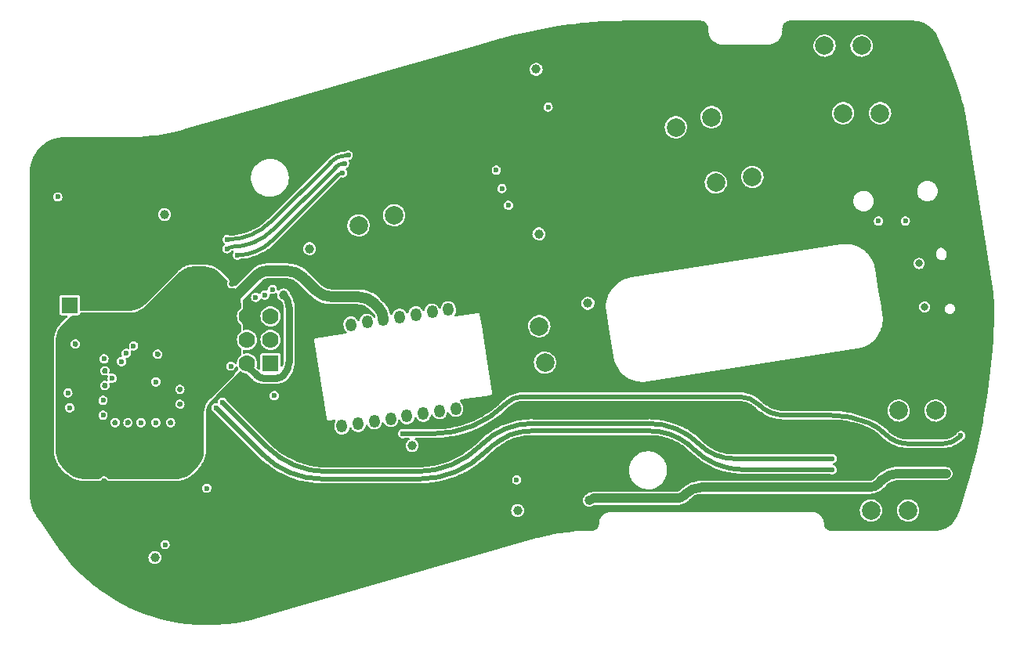
<source format=gbr>
%TF.GenerationSoftware,KiCad,Pcbnew,(6.0.10)*%
%TF.CreationDate,2023-01-19T11:38:05+01:00*%
%TF.ProjectId,QMKMouse,514d4b4d-6f75-4736-952e-6b696361645f,2.001*%
%TF.SameCoordinates,PX5c0b167PY839143b*%
%TF.FileFunction,Copper,L3,Inr*%
%TF.FilePolarity,Positive*%
%FSLAX45Y45*%
G04 Gerber Fmt 4.5, Leading zero omitted, Abs format (unit mm)*
G04 Created by KiCad (PCBNEW (6.0.10)) date 2023-01-19 11:38:05*
%MOMM*%
%LPD*%
G01*
G04 APERTURE LIST*
G04 Aperture macros list*
%AMRoundRect*
0 Rectangle with rounded corners*
0 $1 Rounding radius*
0 $2 $3 $4 $5 $6 $7 $8 $9 X,Y pos of 4 corners*
0 Add a 4 corners polygon primitive as box body*
4,1,4,$2,$3,$4,$5,$6,$7,$8,$9,$2,$3,0*
0 Add four circle primitives for the rounded corners*
1,1,$1+$1,$2,$3*
1,1,$1+$1,$4,$5*
1,1,$1+$1,$6,$7*
1,1,$1+$1,$8,$9*
0 Add four rect primitives between the rounded corners*
20,1,$1+$1,$2,$3,$4,$5,0*
20,1,$1+$1,$4,$5,$6,$7,0*
20,1,$1+$1,$6,$7,$8,$9,0*
20,1,$1+$1,$8,$9,$2,$3,0*%
%AMHorizOval*
0 Thick line with rounded ends*
0 $1 width*
0 $2 $3 position (X,Y) of the first rounded end (center of the circle)*
0 $4 $5 position (X,Y) of the second rounded end (center of the circle)*
0 Add line between two ends*
20,1,$1,$2,$3,$4,$5,0*
0 Add two circle primitives to create the rounded ends*
1,1,$1,$2,$3*
1,1,$1,$4,$5*%
G04 Aperture macros list end*
%TA.AperFunction,ComponentPad*%
%ADD10R,1.778000X1.778000*%
%TD*%
%TA.AperFunction,ComponentPad*%
%ADD11C,1.778000*%
%TD*%
%TA.AperFunction,ComponentPad*%
%ADD12RoundRect,0.550000X-0.493997X-0.077243X-0.493997X-0.077243X0.493997X0.077243X0.493997X0.077243X0*%
%TD*%
%TA.AperFunction,ComponentPad*%
%ADD13RoundRect,0.550000X-0.740996X-0.115865X-0.740996X-0.115865X0.740996X0.115865X0.740996X0.115865X0*%
%TD*%
%TA.AperFunction,ComponentPad*%
%ADD14C,2.000000*%
%TD*%
%TA.AperFunction,ComponentPad*%
%ADD15HorizOval,1.200000X-0.015449X0.098799X0.015449X-0.098799X0*%
%TD*%
%TA.AperFunction,ViaPad*%
%ADD16C,0.600000*%
%TD*%
%TA.AperFunction,ViaPad*%
%ADD17C,0.800000*%
%TD*%
%TA.AperFunction,ViaPad*%
%ADD18C,1.000000*%
%TD*%
%TA.AperFunction,ViaPad*%
%ADD19C,1.016000*%
%TD*%
%TA.AperFunction,Conductor*%
%ADD20C,0.500000*%
%TD*%
%TA.AperFunction,Conductor*%
%ADD21C,0.400000*%
%TD*%
%TA.AperFunction,Conductor*%
%ADD22C,0.800000*%
%TD*%
%TA.AperFunction,Conductor*%
%ADD23C,1.000000*%
%TD*%
%TA.AperFunction,Conductor*%
%ADD24C,1.200000*%
%TD*%
G04 APERTURE END LIST*
D10*
%TO.N,MISO*%
%TO.C,MCU.J.1*%
X2620000Y2849999D03*
D11*
%TO.N,V_USB*%
X2366000Y2849999D03*
%TO.N,SCLK*%
X2620000Y3103999D03*
%TO.N,MOSI*%
X2366000Y3103999D03*
%TO.N,~{RESET*%
X2620000Y3357999D03*
%TO.N,GND*%
X2366000Y3357999D03*
%TD*%
D12*
%TO.N,GND*%
%TO.C,USB.J.3*%
X9910598Y3297981D03*
X9777122Y4151608D03*
D13*
X10288507Y3357072D03*
X10155031Y4210699D03*
%TD*%
D14*
%TO.N,*%
%TO.C,LBS.SW.2*%
X9807500Y2340000D03*
X9407500Y2340000D03*
%TD*%
%TO.N,*%
%TO.C,BTN.SW.6*%
X5524103Y3252599D03*
X5585898Y2857401D03*
%TD*%
D10*
%TO.N,NetMCU.J.4_1*%
%TO.C,MCU.J.4*%
X450000Y3480000D03*
D11*
%TO.N,GND*%
X450000Y3734000D03*
%TD*%
D14*
%TO.N,*%
%TO.C,BTN.SW.8*%
X7432400Y4804103D03*
X7827598Y4865898D03*
%TD*%
%TO.N,*%
%TO.C,BTN.SW.7*%
X3954861Y4452248D03*
X3570139Y4342752D03*
%TD*%
%TO.N,*%
%TO.C,BTN.SW.3*%
X9508894Y1259701D03*
X9108894Y1259701D03*
%TD*%
%TO.N,*%
%TO.C,BTN.SW.4*%
X8607500Y6285000D03*
X9007500Y6285000D03*
%TD*%
D15*
%TO.N,N/C*%
%TO.C,MOS.U.2*%
X4620002Y2362500D03*
%TO.N,NetMOS.R.4_1*%
X4444336Y2335033D03*
%TO.N,N/C*%
X4268671Y2307565D03*
%TO.N,~{CS*%
X4093005Y2280097D03*
%TO.N,MISO*%
X3917340Y2252629D03*
%TO.N,MOSI*%
X3741675Y2225162D03*
%TO.N,SCLK*%
X3566009Y2197694D03*
%TO.N,NetMCU.U.1_21*%
X3390344Y2170226D03*
%TO.N,GND*%
X3312876Y3241115D03*
%TO.N,~{RESET*%
X3488541Y3268582D03*
%TO.N,N/C*%
X3664207Y3296050D03*
%TO.N,3V3*%
X3839873Y3323518D03*
%TO.N,1V8*%
X4015538Y3350985D03*
%TO.N,NetMOS.C.10_2*%
X4191204Y3378453D03*
%TO.N,N/C*%
X4366869Y3405921D03*
X4542535Y3433388D03*
%TD*%
D14*
%TO.N,*%
%TO.C,BTN.SW.5*%
X7384861Y5512248D03*
X7000139Y5402752D03*
%TD*%
%TO.N,*%
%TO.C,LBS.SW.1*%
X8807500Y5555000D03*
X9207500Y5555000D03*
%TD*%
D16*
%TO.N,NetLED.D.3_2*%
X5620000Y5620000D03*
%TO.N,NetUSB.FB.4_1*%
X9190000Y4390000D03*
X9480000Y4390000D03*
%TO.N,NetMCU.U.1_21*%
X2660000Y2500000D03*
X1380000Y2650000D03*
%TO.N,NetMCU.U.1_18*%
X1140000Y3040000D03*
X5060000Y4940000D03*
%TO.N,NetLED.D.3_2*%
X5280000Y1590000D03*
%TO.N,NetLBS.SW.2_A*%
X10080000Y2070000D03*
X4050000Y2090000D03*
%TO.N,NetLBS.SW.1_A*%
X2150000Y4090000D03*
X820000Y2900000D03*
X3420000Y5010000D03*
%TO.N,NetBTN.SW.8_A*%
X1009998Y2869994D03*
X5190000Y4560000D03*
%TO.N,NetBTN.SW.7_A*%
X2640000Y3650000D03*
X810000Y2450000D03*
%TO.N,NetBTN.SW.5_A*%
X3400000Y4910000D03*
X910000Y2690000D03*
X2260000Y4020000D03*
%TO.N,NetBTN.SW.4_A*%
X3460000Y5100000D03*
X810000Y2290000D03*
X2150000Y4190000D03*
%TO.N,NetBTN.SW.3_A*%
X1930000Y1500000D03*
X450000Y2370000D03*
%TO.N,LEDData*%
X1480000Y890000D03*
X430000Y2530000D03*
%TO.N,NetMCU.U.1_19*%
X5120000Y4740000D03*
X1060000Y2960000D03*
D17*
%TO.N,NetUSB.FB.1_1*%
X9689707Y3461795D03*
X9630000Y3930000D03*
D18*
%TO.N,V_USB*%
X2760000Y3590000D03*
X1474142Y4460000D03*
X5290000Y1260000D03*
D16*
X320000Y4650000D03*
X9920000Y1660000D03*
D18*
X5490000Y6030000D03*
X6065210Y1370000D03*
X3040000Y4090000D03*
X6050000Y3500000D03*
X1370000Y750000D03*
D16*
%TO.N,NetMCU.U.1_41*%
X2460000Y3565000D03*
X1380000Y2210000D03*
%TO.N,NetMCU.U.1_39*%
X1220000Y2210000D03*
X2560000Y3590000D03*
%TO.N,NetMCU.U.1_4*%
X8690000Y1820000D03*
X2100000Y2430000D03*
%TO.N,NetMCU.U.1_3*%
X8690000Y1700000D03*
X2030000Y2370000D03*
%TO.N,~{CS*%
X2190000Y2820000D03*
D18*
%TO.N,1V8*%
X4150000Y1960000D03*
D16*
%TO.N,3V3*%
X490000Y2930000D03*
X1720000Y1980000D03*
X1460000Y3019999D03*
D18*
X5520000Y4250000D03*
D16*
X730000Y1840000D03*
X2130000Y3260000D03*
X550000Y1890000D03*
X1730000Y3779999D03*
X730000Y2040000D03*
X350000Y1890000D03*
%TO.N,GND*%
X8440000Y1910000D03*
X1539999Y2209999D03*
X8080000Y5600000D03*
X1080000Y4880000D03*
X2610000Y1190000D03*
X6520000Y2580000D03*
X2360000Y2300000D03*
X6600000Y5810000D03*
X5290000Y2270000D03*
D19*
X2350000Y5400000D03*
X8430000Y1350000D03*
D16*
X2620000Y2030000D03*
X1429999Y3859999D03*
X5910000Y4650000D03*
X9470000Y3590000D03*
X1069999Y4119999D03*
X6250000Y1620000D03*
X7070000Y5800000D03*
X7430000Y2150000D03*
X8010000Y4100000D03*
X9470000Y2700000D03*
X5100000Y4390000D03*
X8430000Y6100000D03*
X9410000Y4130000D03*
X6970000Y4490000D03*
X1240000Y3550000D03*
X5140000Y1550000D03*
X5190000Y3400000D03*
X8660000Y5740000D03*
X4030000Y1510000D03*
D19*
X7540000Y6150000D03*
X150000Y5000000D03*
D16*
X6940000Y1560000D03*
X9090000Y5020000D03*
D19*
X800000Y550000D03*
D16*
X7540000Y4040000D03*
X6350000Y2290000D03*
X1640000Y2410000D03*
X6580000Y3900000D03*
X3380000Y1510000D03*
X8950000Y1400000D03*
X3110000Y2270000D03*
X3470000Y4160000D03*
X760000Y3529999D03*
X6250000Y2870000D03*
X5720000Y4470000D03*
X2220000Y2440000D03*
X750000Y4700000D03*
X8930000Y5210000D03*
X4520000Y5420000D03*
X1579999Y1260000D03*
X6900000Y5240000D03*
D19*
X3500000Y550000D03*
D16*
X4840000Y3700000D03*
X8160000Y1910000D03*
X8240000Y1620000D03*
D19*
X9600000Y6450000D03*
D16*
X1050000Y1400000D03*
D19*
X10010000Y1540000D03*
X150000Y2700000D03*
D16*
X5910000Y5790000D03*
X3860000Y1770000D03*
X2270000Y1520000D03*
X2890000Y1840000D03*
X6810000Y6360000D03*
X5870000Y5390000D03*
X2020000Y4330000D03*
X8140000Y2420000D03*
X5980000Y2290000D03*
X3550000Y1770000D03*
X6990000Y2600000D03*
X7860000Y1620000D03*
X540000Y1460000D03*
X1040000Y4600000D03*
X340000Y1460000D03*
X9620000Y4960000D03*
X10310000Y2600000D03*
X3880000Y3740000D03*
X5420000Y4340000D03*
X4830000Y1460000D03*
X8470000Y4180000D03*
X8560000Y4530000D03*
X919999Y3529999D03*
X210000Y2210000D03*
X8130000Y6050000D03*
X10330000Y3810000D03*
X10180000Y2010000D03*
X650000Y4010000D03*
X5720000Y2750000D03*
X8660000Y5380000D03*
X9970000Y5750000D03*
X2200000Y3709999D03*
X5270000Y5150000D03*
X5720000Y4780000D03*
X210000Y2390000D03*
X4840000Y2400000D03*
X6460000Y1540000D03*
X3030000Y2550000D03*
X3530000Y5680000D03*
X7460000Y5710000D03*
X6350000Y4650000D03*
X5620000Y1710000D03*
X4190000Y1770000D03*
D19*
X8000000Y6150000D03*
X150000Y2050000D03*
D16*
X9110000Y6440000D03*
X2990000Y2880000D03*
X3010000Y4320000D03*
X6160000Y3230000D03*
X4700000Y3910000D03*
X5820000Y1650000D03*
X200000Y4370000D03*
X5000000Y3070000D03*
X1080000Y2210000D03*
D19*
X2150000Y150000D03*
D16*
X2510000Y2470000D03*
X7560000Y5380000D03*
X9960000Y2600000D03*
X7100000Y2220000D03*
D19*
X2800000Y350000D03*
D16*
X6900000Y4860000D03*
X7880000Y2550000D03*
X5270000Y5630000D03*
X8900000Y4220000D03*
D19*
X5500000Y6300000D03*
D16*
X3920000Y5200000D03*
X2760000Y4650000D03*
D19*
X3900000Y5850000D03*
D16*
X10030000Y3760000D03*
X8480000Y6450000D03*
X7480000Y1640000D03*
X6920000Y6100000D03*
D19*
X4200000Y750000D03*
D16*
X9300000Y5360000D03*
X2350000Y5050000D03*
X1070000Y1240000D03*
X650000Y3839999D03*
X650000Y3679999D03*
X5010000Y1830000D03*
X5560000Y5230000D03*
D19*
X3050000Y5600000D03*
D16*
X830000Y2610000D03*
X2020000Y580000D03*
X4720000Y1630000D03*
X5080000Y4830000D03*
X7940000Y5050000D03*
X7430000Y2600000D03*
X6000000Y5090000D03*
X7260000Y6170000D03*
D19*
X7200000Y6400000D03*
D16*
X6270000Y4360000D03*
X4980000Y2140000D03*
X6280000Y5400000D03*
X7990000Y4720000D03*
X2720000Y5110000D03*
X820000Y1580000D03*
X909999Y4119999D03*
X4960000Y6120000D03*
X150000Y3680000D03*
D19*
X200000Y1250000D03*
D16*
X4730000Y3450000D03*
X1230000Y4119999D03*
X3100000Y710000D03*
X10220000Y4570000D03*
D19*
X150000Y3350000D03*
X1450000Y250000D03*
D16*
X2220000Y2030000D03*
X9250000Y2200000D03*
X9590000Y5170000D03*
X4650000Y4410000D03*
X6500000Y1850000D03*
X1830000Y5080000D03*
X5430000Y3770000D03*
X9650000Y1120000D03*
X500000Y5170000D03*
X4390000Y1530000D03*
X4980000Y5300000D03*
X2970000Y1530000D03*
X5230000Y2000000D03*
X8510000Y4940000D03*
X1690000Y4330000D03*
X5640000Y2290000D03*
X9210000Y3020000D03*
X1400000Y4830000D03*
X6110000Y6110000D03*
X2580000Y1690000D03*
X1640000Y2570000D03*
X1970000Y2290000D03*
X10180000Y2630000D03*
X2450000Y600000D03*
X3220000Y1770000D03*
X8250000Y2810000D03*
X3620000Y4730000D03*
X2390000Y4330000D03*
X3230000Y1200000D03*
X4740000Y4800000D03*
X4440000Y4680000D03*
X4110000Y4320000D03*
X2860000Y4040000D03*
X4270000Y5920000D03*
X9410000Y4530000D03*
X3230000Y5150000D03*
X5510000Y2040000D03*
X5710000Y3400000D03*
D19*
X6400000Y6400000D03*
D16*
X10150000Y4900000D03*
X7770000Y2720000D03*
X8990000Y5980000D03*
D19*
X1050000Y5150000D03*
D16*
X3540000Y3700000D03*
X5990000Y6110000D03*
X2350000Y4680000D03*
X2910000Y3610000D03*
X1809999Y1270000D03*
X510000Y3060000D03*
X840000Y1110000D03*
D19*
X150000Y4000000D03*
D16*
X1290000Y4660000D03*
X3780000Y940000D03*
X9720000Y2080000D03*
X1400000Y2950000D03*
X1930000Y1730000D03*
X830000Y2770000D03*
X5930000Y6360000D03*
X6180000Y3680000D03*
X6600000Y6110000D03*
X4500000Y5030000D03*
X5710000Y3970000D03*
X3980000Y5560000D03*
X8750000Y2870000D03*
X9220000Y3900000D03*
X9470000Y3170000D03*
X3710000Y1510000D03*
D19*
X7410000Y1370000D03*
D16*
X2230000Y850000D03*
X990000Y590000D03*
X6980000Y1850000D03*
X7960000Y2130000D03*
X9250000Y2500000D03*
D19*
X4600000Y6050000D03*
D16*
X5810000Y2040000D03*
X300000Y4510000D03*
D19*
X6050000Y1170000D03*
D16*
X7080000Y3970000D03*
X6130000Y2040000D03*
X5460000Y2700000D03*
X5340000Y3090000D03*
X1420000Y640000D03*
X8770000Y2430000D03*
X939999Y2209999D03*
X4740000Y4160000D03*
X1429999Y4029999D03*
X9320000Y3390000D03*
X4690000Y1920000D03*
X7190000Y1690000D03*
X2750000Y5430000D03*
X2990000Y4920000D03*
D19*
X5070000Y960000D03*
D16*
X4330000Y3900000D03*
X2980000Y3170000D03*
%TD*%
D20*
%TO.N,NetLBS.SW.2_A*%
X8169423Y2290000D02*
X8169649Y2290000D01*
X4382103Y2090000D02*
X4382328Y2090000D01*
X8169649Y2290000D02*
X8665104Y2290000D01*
X9519125Y1980000D02*
X9884790Y1980000D01*
X7686353Y2490000D02*
X7686579Y2490000D01*
X5163767Y2413767D02*
X5170000Y2420000D01*
X8665104Y2290000D02*
X8665329Y2290000D01*
X4050000Y2090000D02*
X4382103Y2090000D01*
X7897180Y2402818D02*
X7897517Y2402483D01*
X9518900Y1980000D02*
X9519125Y1980000D01*
X10064395Y2054395D02*
X10080000Y2070000D01*
X5338996Y2490000D02*
X7686353Y2490000D01*
X8169423Y2290004D02*
G75*
G02*
X7897517Y2402483I-4J384882D01*
G01*
X7686579Y2489999D02*
G75*
G02*
X7897180Y2402819I0J-297963D01*
G01*
X9081977Y2207123D02*
G75*
G02*
X9263843Y2085546I-214327J-517427D01*
G01*
X5163767Y2413766D02*
G75*
G02*
X4382328Y2090000I-781438J781150D01*
G01*
X10064394Y2054396D02*
G75*
G02*
X9884790Y1980000I-179605J179600D01*
G01*
X9518900Y1979999D02*
G75*
G02*
X9263843Y2085546I-1J360947D01*
G01*
X5170002Y2419998D02*
G75*
G02*
X5338996Y2490000I168997J-168992D01*
G01*
X8665329Y2289999D02*
G75*
G02*
X9081977Y2207123I0J-1088753D01*
G01*
D21*
%TO.N,NetLBS.SW.1_A*%
X2645177Y4295177D02*
X3317598Y4967598D01*
X2198000Y4109999D02*
X2198850Y4110000D01*
X2645180Y4295175D02*
G75*
G02*
X2198850Y4110000I-446890J446661D01*
G01*
X2149998Y4090002D02*
G75*
G02*
X2198000Y4109999I48282J-48286D01*
G01*
X3317598Y4967599D02*
G75*
G02*
X3420000Y5010000I102402J-102453D01*
G01*
%TO.N,NetBTN.SW.5_A*%
X2635676Y4175675D02*
X3348787Y4888787D01*
X3348787Y4888787D02*
G75*
G02*
X3400000Y4910000I51212J-51211D01*
G01*
X2635675Y4175676D02*
G75*
G02*
X2260000Y4020000I-375676J375450D01*
G01*
%TO.N,NetBTN.SW.4_A*%
X2150000Y4190000D02*
X2159540Y4190000D01*
X2159540Y4190000D02*
X2159741Y4190000D01*
X3445210Y5100000D02*
X3460000Y5100000D01*
X2621222Y4381222D02*
X3265605Y5025605D01*
X2621220Y4381225D02*
G75*
G02*
X2159741Y4190000I-461481J461231D01*
G01*
X3265604Y5025607D02*
G75*
G02*
X3445210Y5100000I179606J-179611D01*
G01*
D22*
%TO.N,V_USB*%
X2384384Y2805616D02*
X2470000Y2720000D01*
X2542426Y2690000D02*
X2687574Y2690000D01*
D23*
X7088722Y1422286D02*
X7102040Y1435605D01*
X7281646Y1510000D02*
X9093432Y1510000D01*
X6113494Y1390000D02*
X7010775Y1390000D01*
X9405210Y1660000D02*
X9920000Y1660000D01*
D22*
X2820000Y2864852D02*
X2820000Y3455147D01*
D23*
X9190000Y1550000D02*
X9225605Y1585605D01*
D22*
X2760000Y3590000D02*
X2760000Y3600000D01*
D23*
X6065210Y1370000D02*
G75*
G03*
X6065246Y1370036I-6281J6336D01*
G01*
X7102041Y1435604D02*
G75*
G02*
X7281646Y1510000I179608J-179608D01*
G01*
D22*
X2759998Y2720002D02*
G75*
G02*
X2687574Y2690000I-72429J72424D01*
G01*
X2820003Y2864852D02*
G75*
G02*
X2760000Y2720000I-204854J3D01*
G01*
X2384382Y2805614D02*
G75*
G02*
X2366000Y2849999I44388J44382D01*
G01*
D23*
X6065243Y1370038D02*
G75*
G02*
X6113494Y1390000I48246J-48322D01*
G01*
D22*
X2542426Y2689998D02*
G75*
G02*
X2470000Y2720000I3J102428D01*
G01*
D23*
X9225604Y1585606D02*
G75*
G02*
X9405210Y1660000I179605J-179611D01*
G01*
D22*
X2759999Y3599999D02*
G75*
G02*
X2820000Y3455147I-144850J-144853D01*
G01*
D23*
X7088724Y1422284D02*
G75*
G02*
X7010775Y1390000I-77945J77952D01*
G01*
X9189998Y1550002D02*
G75*
G02*
X9093432Y1510000I-96569J96564D01*
G01*
D20*
%TO.N,NetMCU.U.1_4*%
X2583531Y1946469D02*
X2583750Y1946249D01*
X4898602Y1968602D02*
X4905605Y1975605D01*
X3223712Y1680000D02*
X3223937Y1680000D01*
X4201834Y1680000D02*
X4202059Y1680000D01*
X7630059Y1820000D02*
X7630284Y1820000D01*
X3223937Y1680000D02*
X4201834Y1680000D01*
X7630284Y1820000D02*
X8690000Y1820000D01*
X5447343Y2200000D02*
X6712656Y2200000D01*
X2100000Y2430000D02*
X2583531Y1946469D01*
X3223712Y1679997D02*
G75*
G02*
X2583750Y1946249I2837J909049D01*
G01*
X7630059Y1819998D02*
G75*
G02*
X7254395Y1975605I0J531268D01*
G01*
X4898602Y1968601D02*
G75*
G02*
X4202059Y1680000I-696543J696254D01*
G01*
X6712656Y2199997D02*
G75*
G02*
X7254394Y1975604I3J-766131D01*
G01*
X4905603Y1975607D02*
G75*
G02*
X5447343Y2200000I541736J-541741D01*
G01*
%TO.N,NetMCU.U.1_3*%
X7733146Y1700000D02*
X8690000Y1700000D01*
X4943742Y1893741D02*
X4945605Y1895605D01*
X4234566Y1600000D02*
X4234791Y1600000D01*
X7135261Y1974406D02*
X7136043Y1973744D01*
X2030000Y2370000D02*
X2534763Y1865237D01*
X5447343Y2120000D02*
X6712656Y2120000D01*
X7732921Y1700000D02*
X7733146Y1700000D01*
X2534763Y1865237D02*
X2534982Y1865017D01*
X3174793Y1600000D02*
X3175018Y1600000D01*
X3175018Y1600000D02*
X4234566Y1600000D01*
X5207038Y2076544D02*
G75*
G02*
X5447343Y2120000I240302J-642678D01*
G01*
X6712656Y2119998D02*
G75*
G02*
X7135261Y1974406I3J-686132D01*
G01*
X3174793Y1600001D02*
G75*
G02*
X2534982Y1865018I-3J904825D01*
G01*
X5106637Y2020431D02*
G75*
G02*
X5204105Y2074992I1228622J-2080506D01*
G01*
X7732921Y1699999D02*
G75*
G02*
X7188181Y1925723I-2J770167D01*
G01*
X5204105Y2074992D02*
G75*
G02*
X5207038Y2076543I1152534J-2175426D01*
G01*
X4943741Y1893742D02*
G75*
G02*
X4234791Y1600000I-708952J708664D01*
G01*
X4945606Y1895605D02*
G75*
G02*
X5106637Y2020432I573303J-573299D01*
G01*
X7136043Y1973744D02*
G75*
G02*
X7188181Y1925723I-561264J-661698D01*
G01*
D24*
%TO.N,3V3*%
X2477574Y3807573D02*
X2477598Y3807598D01*
X2580000Y3850000D02*
X2794790Y3850000D01*
X3744395Y3495605D02*
X3785703Y3454297D01*
X2974395Y3775605D02*
X3105605Y3644395D01*
X2204394Y3534394D02*
X2477574Y3807573D01*
X3285210Y3570000D02*
X3564790Y3570000D01*
X2130000Y3260000D02*
X2130000Y3354789D01*
X3285210Y3570000D02*
G75*
G02*
X3105605Y3644395I-1J253996D01*
G01*
X3785700Y3454295D02*
G75*
G02*
X3839873Y3323519I-130771J-130779D01*
G01*
X3564790Y3569999D02*
G75*
G02*
X3744395Y3495605I0J-254003D01*
G01*
X2477573Y3807574D02*
G75*
G02*
X2477598Y3807598I95245169J-97385910D01*
G01*
X2477598Y3807599D02*
G75*
G02*
X2580000Y3850000I102402J-102453D01*
G01*
X2129997Y3354789D02*
G75*
G02*
X2204395Y3534394I254002J-3D01*
G01*
X2794790Y3849999D02*
G75*
G02*
X2974395Y3775605I-1J-254003D01*
G01*
%TD*%
%TA.AperFunction,Conductor*%
%TO.N,3V3*%
G36*
X1894894Y3899998D02*
G01*
X1910698Y3899740D01*
X1912136Y3899634D01*
X1943577Y3895494D01*
X1945193Y3895173D01*
X1975725Y3886992D01*
X1977286Y3886462D01*
X2006489Y3874366D01*
X2007967Y3873637D01*
X2035341Y3857833D01*
X2036712Y3856917D01*
X2061870Y3837613D01*
X2062963Y3836670D01*
X2074326Y3825671D01*
X2074473Y3825527D01*
X2152920Y3747080D01*
X2156322Y3740849D01*
X2155816Y3733767D01*
X2155416Y3732816D01*
X2151644Y3724783D01*
X2149439Y3710617D01*
X2151298Y3696401D01*
X2157072Y3683279D01*
X2157649Y3682592D01*
X2157649Y3682592D01*
X2159828Y3679999D01*
X2166297Y3672305D01*
X2167044Y3671807D01*
X2175352Y3666277D01*
X2178231Y3664360D01*
X2191915Y3660085D01*
X2192812Y3660069D01*
X2192813Y3660069D01*
X2199346Y3659949D01*
X2206249Y3659822D01*
X2207153Y3660069D01*
X2219215Y3663357D01*
X2219216Y3663357D01*
X2220081Y3663593D01*
X2221423Y3664417D01*
X2228274Y3666277D01*
X2235044Y3664137D01*
X2238011Y3661350D01*
X2256918Y3636711D01*
X2257834Y3635340D01*
X2273638Y3607967D01*
X2274367Y3606489D01*
X2286464Y3577286D01*
X2286993Y3575725D01*
X2295175Y3545194D01*
X2295496Y3543578D01*
X2299636Y3512137D01*
X2299742Y3510696D01*
X2299998Y3494895D01*
X2300000Y3494690D01*
X2300000Y3450750D01*
X2298000Y3443938D01*
X2295708Y3441277D01*
X2287066Y3433698D01*
X2287066Y3433698D01*
X2286632Y3433317D01*
X2286274Y3432863D01*
X2286274Y3432863D01*
X2280978Y3426145D01*
X2274235Y3417592D01*
X2264912Y3399871D01*
X2264740Y3399319D01*
X2261150Y3387758D01*
X2258974Y3380748D01*
X2256620Y3360864D01*
X2257930Y3340883D01*
X2262859Y3321475D01*
X2271242Y3303291D01*
X2282799Y3286939D01*
X2295742Y3274330D01*
X2296192Y3273891D01*
X2299676Y3267705D01*
X2300000Y3264866D01*
X2300000Y3196750D01*
X2298000Y3189938D01*
X2295708Y3187277D01*
X2287066Y3179698D01*
X2287066Y3179698D01*
X2286632Y3179317D01*
X2286274Y3178863D01*
X2286274Y3178863D01*
X2283800Y3175725D01*
X2274235Y3163592D01*
X2264912Y3145871D01*
X2258974Y3126748D01*
X2256620Y3106864D01*
X2257930Y3086883D01*
X2262859Y3067475D01*
X2271242Y3049291D01*
X2271575Y3048819D01*
X2277468Y3040482D01*
X2282799Y3032939D01*
X2294956Y3021095D01*
X2296192Y3019891D01*
X2299676Y3013705D01*
X2300000Y3010866D01*
X2300000Y2942750D01*
X2298000Y2935938D01*
X2295708Y2933277D01*
X2287066Y2925698D01*
X2287066Y2925698D01*
X2286632Y2925317D01*
X2286274Y2924863D01*
X2286274Y2924863D01*
X2279205Y2915896D01*
X2274235Y2909592D01*
X2273966Y2909080D01*
X2273966Y2909080D01*
X2268539Y2898765D01*
X2264912Y2891871D01*
X2264740Y2891319D01*
X2262779Y2885003D01*
X2258974Y2872748D01*
X2256620Y2852864D01*
X2256658Y2852287D01*
X2256654Y2852143D01*
X2254477Y2845386D01*
X2248991Y2840879D01*
X2241940Y2840053D01*
X2235561Y2843170D01*
X2233444Y2845685D01*
X2232970Y2846426D01*
X2232598Y2847243D01*
X2231572Y2848434D01*
X2223826Y2857424D01*
X2223826Y2857424D01*
X2223240Y2858104D01*
X2211210Y2865901D01*
X2197474Y2870009D01*
X2196576Y2870015D01*
X2196576Y2870015D01*
X2190556Y2870052D01*
X2183138Y2870097D01*
X2169353Y2866157D01*
X2157228Y2858507D01*
X2156634Y2857834D01*
X2156634Y2857834D01*
X2153082Y2853813D01*
X2147738Y2847761D01*
X2141645Y2834784D01*
X2139439Y2820618D01*
X2139556Y2819727D01*
X2139556Y2819727D01*
X2140120Y2815412D01*
X2141298Y2806402D01*
X2147072Y2793280D01*
X2147650Y2792592D01*
X2147650Y2792592D01*
X2154025Y2785008D01*
X2156297Y2782305D01*
X2168231Y2774361D01*
X2181916Y2770086D01*
X2182813Y2770069D01*
X2182813Y2770069D01*
X2189346Y2769950D01*
X2196250Y2769823D01*
X2197153Y2770069D01*
X2209216Y2773358D01*
X2209216Y2773358D01*
X2210082Y2773594D01*
X2222299Y2781096D01*
X2224297Y2783303D01*
X2231318Y2791059D01*
X2231920Y2791725D01*
X2238171Y2804627D01*
X2238756Y2808103D01*
X2239088Y2810079D01*
X2242191Y2816465D01*
X2248254Y2820160D01*
X2255351Y2819990D01*
X2261231Y2816010D01*
X2262956Y2813264D01*
X2270343Y2797242D01*
X2270416Y2797082D01*
X2271452Y2790059D01*
X2269886Y2785508D01*
X2257845Y2764651D01*
X2256929Y2763281D01*
X2237627Y2738125D01*
X2236677Y2737024D01*
X2225666Y2725668D01*
X2225529Y2725529D01*
X1970711Y2470711D01*
X1959708Y2459358D01*
X1940461Y2434277D01*
X1924653Y2406898D01*
X1924496Y2406517D01*
X1924496Y2406517D01*
X1913950Y2381059D01*
X1912554Y2377690D01*
X1904371Y2347152D01*
X1900244Y2315808D01*
X1900000Y2300000D01*
X1899505Y2300008D01*
X1899505Y2300000D01*
X1900000Y2300000D01*
X1900000Y1905311D01*
X1899998Y1905114D01*
X1899751Y1889305D01*
X1899645Y1887858D01*
X1895507Y1856420D01*
X1895185Y1854804D01*
X1887004Y1824271D01*
X1886475Y1822710D01*
X1874379Y1793506D01*
X1874378Y1793505D01*
X1873650Y1792027D01*
X1857846Y1764653D01*
X1857845Y1764651D01*
X1856929Y1763281D01*
X1837627Y1738125D01*
X1836677Y1737024D01*
X1825662Y1725664D01*
X1825526Y1725525D01*
X1774464Y1674464D01*
X1774330Y1674332D01*
X1762972Y1663324D01*
X1761875Y1662376D01*
X1736718Y1643073D01*
X1735348Y1642157D01*
X1707972Y1626351D01*
X1706494Y1625623D01*
X1677290Y1613526D01*
X1675731Y1612996D01*
X1645195Y1604814D01*
X1643580Y1604493D01*
X1616772Y1600963D01*
X1612142Y1600354D01*
X1610694Y1600247D01*
X1594886Y1600001D01*
X1594690Y1600000D01*
X873978Y1600000D01*
X867166Y1602000D01*
X863363Y1605811D01*
X862970Y1606426D01*
X862599Y1607243D01*
X861572Y1608434D01*
X853826Y1617424D01*
X853826Y1617424D01*
X853240Y1618104D01*
X841210Y1625901D01*
X827474Y1630009D01*
X826576Y1630015D01*
X826576Y1630015D01*
X820556Y1630052D01*
X813138Y1630097D01*
X799353Y1626157D01*
X787228Y1618507D01*
X777738Y1607761D01*
X777356Y1606948D01*
X776864Y1606198D01*
X776677Y1606321D01*
X772790Y1601929D01*
X766090Y1600000D01*
X605311Y1600000D01*
X605114Y1600001D01*
X605042Y1600003D01*
X589305Y1600249D01*
X587859Y1600355D01*
X566929Y1603110D01*
X556421Y1604494D01*
X554804Y1604815D01*
X524271Y1612997D01*
X522710Y1613526D01*
X493506Y1625623D01*
X492028Y1626352D01*
X464653Y1642158D01*
X463282Y1643073D01*
X438125Y1662377D01*
X437027Y1663325D01*
X425673Y1674329D01*
X425532Y1674467D01*
X374467Y1725533D01*
X374329Y1725673D01*
X363325Y1737028D01*
X362376Y1738126D01*
X350436Y1753688D01*
X343073Y1763283D01*
X342158Y1764653D01*
X326354Y1792028D01*
X325625Y1793506D01*
X313528Y1822711D01*
X312998Y1824272D01*
X310846Y1832305D01*
X304818Y1854805D01*
X304496Y1856421D01*
X300358Y1887860D01*
X300251Y1889305D01*
X300002Y1905109D01*
X300000Y1905308D01*
X300000Y2210617D01*
X889439Y2210617D01*
X889555Y2209727D01*
X889555Y2209727D01*
X889681Y2208765D01*
X891297Y2196402D01*
X897071Y2183279D01*
X897649Y2182592D01*
X897649Y2182592D01*
X898378Y2181725D01*
X906296Y2172305D01*
X918231Y2164360D01*
X931915Y2160085D01*
X932812Y2160069D01*
X932813Y2160069D01*
X939346Y2159949D01*
X946249Y2159822D01*
X947155Y2160069D01*
X959215Y2163357D01*
X959215Y2163357D01*
X960081Y2163593D01*
X972299Y2171095D01*
X981919Y2181724D01*
X988170Y2194626D01*
X990549Y2208764D01*
X990564Y2209999D01*
X990476Y2210618D01*
X1029439Y2210618D01*
X1029556Y2209728D01*
X1029556Y2209727D01*
X1029618Y2209250D01*
X1031298Y2196402D01*
X1037072Y2183280D01*
X1037650Y2182592D01*
X1037650Y2182592D01*
X1038379Y2181725D01*
X1046297Y2172305D01*
X1058232Y2164361D01*
X1059089Y2164093D01*
X1060687Y2163594D01*
X1071916Y2160086D01*
X1072813Y2160069D01*
X1072813Y2160069D01*
X1079347Y2159950D01*
X1086250Y2159823D01*
X1087154Y2160069D01*
X1099216Y2163358D01*
X1099216Y2163358D01*
X1100082Y2163594D01*
X1112299Y2171096D01*
X1121920Y2181725D01*
X1128171Y2194627D01*
X1130550Y2208765D01*
X1130565Y2210000D01*
X1130476Y2210618D01*
X1169439Y2210618D01*
X1169556Y2209728D01*
X1169556Y2209727D01*
X1169618Y2209250D01*
X1171298Y2196402D01*
X1177072Y2183280D01*
X1177650Y2182592D01*
X1177650Y2182592D01*
X1178379Y2181725D01*
X1186297Y2172305D01*
X1198232Y2164361D01*
X1199089Y2164093D01*
X1200687Y2163594D01*
X1211916Y2160086D01*
X1212813Y2160069D01*
X1212813Y2160069D01*
X1219347Y2159950D01*
X1226250Y2159823D01*
X1227154Y2160069D01*
X1239216Y2163358D01*
X1239216Y2163358D01*
X1240082Y2163594D01*
X1252299Y2171096D01*
X1261920Y2181725D01*
X1268171Y2194627D01*
X1270550Y2208765D01*
X1270565Y2210000D01*
X1270476Y2210618D01*
X1329439Y2210618D01*
X1329556Y2209728D01*
X1329556Y2209727D01*
X1329618Y2209250D01*
X1331298Y2196402D01*
X1337072Y2183280D01*
X1337650Y2182592D01*
X1337650Y2182592D01*
X1338379Y2181725D01*
X1346297Y2172305D01*
X1358231Y2164361D01*
X1359089Y2164093D01*
X1360686Y2163594D01*
X1371916Y2160086D01*
X1372813Y2160069D01*
X1372813Y2160069D01*
X1379346Y2159950D01*
X1386250Y2159823D01*
X1387153Y2160069D01*
X1399216Y2163358D01*
X1399216Y2163358D01*
X1400082Y2163594D01*
X1412299Y2171096D01*
X1421920Y2181725D01*
X1428171Y2194627D01*
X1430550Y2208765D01*
X1430565Y2210000D01*
X1430476Y2210617D01*
X1489439Y2210617D01*
X1489555Y2209727D01*
X1489555Y2209727D01*
X1489681Y2208765D01*
X1491297Y2196402D01*
X1497071Y2183279D01*
X1497649Y2182592D01*
X1497649Y2182592D01*
X1498378Y2181725D01*
X1506296Y2172305D01*
X1518231Y2164360D01*
X1531915Y2160085D01*
X1532812Y2160069D01*
X1532813Y2160069D01*
X1539346Y2159949D01*
X1546249Y2159822D01*
X1547155Y2160069D01*
X1559215Y2163357D01*
X1559215Y2163357D01*
X1560081Y2163593D01*
X1572299Y2171095D01*
X1581919Y2181724D01*
X1588170Y2194626D01*
X1590549Y2208764D01*
X1590564Y2209999D01*
X1588532Y2224191D01*
X1582598Y2237242D01*
X1579917Y2240354D01*
X1573825Y2247423D01*
X1573825Y2247423D01*
X1573239Y2248103D01*
X1561209Y2255901D01*
X1547473Y2260009D01*
X1546576Y2260014D01*
X1546576Y2260014D01*
X1540555Y2260051D01*
X1533137Y2260096D01*
X1519352Y2256157D01*
X1507227Y2248506D01*
X1497737Y2237761D01*
X1491644Y2224783D01*
X1489439Y2210617D01*
X1430476Y2210617D01*
X1429747Y2215708D01*
X1428660Y2223303D01*
X1428659Y2223304D01*
X1428532Y2224192D01*
X1427894Y2225596D01*
X1422970Y2236425D01*
X1422598Y2237243D01*
X1420149Y2240086D01*
X1413826Y2247424D01*
X1413826Y2247424D01*
X1413240Y2248104D01*
X1401209Y2255902D01*
X1387474Y2260009D01*
X1386576Y2260015D01*
X1386576Y2260015D01*
X1380556Y2260052D01*
X1373138Y2260097D01*
X1359353Y2256157D01*
X1347228Y2248507D01*
X1346634Y2247834D01*
X1346634Y2247834D01*
X1342889Y2243594D01*
X1337738Y2237761D01*
X1331645Y2224784D01*
X1329439Y2210618D01*
X1270476Y2210618D01*
X1269748Y2215708D01*
X1268660Y2223303D01*
X1268660Y2223304D01*
X1268533Y2224192D01*
X1267894Y2225596D01*
X1262970Y2236425D01*
X1262599Y2237243D01*
X1260149Y2240086D01*
X1253826Y2247424D01*
X1253826Y2247424D01*
X1253240Y2248104D01*
X1241210Y2255902D01*
X1227474Y2260009D01*
X1226577Y2260015D01*
X1226576Y2260015D01*
X1220556Y2260052D01*
X1213138Y2260097D01*
X1199353Y2256157D01*
X1187228Y2248507D01*
X1186634Y2247834D01*
X1186634Y2247834D01*
X1182889Y2243594D01*
X1177738Y2237761D01*
X1171645Y2224784D01*
X1169439Y2210618D01*
X1130476Y2210618D01*
X1129748Y2215708D01*
X1128660Y2223303D01*
X1128660Y2223304D01*
X1128533Y2224192D01*
X1127894Y2225596D01*
X1122970Y2236425D01*
X1122599Y2237243D01*
X1120149Y2240086D01*
X1113826Y2247424D01*
X1113826Y2247424D01*
X1113240Y2248104D01*
X1101210Y2255902D01*
X1087474Y2260009D01*
X1086577Y2260015D01*
X1086576Y2260015D01*
X1080556Y2260052D01*
X1073138Y2260097D01*
X1059353Y2256157D01*
X1047228Y2248507D01*
X1046634Y2247834D01*
X1046634Y2247834D01*
X1042889Y2243594D01*
X1037738Y2237761D01*
X1031645Y2224784D01*
X1029439Y2210618D01*
X990476Y2210618D01*
X988532Y2224191D01*
X982598Y2237242D01*
X979917Y2240354D01*
X973825Y2247423D01*
X973825Y2247423D01*
X973239Y2248103D01*
X961209Y2255901D01*
X947473Y2260009D01*
X946576Y2260014D01*
X946576Y2260014D01*
X940555Y2260051D01*
X933137Y2260096D01*
X919352Y2256157D01*
X907227Y2248506D01*
X897737Y2237761D01*
X891644Y2224783D01*
X889439Y2210617D01*
X300000Y2210617D01*
X300000Y2290618D01*
X759439Y2290618D01*
X759555Y2289728D01*
X759555Y2289727D01*
X759681Y2288765D01*
X761298Y2276402D01*
X767072Y2263280D01*
X767650Y2262592D01*
X767650Y2262592D01*
X769955Y2259850D01*
X776297Y2252305D01*
X788231Y2244361D01*
X801916Y2240086D01*
X802813Y2240069D01*
X802813Y2240069D01*
X809346Y2239950D01*
X816250Y2239823D01*
X817153Y2240069D01*
X829216Y2243358D01*
X829216Y2243358D01*
X830082Y2243594D01*
X842299Y2251096D01*
X847103Y2256403D01*
X851318Y2261059D01*
X851920Y2261725D01*
X858171Y2274627D01*
X860550Y2288765D01*
X860565Y2290000D01*
X858532Y2304192D01*
X852598Y2317243D01*
X850149Y2320086D01*
X843826Y2327424D01*
X843826Y2327424D01*
X843240Y2328104D01*
X831209Y2335902D01*
X817474Y2340009D01*
X816576Y2340015D01*
X816576Y2340015D01*
X810555Y2340052D01*
X803138Y2340097D01*
X789353Y2336157D01*
X777228Y2328507D01*
X776634Y2327834D01*
X776634Y2327834D01*
X772889Y2323594D01*
X767738Y2317761D01*
X761645Y2304784D01*
X759439Y2290618D01*
X300000Y2290618D01*
X300000Y2370618D01*
X399439Y2370618D01*
X399556Y2369728D01*
X399556Y2369727D01*
X400292Y2364093D01*
X401298Y2356402D01*
X407072Y2343280D01*
X407650Y2342592D01*
X407650Y2342592D01*
X408379Y2341725D01*
X416297Y2332305D01*
X417045Y2331808D01*
X424090Y2327118D01*
X428231Y2324361D01*
X441916Y2320086D01*
X442813Y2320069D01*
X442813Y2320069D01*
X449346Y2319950D01*
X456250Y2319823D01*
X457153Y2320069D01*
X469216Y2323358D01*
X469216Y2323358D01*
X470082Y2323594D01*
X482299Y2331096D01*
X491920Y2341725D01*
X498171Y2354627D01*
X500550Y2368765D01*
X500565Y2370000D01*
X498981Y2381059D01*
X498660Y2383303D01*
X498660Y2383304D01*
X498532Y2384192D01*
X492599Y2397243D01*
X490149Y2400086D01*
X483826Y2407424D01*
X483826Y2407424D01*
X483240Y2408104D01*
X471210Y2415902D01*
X457474Y2420009D01*
X456576Y2420015D01*
X456576Y2420015D01*
X450556Y2420052D01*
X443138Y2420097D01*
X429353Y2416157D01*
X417228Y2408507D01*
X416634Y2407834D01*
X416634Y2407834D01*
X412889Y2403594D01*
X407738Y2397761D01*
X401645Y2384784D01*
X401317Y2382681D01*
X399617Y2371761D01*
X399439Y2370618D01*
X300000Y2370618D01*
X300000Y2450618D01*
X759439Y2450618D01*
X759555Y2449728D01*
X759555Y2449727D01*
X760043Y2446000D01*
X761298Y2436402D01*
X767072Y2423280D01*
X767650Y2422592D01*
X767650Y2422592D01*
X768379Y2421725D01*
X776297Y2412305D01*
X780490Y2409514D01*
X784420Y2406898D01*
X788231Y2404361D01*
X801916Y2400086D01*
X802813Y2400069D01*
X802813Y2400069D01*
X809346Y2399950D01*
X816250Y2399823D01*
X817153Y2400069D01*
X829216Y2403358D01*
X829216Y2403358D01*
X830082Y2403594D01*
X841521Y2410618D01*
X1589439Y2410618D01*
X1589555Y2409728D01*
X1589555Y2409727D01*
X1590292Y2404093D01*
X1591298Y2396402D01*
X1597072Y2383280D01*
X1597650Y2382592D01*
X1597650Y2382592D01*
X1598379Y2381725D01*
X1606297Y2372305D01*
X1618231Y2364361D01*
X1631916Y2360086D01*
X1632813Y2360069D01*
X1632813Y2360069D01*
X1639346Y2359950D01*
X1646250Y2359823D01*
X1647153Y2360069D01*
X1659216Y2363358D01*
X1659216Y2363358D01*
X1660082Y2363594D01*
X1672299Y2371096D01*
X1681920Y2381725D01*
X1688171Y2394627D01*
X1690550Y2408765D01*
X1690565Y2410000D01*
X1689747Y2415708D01*
X1688660Y2423303D01*
X1688659Y2423304D01*
X1688532Y2424192D01*
X1687527Y2426402D01*
X1685611Y2430618D01*
X1682598Y2437243D01*
X1679690Y2440618D01*
X1673826Y2447424D01*
X1673826Y2447424D01*
X1673240Y2448104D01*
X1661209Y2455902D01*
X1647474Y2460009D01*
X1646576Y2460015D01*
X1646576Y2460015D01*
X1640555Y2460052D01*
X1633138Y2460097D01*
X1619353Y2456157D01*
X1607228Y2448507D01*
X1597738Y2437761D01*
X1591645Y2424784D01*
X1591303Y2422592D01*
X1589617Y2411761D01*
X1589439Y2410618D01*
X841521Y2410618D01*
X842299Y2411096D01*
X851920Y2421725D01*
X858171Y2434627D01*
X860550Y2448765D01*
X860565Y2450000D01*
X859747Y2455708D01*
X858660Y2463303D01*
X858659Y2463304D01*
X858532Y2464192D01*
X852598Y2477243D01*
X850139Y2480097D01*
X843826Y2487424D01*
X843826Y2487424D01*
X843240Y2488104D01*
X831209Y2495902D01*
X817474Y2500009D01*
X816576Y2500015D01*
X816576Y2500015D01*
X810555Y2500052D01*
X803138Y2500097D01*
X789353Y2496157D01*
X777228Y2488507D01*
X776634Y2487834D01*
X776634Y2487834D01*
X772889Y2483594D01*
X767738Y2477761D01*
X761645Y2464784D01*
X761507Y2463897D01*
X759996Y2454192D01*
X759439Y2450618D01*
X300000Y2450618D01*
X300000Y2530618D01*
X379439Y2530618D01*
X379555Y2529728D01*
X379555Y2529727D01*
X380292Y2524093D01*
X381298Y2516402D01*
X387072Y2503280D01*
X387650Y2502592D01*
X387650Y2502592D01*
X388379Y2501725D01*
X396297Y2492305D01*
X397045Y2491808D01*
X405917Y2485902D01*
X408231Y2484361D01*
X421916Y2480086D01*
X422813Y2480069D01*
X422813Y2480069D01*
X429346Y2479950D01*
X436250Y2479823D01*
X437153Y2480069D01*
X449216Y2483358D01*
X449216Y2483358D01*
X450082Y2483594D01*
X462299Y2491096D01*
X471920Y2501725D01*
X478171Y2514627D01*
X480550Y2528765D01*
X480565Y2530000D01*
X478981Y2541059D01*
X478660Y2543303D01*
X478659Y2543304D01*
X478532Y2544192D01*
X472598Y2557243D01*
X470163Y2560069D01*
X463826Y2567424D01*
X463826Y2567424D01*
X463240Y2568104D01*
X451209Y2575902D01*
X437474Y2580009D01*
X436576Y2580015D01*
X436576Y2580015D01*
X430555Y2580052D01*
X423138Y2580097D01*
X409353Y2576157D01*
X397228Y2568507D01*
X396634Y2567834D01*
X396634Y2567834D01*
X393303Y2564063D01*
X387738Y2557761D01*
X381645Y2544784D01*
X381303Y2542592D01*
X379617Y2531761D01*
X379439Y2530618D01*
X300000Y2530618D01*
X300000Y2610617D01*
X779439Y2610617D01*
X779555Y2609727D01*
X779555Y2609727D01*
X779744Y2608285D01*
X781298Y2596402D01*
X781659Y2595580D01*
X786052Y2585596D01*
X787072Y2583279D01*
X787649Y2582592D01*
X787649Y2582592D01*
X788379Y2581724D01*
X796297Y2572305D01*
X808231Y2564361D01*
X821915Y2560085D01*
X822813Y2560069D01*
X822813Y2560069D01*
X829346Y2559949D01*
X836250Y2559823D01*
X837153Y2560069D01*
X849215Y2563358D01*
X849216Y2563358D01*
X850081Y2563594D01*
X861521Y2570618D01*
X1589439Y2570618D01*
X1589555Y2569728D01*
X1589555Y2569727D01*
X1590192Y2564858D01*
X1591298Y2556402D01*
X1597072Y2543280D01*
X1597650Y2542592D01*
X1597650Y2542592D01*
X1598379Y2541725D01*
X1606297Y2532305D01*
X1618231Y2524361D01*
X1631916Y2520086D01*
X1632813Y2520069D01*
X1632813Y2520069D01*
X1639346Y2519950D01*
X1646250Y2519823D01*
X1647153Y2520069D01*
X1659216Y2523358D01*
X1659216Y2523358D01*
X1660082Y2523594D01*
X1672299Y2531096D01*
X1681920Y2541725D01*
X1688171Y2554627D01*
X1690550Y2568765D01*
X1690565Y2570000D01*
X1689747Y2575708D01*
X1688660Y2583303D01*
X1688659Y2583304D01*
X1688532Y2584192D01*
X1682598Y2597243D01*
X1680149Y2600086D01*
X1673826Y2607424D01*
X1673826Y2607424D01*
X1673240Y2608104D01*
X1661209Y2615902D01*
X1647474Y2620009D01*
X1646576Y2620015D01*
X1646576Y2620015D01*
X1640555Y2620052D01*
X1633138Y2620097D01*
X1619353Y2616157D01*
X1607228Y2608507D01*
X1606634Y2607834D01*
X1606634Y2607834D01*
X1602889Y2603594D01*
X1597738Y2597761D01*
X1591645Y2584784D01*
X1591065Y2581059D01*
X1589624Y2571807D01*
X1589439Y2570618D01*
X861521Y2570618D01*
X862299Y2571095D01*
X866207Y2575413D01*
X871317Y2581059D01*
X871920Y2581724D01*
X878171Y2594626D01*
X880549Y2608764D01*
X880564Y2610000D01*
X879131Y2620009D01*
X878659Y2623303D01*
X878659Y2623303D01*
X878532Y2624191D01*
X878161Y2625008D01*
X878160Y2625009D01*
X877896Y2625591D01*
X876897Y2632620D01*
X879857Y2639073D01*
X885836Y2642902D01*
X893123Y2642833D01*
X901916Y2640086D01*
X902813Y2640069D01*
X902813Y2640069D01*
X909346Y2639950D01*
X916250Y2639823D01*
X917153Y2640069D01*
X929216Y2643358D01*
X929216Y2643358D01*
X930082Y2643594D01*
X941521Y2650618D01*
X1329439Y2650618D01*
X1329556Y2649728D01*
X1329556Y2649727D01*
X1330296Y2644064D01*
X1331298Y2636402D01*
X1337072Y2623280D01*
X1337650Y2622592D01*
X1337650Y2622592D01*
X1338379Y2621725D01*
X1346297Y2612305D01*
X1358231Y2604361D01*
X1371916Y2600086D01*
X1372813Y2600069D01*
X1372813Y2600069D01*
X1379346Y2599950D01*
X1386250Y2599823D01*
X1387153Y2600069D01*
X1399216Y2603358D01*
X1399216Y2603358D01*
X1400082Y2603594D01*
X1412299Y2611096D01*
X1421920Y2621725D01*
X1428171Y2634627D01*
X1430550Y2648765D01*
X1430565Y2650000D01*
X1429154Y2659850D01*
X1428660Y2663303D01*
X1428659Y2663304D01*
X1428532Y2664192D01*
X1422598Y2677243D01*
X1420760Y2679377D01*
X1413826Y2687424D01*
X1413826Y2687424D01*
X1413240Y2688104D01*
X1401209Y2695902D01*
X1387474Y2700009D01*
X1386576Y2700015D01*
X1386576Y2700015D01*
X1380556Y2700052D01*
X1373138Y2700097D01*
X1359353Y2696157D01*
X1347228Y2688507D01*
X1337738Y2677761D01*
X1331645Y2664784D01*
X1331294Y2662532D01*
X1329617Y2651761D01*
X1329439Y2650618D01*
X941521Y2650618D01*
X942299Y2651096D01*
X946447Y2655678D01*
X950372Y2660014D01*
X951920Y2661725D01*
X958171Y2674627D01*
X960550Y2688765D01*
X960565Y2690000D01*
X959747Y2695708D01*
X958660Y2703303D01*
X958659Y2703304D01*
X958532Y2704192D01*
X952598Y2717243D01*
X950172Y2720059D01*
X943826Y2727424D01*
X943826Y2727424D01*
X943240Y2728104D01*
X931209Y2735902D01*
X917474Y2740009D01*
X916576Y2740015D01*
X916576Y2740015D01*
X910555Y2740052D01*
X903138Y2740097D01*
X893033Y2737209D01*
X885934Y2737260D01*
X879989Y2741142D01*
X877087Y2747621D01*
X877568Y2753155D01*
X877779Y2753819D01*
X878171Y2754626D01*
X879046Y2759826D01*
X880469Y2768285D01*
X880549Y2768764D01*
X880564Y2770000D01*
X879043Y2780626D01*
X878659Y2783303D01*
X878659Y2783303D01*
X878532Y2784191D01*
X872598Y2797242D01*
X865487Y2805496D01*
X863826Y2807423D01*
X863825Y2807423D01*
X863240Y2808103D01*
X851209Y2815901D01*
X837474Y2820009D01*
X836576Y2820014D01*
X836576Y2820014D01*
X830555Y2820051D01*
X823137Y2820096D01*
X809353Y2816157D01*
X797228Y2808506D01*
X787737Y2797761D01*
X781644Y2784783D01*
X780997Y2780626D01*
X779752Y2772630D01*
X779439Y2770617D01*
X779555Y2769727D01*
X779555Y2769727D01*
X779681Y2768764D01*
X781298Y2756402D01*
X787072Y2743279D01*
X787649Y2742592D01*
X787649Y2742592D01*
X790037Y2739752D01*
X796297Y2732305D01*
X797044Y2731807D01*
X806476Y2725529D01*
X808231Y2724361D01*
X821915Y2720085D01*
X822813Y2720069D01*
X822813Y2720069D01*
X829346Y2719949D01*
X836250Y2719823D01*
X847161Y2722797D01*
X854259Y2722659D01*
X860156Y2718706D01*
X862979Y2712192D01*
X862077Y2706520D01*
X862289Y2706455D01*
X862026Y2705597D01*
X861645Y2704784D01*
X859439Y2690618D01*
X859555Y2689728D01*
X859555Y2689727D01*
X860369Y2683510D01*
X861298Y2676402D01*
X862232Y2674280D01*
X863145Y2667239D01*
X860106Y2660823D01*
X854081Y2657067D01*
X847089Y2657133D01*
X838334Y2659752D01*
X838334Y2659752D01*
X837474Y2660009D01*
X836576Y2660014D01*
X836576Y2660014D01*
X830555Y2660051D01*
X823137Y2660097D01*
X809353Y2656157D01*
X797228Y2648507D01*
X787737Y2637761D01*
X781644Y2624783D01*
X780914Y2620091D01*
X779617Y2611761D01*
X779439Y2610617D01*
X300000Y2610617D01*
X300000Y2900618D01*
X769439Y2900618D01*
X769555Y2899727D01*
X769555Y2899727D01*
X769920Y2896943D01*
X771298Y2886402D01*
X777072Y2873280D01*
X777650Y2872592D01*
X777650Y2872592D01*
X782852Y2866404D01*
X786297Y2862305D01*
X787045Y2861807D01*
X796511Y2855506D01*
X798231Y2854361D01*
X811916Y2850086D01*
X812813Y2850069D01*
X812813Y2850069D01*
X819346Y2849950D01*
X826250Y2849823D01*
X827153Y2850069D01*
X839216Y2853358D01*
X839216Y2853358D01*
X840082Y2853594D01*
X852299Y2861095D01*
X860913Y2870612D01*
X959437Y2870612D01*
X959553Y2869722D01*
X959553Y2869721D01*
X960082Y2865678D01*
X961296Y2856396D01*
X961658Y2855574D01*
X966141Y2845386D01*
X967070Y2843274D01*
X967648Y2842587D01*
X967648Y2842586D01*
X968377Y2841719D01*
X976295Y2832299D01*
X988229Y2824355D01*
X1001914Y2820080D01*
X1002811Y2820064D01*
X1002811Y2820063D01*
X1009344Y2819944D01*
X1016248Y2819817D01*
X1017151Y2820063D01*
X1029214Y2823352D01*
X1029214Y2823352D01*
X1030080Y2823588D01*
X1042297Y2831090D01*
X1051918Y2841719D01*
X1058169Y2854621D01*
X1060548Y2868759D01*
X1060563Y2869994D01*
X1058530Y2884186D01*
X1057897Y2885580D01*
X1056246Y2889211D01*
X1054950Y2892060D01*
X1053952Y2899089D01*
X1056912Y2905542D01*
X1062891Y2909371D01*
X1064863Y2909778D01*
X1065352Y2909839D01*
X1066250Y2909823D01*
X1067116Y2910059D01*
X1079216Y2913358D01*
X1079216Y2913358D01*
X1080082Y2913594D01*
X1092299Y2921095D01*
X1101920Y2931725D01*
X1108171Y2944627D01*
X1109179Y2950618D01*
X1349439Y2950618D01*
X1349556Y2949727D01*
X1349556Y2949727D01*
X1350120Y2945413D01*
X1351298Y2936402D01*
X1351660Y2935580D01*
X1356375Y2924863D01*
X1357072Y2923280D01*
X1357650Y2922592D01*
X1357650Y2922592D01*
X1365412Y2913358D01*
X1366297Y2912305D01*
X1378231Y2904361D01*
X1391916Y2900086D01*
X1392813Y2900069D01*
X1392813Y2900069D01*
X1399346Y2899950D01*
X1406250Y2899823D01*
X1407153Y2900069D01*
X1419216Y2903358D01*
X1419216Y2903358D01*
X1420082Y2903594D01*
X1432299Y2911095D01*
X1441920Y2921725D01*
X1446443Y2931059D01*
X1447779Y2933819D01*
X1447779Y2933819D01*
X1448171Y2934627D01*
X1450550Y2948765D01*
X1450565Y2950000D01*
X1449133Y2960000D01*
X1448660Y2963303D01*
X1448659Y2963303D01*
X1448532Y2964192D01*
X1442598Y2977243D01*
X1440760Y2979377D01*
X1433826Y2987424D01*
X1433826Y2987424D01*
X1433240Y2988104D01*
X1421209Y2995901D01*
X1407474Y3000009D01*
X1406576Y3000015D01*
X1406576Y3000015D01*
X1400555Y3000052D01*
X1393138Y3000097D01*
X1379353Y2996157D01*
X1367228Y2988507D01*
X1357738Y2977761D01*
X1351645Y2964784D01*
X1351507Y2963896D01*
X1350108Y2954910D01*
X1349439Y2950618D01*
X1109179Y2950618D01*
X1110550Y2958765D01*
X1110565Y2960000D01*
X1108532Y2974192D01*
X1108161Y2975009D01*
X1108161Y2975009D01*
X1107896Y2975591D01*
X1106898Y2982620D01*
X1109858Y2989073D01*
X1115837Y2992901D01*
X1123124Y2992833D01*
X1131916Y2990086D01*
X1132813Y2990069D01*
X1132813Y2990069D01*
X1139346Y2989950D01*
X1146250Y2989823D01*
X1147153Y2990069D01*
X1159216Y2993358D01*
X1159216Y2993358D01*
X1160082Y2993594D01*
X1172299Y3001095D01*
X1181920Y3011725D01*
X1186805Y3021807D01*
X1187780Y3023819D01*
X1187780Y3023819D01*
X1188171Y3024627D01*
X1190550Y3038765D01*
X1190565Y3040000D01*
X1189302Y3048819D01*
X1188660Y3053303D01*
X1188660Y3053303D01*
X1188532Y3054192D01*
X1182598Y3067243D01*
X1176865Y3073896D01*
X1173826Y3077424D01*
X1173826Y3077424D01*
X1173240Y3078104D01*
X1161210Y3085901D01*
X1147474Y3090009D01*
X1146576Y3090015D01*
X1146576Y3090015D01*
X1140556Y3090052D01*
X1133138Y3090097D01*
X1119353Y3086157D01*
X1107228Y3078507D01*
X1097738Y3067761D01*
X1091645Y3054784D01*
X1091507Y3053896D01*
X1089938Y3043819D01*
X1089439Y3040618D01*
X1089556Y3039727D01*
X1089556Y3039727D01*
X1089681Y3038765D01*
X1091298Y3026402D01*
X1091660Y3025580D01*
X1092232Y3024280D01*
X1093145Y3017240D01*
X1090106Y3010823D01*
X1084081Y3007068D01*
X1077089Y3007134D01*
X1074721Y3007842D01*
X1067474Y3010009D01*
X1066576Y3010015D01*
X1066576Y3010015D01*
X1060556Y3010052D01*
X1053138Y3010097D01*
X1039353Y3006157D01*
X1027228Y2998507D01*
X1026634Y2997834D01*
X1026634Y2997834D01*
X1022889Y2993594D01*
X1017738Y2987761D01*
X1011645Y2974784D01*
X1011507Y2973896D01*
X1009996Y2964192D01*
X1009439Y2960618D01*
X1009555Y2959727D01*
X1009555Y2959727D01*
X1009640Y2959079D01*
X1011298Y2946402D01*
X1011660Y2945580D01*
X1015099Y2937763D01*
X1016012Y2930722D01*
X1012973Y2924306D01*
X1006948Y2920551D01*
X1004913Y2920279D01*
X1004923Y2920207D01*
X1004033Y2920086D01*
X1003136Y2920091D01*
X989351Y2916151D01*
X977226Y2908501D01*
X967736Y2897755D01*
X961643Y2884778D01*
X961412Y2883297D01*
X959852Y2873280D01*
X959437Y2870612D01*
X860913Y2870612D01*
X861920Y2871725D01*
X868171Y2884627D01*
X870550Y2898765D01*
X870565Y2900000D01*
X869405Y2908098D01*
X868660Y2913303D01*
X868659Y2913303D01*
X868532Y2914192D01*
X862598Y2927243D01*
X858041Y2932532D01*
X853826Y2937424D01*
X853826Y2937424D01*
X853240Y2938104D01*
X841209Y2945901D01*
X827474Y2950009D01*
X826576Y2950015D01*
X826576Y2950015D01*
X820555Y2950052D01*
X813138Y2950097D01*
X799353Y2946157D01*
X787228Y2938507D01*
X777738Y2927761D01*
X771645Y2914784D01*
X769439Y2900618D01*
X300000Y2900618D01*
X300000Y3060618D01*
X459439Y3060618D01*
X459555Y3059727D01*
X459555Y3059727D01*
X460202Y3054784D01*
X461298Y3046402D01*
X467072Y3033280D01*
X467650Y3032592D01*
X467650Y3032592D01*
X475719Y3022993D01*
X476297Y3022305D01*
X488231Y3014361D01*
X489089Y3014093D01*
X490330Y3013705D01*
X501916Y3010086D01*
X502813Y3010069D01*
X502813Y3010069D01*
X509346Y3009950D01*
X516250Y3009823D01*
X517153Y3010069D01*
X529216Y3013358D01*
X529216Y3013358D01*
X530082Y3013594D01*
X542299Y3021095D01*
X551920Y3031725D01*
X558171Y3044627D01*
X560550Y3058765D01*
X560557Y3059386D01*
X560559Y3059514D01*
X560559Y3059515D01*
X560565Y3060000D01*
X558532Y3074192D01*
X552598Y3087243D01*
X546006Y3094893D01*
X543826Y3097424D01*
X543826Y3097424D01*
X543240Y3098104D01*
X531210Y3105901D01*
X517474Y3110009D01*
X516576Y3110015D01*
X516576Y3110015D01*
X510555Y3110052D01*
X503138Y3110097D01*
X489353Y3106157D01*
X477228Y3098507D01*
X467738Y3087761D01*
X461645Y3074784D01*
X459439Y3060618D01*
X300000Y3060618D01*
X300000Y3094687D01*
X300002Y3094893D01*
X300260Y3110697D01*
X300367Y3112136D01*
X304506Y3143577D01*
X304828Y3145193D01*
X313009Y3175725D01*
X313539Y3177285D01*
X314538Y3179698D01*
X325636Y3206488D01*
X326364Y3207966D01*
X342169Y3235339D01*
X343085Y3236710D01*
X362390Y3261868D01*
X363331Y3262959D01*
X374332Y3274330D01*
X374478Y3274478D01*
X429214Y3329214D01*
X429361Y3329358D01*
X440130Y3339781D01*
X441222Y3340723D01*
X465074Y3359025D01*
X466445Y3359941D01*
X482763Y3369362D01*
X489063Y3371050D01*
X540875Y3371050D01*
X541482Y3371171D01*
X545506Y3371971D01*
X545506Y3371971D01*
X546723Y3372213D01*
X553355Y3376645D01*
X557787Y3383277D01*
X558678Y3387758D01*
X561969Y3394049D01*
X568139Y3397562D01*
X569391Y3397792D01*
X583478Y3399646D01*
X584914Y3399752D01*
X599897Y3399998D01*
X600104Y3400000D01*
X1094790Y3400000D01*
X1094826Y3400001D01*
X1094831Y3400001D01*
X1111058Y3400254D01*
X1111058Y3400254D01*
X1111421Y3400260D01*
X1125267Y3402083D01*
X1143989Y3404548D01*
X1143990Y3404548D01*
X1144398Y3404602D01*
X1176527Y3413211D01*
X1207256Y3425940D01*
X1207613Y3426145D01*
X1207613Y3426146D01*
X1235706Y3442365D01*
X1235706Y3442365D01*
X1236062Y3442571D01*
X1236388Y3442821D01*
X1236388Y3442822D01*
X1262162Y3462599D01*
X1262163Y3462600D01*
X1262450Y3462820D01*
X1274395Y3474395D01*
X1274555Y3474230D01*
X1274557Y3474233D01*
X1274395Y3474395D01*
X1629214Y3829214D01*
X1629361Y3829359D01*
X1640130Y3839781D01*
X1641223Y3840723D01*
X1665075Y3859025D01*
X1666445Y3859941D01*
X1690883Y3874050D01*
X1692393Y3874922D01*
X1693871Y3875651D01*
X1721552Y3887116D01*
X1723112Y3887646D01*
X1752053Y3895400D01*
X1753669Y3895722D01*
X1783478Y3899646D01*
X1784914Y3899752D01*
X1799884Y3899998D01*
X1800091Y3900000D01*
X1894688Y3900000D01*
X1894894Y3899998D01*
G37*
%TD.AperFunction*%
%TD*%
%TA.AperFunction,Conductor*%
%TO.N,GND*%
G36*
X7268116Y6554766D02*
G01*
X7268671Y6554765D01*
X7270054Y6554447D01*
X7271438Y6554760D01*
X7271551Y6554760D01*
X7272763Y6554699D01*
X7284453Y6553547D01*
X7286875Y6553066D01*
X7299497Y6549237D01*
X7299500Y6549236D01*
X7301781Y6548291D01*
X7313415Y6542073D01*
X7315469Y6540701D01*
X7325666Y6532332D01*
X7327413Y6530586D01*
X7335782Y6520388D01*
X7337154Y6518335D01*
X7340420Y6512225D01*
X7343373Y6506702D01*
X7344318Y6504420D01*
X7348148Y6491796D01*
X7348630Y6489374D01*
X7349782Y6477688D01*
X7349842Y6476431D01*
X7349842Y6476430D01*
X7349525Y6475047D01*
X7349838Y6473663D01*
X7349837Y6473179D01*
X7350040Y6471361D01*
X7350040Y6458750D01*
X7349715Y6455904D01*
X7349525Y6455085D01*
X7349525Y6455013D01*
X7349677Y6454343D01*
X7349711Y6453979D01*
X7351269Y6432178D01*
X7351365Y6431738D01*
X7351365Y6431737D01*
X7354899Y6415489D01*
X7356135Y6409807D01*
X7356292Y6409385D01*
X7362853Y6391792D01*
X7364134Y6388356D01*
X7375106Y6368262D01*
X7388825Y6349935D01*
X7405013Y6333746D01*
X7407813Y6331650D01*
X7422979Y6320296D01*
X7422980Y6320295D01*
X7423340Y6320026D01*
X7423736Y6319810D01*
X7443039Y6309269D01*
X7443039Y6309269D01*
X7443434Y6309054D01*
X7464884Y6301053D01*
X7465323Y6300958D01*
X7465323Y6300957D01*
X7478460Y6298100D01*
X7487255Y6296187D01*
X7487703Y6296154D01*
X7509043Y6294628D01*
X7509364Y6294598D01*
X7510018Y6294447D01*
X7510090Y6294447D01*
X7510784Y6294605D01*
X7510784Y6294605D01*
X7510871Y6294625D01*
X7510967Y6294647D01*
X7513769Y6294962D01*
X7748169Y6294962D01*
X7986352Y6294962D01*
X7989198Y6294637D01*
X7990017Y6294447D01*
X7990089Y6294447D01*
X7990747Y6294597D01*
X7991051Y6294625D01*
X8012476Y6296156D01*
X8012476Y6296156D01*
X8012925Y6296188D01*
X8035296Y6301053D01*
X8056748Y6309053D01*
X8057142Y6309269D01*
X8057143Y6309269D01*
X8076446Y6319809D01*
X8076842Y6320025D01*
X8095170Y6333745D01*
X8111359Y6349933D01*
X8112246Y6351118D01*
X8120049Y6361542D01*
X8125079Y6368261D01*
X8126134Y6370194D01*
X8135835Y6387960D01*
X8135835Y6387960D01*
X8136051Y6388355D01*
X8144051Y6409806D01*
X8148917Y6432177D01*
X8150474Y6453965D01*
X8150504Y6454288D01*
X8150656Y6454942D01*
X8150656Y6455013D01*
X8150456Y6455890D01*
X8150140Y6458692D01*
X8150140Y6471303D01*
X8150337Y6473034D01*
X8150338Y6473592D01*
X8150656Y6474975D01*
X8150343Y6476359D01*
X8150343Y6476471D01*
X8150404Y6477684D01*
X8150945Y6483179D01*
X8151556Y6489374D01*
X8152038Y6491796D01*
X8152185Y6492282D01*
X8155867Y6504420D01*
X8156812Y6506701D01*
X8163031Y6518335D01*
X8164403Y6520388D01*
X8172772Y6530586D01*
X8174518Y6532332D01*
X8180617Y6537337D01*
X8184715Y6540701D01*
X8186769Y6542073D01*
X8198402Y6548292D01*
X8200684Y6549237D01*
X8213307Y6553067D01*
X8215729Y6553549D01*
X8227442Y6554704D01*
X8228678Y6554763D01*
X8230056Y6554447D01*
X8231440Y6554760D01*
X8231926Y6554759D01*
X8233742Y6554962D01*
X8894327Y6554962D01*
X9565185Y6554962D01*
X9566917Y6554766D01*
X9567474Y6554765D01*
X9568857Y6554447D01*
X9570241Y6554760D01*
X9571660Y6554758D01*
X9571660Y6554709D01*
X9572455Y6554777D01*
X9584097Y6554169D01*
X9597375Y6553476D01*
X9598680Y6553339D01*
X9612442Y6551169D01*
X9626203Y6548999D01*
X9627487Y6548727D01*
X9654408Y6541546D01*
X9655657Y6541142D01*
X9681687Y6531197D01*
X9682886Y6530665D01*
X9703156Y6520389D01*
X9707737Y6518066D01*
X9708875Y6517412D01*
X9732282Y6502294D01*
X9733345Y6501526D01*
X9755050Y6484054D01*
X9756028Y6483179D01*
X9775796Y6463544D01*
X9776678Y6462571D01*
X9781002Y6457273D01*
X9794296Y6440985D01*
X9795072Y6439925D01*
X9810346Y6416623D01*
X9811008Y6415489D01*
X9822178Y6393820D01*
X9822415Y6393360D01*
X9822674Y6392620D01*
X9822731Y6392646D01*
X9823312Y6391351D01*
X9823591Y6389960D01*
X9824445Y6388827D01*
X9824735Y6388181D01*
X9825529Y6386826D01*
X9878488Y6266140D01*
X9881808Y6258575D01*
X9881908Y6258340D01*
X9920725Y6164684D01*
X9936872Y6125725D01*
X9936969Y6125484D01*
X9989185Y5991774D01*
X9989277Y5991532D01*
X10038728Y5856771D01*
X10038815Y5856526D01*
X10084326Y5724132D01*
X10084636Y5722698D01*
X10084887Y5721941D01*
X10085021Y5720528D01*
X10085754Y5719314D01*
X10086057Y5718396D01*
X10086584Y5717222D01*
X10097443Y5682130D01*
X10097586Y5681629D01*
X10107835Y5642895D01*
X10107958Y5642388D01*
X10116594Y5603260D01*
X10116696Y5602748D01*
X10123112Y5566634D01*
X10123173Y5565470D01*
X10123337Y5564412D01*
X10123236Y5562997D01*
X10123759Y5561678D01*
X10123833Y5561201D01*
X10124315Y5559434D01*
X10428770Y3612315D01*
X10428940Y3611226D01*
X10429014Y3609485D01*
X10429099Y3608934D01*
X10428998Y3607519D01*
X10429521Y3606200D01*
X10429669Y3605246D01*
X10429995Y3604001D01*
X10434916Y3567598D01*
X10434976Y3567079D01*
X10438695Y3527185D01*
X10438733Y3526664D01*
X10440797Y3486649D01*
X10440813Y3486128D01*
X10441185Y3449451D01*
X10441052Y3448288D01*
X10441051Y3448193D01*
X10440781Y3447348D01*
X10440887Y3446588D01*
X10440707Y3445842D01*
X10441005Y3444455D01*
X10440996Y3443735D01*
X10441144Y3442184D01*
X10440164Y3396328D01*
X10438053Y3297658D01*
X10438001Y3295220D01*
X10437992Y3294952D01*
X10433093Y3181044D01*
X10431525Y3144600D01*
X10431511Y3144328D01*
X10429592Y3114665D01*
X10421836Y2994733D01*
X10421799Y2994164D01*
X10421779Y2993895D01*
X10409347Y2849999D01*
X10408826Y2843972D01*
X10408800Y2843702D01*
X10393460Y2701931D01*
X10392612Y2694091D01*
X10392579Y2693821D01*
X10373165Y2544599D01*
X10373127Y2544329D01*
X10350493Y2395556D01*
X10350449Y2395287D01*
X10324609Y2247046D01*
X10324560Y2246778D01*
X10318690Y2216931D01*
X10296636Y2104784D01*
X10295523Y2099123D01*
X10295468Y2098857D01*
X10264163Y1956035D01*
X10263250Y1951867D01*
X10263189Y1951603D01*
X10250447Y1898937D01*
X10227802Y1805336D01*
X10227735Y1805072D01*
X10206313Y1724207D01*
X10189283Y1659923D01*
X10189200Y1659613D01*
X10189128Y1659352D01*
X10169506Y1591261D01*
X10147458Y1514750D01*
X10147380Y1514489D01*
X10102600Y1370831D01*
X10102517Y1370572D01*
X10055768Y1231261D01*
X10055144Y1229945D01*
X10054878Y1229183D01*
X10054123Y1227981D01*
X10053965Y1226571D01*
X10053496Y1225231D01*
X10053438Y1225252D01*
X10053240Y1224480D01*
X10042891Y1199357D01*
X10042279Y1198081D01*
X10027800Y1171775D01*
X10027049Y1170576D01*
X10009711Y1146059D01*
X10008830Y1144952D01*
X9988852Y1122534D01*
X9987853Y1121532D01*
X9965486Y1101496D01*
X9964381Y1100612D01*
X9939909Y1083211D01*
X9938711Y1082457D01*
X9912442Y1067910D01*
X9911167Y1067295D01*
X9883432Y1055786D01*
X9882097Y1055318D01*
X9853247Y1046992D01*
X9851867Y1046676D01*
X9822265Y1041638D01*
X9820858Y1041479D01*
X9810354Y1040889D01*
X9793780Y1039956D01*
X9793008Y1040022D01*
X9793008Y1039946D01*
X9791589Y1039949D01*
X9790206Y1040267D01*
X9788822Y1039953D01*
X9788333Y1039954D01*
X9786521Y1039752D01*
X9157523Y1039921D01*
X8683709Y1040049D01*
X8681969Y1040247D01*
X8681419Y1040248D01*
X8680036Y1040566D01*
X8678652Y1040252D01*
X8678539Y1040253D01*
X8677327Y1040313D01*
X8670771Y1040959D01*
X8665637Y1041464D01*
X8663214Y1041946D01*
X8657957Y1043541D01*
X8650590Y1045775D01*
X8648309Y1046720D01*
X8648169Y1046795D01*
X8636674Y1052939D01*
X8634620Y1054311D01*
X8624423Y1062679D01*
X8622677Y1064426D01*
X8621936Y1065329D01*
X8614307Y1074623D01*
X8612935Y1076677D01*
X8606716Y1088310D01*
X8605771Y1090592D01*
X8601941Y1103216D01*
X8601459Y1105638D01*
X8600383Y1116558D01*
X8600405Y1119233D01*
X8600566Y1119927D01*
X8600566Y1119999D01*
X8600407Y1120693D01*
X8600328Y1121400D01*
X8600343Y1121401D01*
X8600263Y1121927D01*
X8599188Y1135598D01*
X8598933Y1138837D01*
X8598816Y1139324D01*
X8594638Y1156729D01*
X8594523Y1157211D01*
X8587293Y1174669D01*
X8587033Y1175092D01*
X8580058Y1186476D01*
X8577420Y1190781D01*
X8565149Y1205150D01*
X8561395Y1208356D01*
X8551157Y1217101D01*
X8551156Y1217101D01*
X8550780Y1217422D01*
X8534669Y1227296D01*
X8517212Y1234527D01*
X8516731Y1234643D01*
X8516730Y1234643D01*
X8499320Y1238823D01*
X8498838Y1238939D01*
X8491541Y1239513D01*
X8481990Y1240265D01*
X8481479Y1240344D01*
X8481476Y1240323D01*
X8480768Y1240404D01*
X8480072Y1240566D01*
X8480000Y1240566D01*
X8479307Y1240407D01*
X8479306Y1240407D01*
X8479123Y1240366D01*
X8476321Y1240050D01*
X6293739Y1240050D01*
X6290893Y1240376D01*
X6290074Y1240566D01*
X6290002Y1240566D01*
X6289309Y1240407D01*
X6288602Y1240328D01*
X6288600Y1240344D01*
X6288087Y1240266D01*
X6271657Y1238975D01*
X6271656Y1238974D01*
X6271164Y1238936D01*
X6252789Y1234526D01*
X6246996Y1232127D01*
X6235788Y1227485D01*
X6235788Y1227485D01*
X6235330Y1227296D01*
X6219218Y1217423D01*
X6204848Y1205151D01*
X6204527Y1204775D01*
X6204527Y1204775D01*
X6192897Y1191159D01*
X6192897Y1191158D01*
X6192576Y1190782D01*
X6192317Y1190360D01*
X6192317Y1190360D01*
X6188340Y1183871D01*
X6182702Y1174670D01*
X6175471Y1157212D01*
X6171060Y1138837D01*
X6170160Y1127386D01*
X6169735Y1121989D01*
X6169658Y1121486D01*
X6169678Y1121484D01*
X6169597Y1120770D01*
X6169434Y1120071D01*
X6169434Y1120035D01*
X6169434Y1120035D01*
X6169434Y1120035D01*
X6169434Y1119999D01*
X6169594Y1119301D01*
X6169600Y1119242D01*
X6169617Y1116615D01*
X6168536Y1105637D01*
X6168054Y1103214D01*
X6164225Y1090592D01*
X6163280Y1088310D01*
X6157062Y1076678D01*
X6155690Y1074623D01*
X6147321Y1064427D01*
X6145575Y1062681D01*
X6135378Y1054313D01*
X6133324Y1052941D01*
X6121692Y1046724D01*
X6119409Y1045778D01*
X6106786Y1041950D01*
X6104364Y1041468D01*
X6094447Y1040493D01*
X6092574Y1040308D01*
X6091402Y1040252D01*
X6090038Y1040566D01*
X6088654Y1040253D01*
X6088356Y1040253D01*
X6086317Y1040016D01*
X6062588Y1039787D01*
X6060362Y1040031D01*
X6060361Y1040023D01*
X6059653Y1040105D01*
X6058957Y1040266D01*
X6058885Y1040266D01*
X6058441Y1040165D01*
X6057920Y1040131D01*
X5978429Y1038544D01*
X5978429Y1038544D01*
X5978304Y1038542D01*
X5978181Y1038535D01*
X5978178Y1038534D01*
X5908518Y1034361D01*
X5897852Y1033722D01*
X5897731Y1033709D01*
X5897728Y1033709D01*
X5817780Y1025709D01*
X5817778Y1025709D01*
X5817655Y1025697D01*
X5817531Y1025679D01*
X5817531Y1025679D01*
X5737968Y1014497D01*
X5737967Y1014497D01*
X5737843Y1014480D01*
X5672251Y1002577D01*
X5663920Y1001065D01*
X5658541Y1000089D01*
X5579876Y982547D01*
X5549523Y974495D01*
X5502988Y962150D01*
X5502455Y962036D01*
X5502011Y962013D01*
X5501942Y961993D01*
X5501319Y961650D01*
X5501319Y961650D01*
X5501154Y961559D01*
X5498547Y960483D01*
X3906604Y504001D01*
X2489771Y97731D01*
X2488052Y97442D01*
X2487516Y97290D01*
X2486099Y97214D01*
X2484855Y96532D01*
X2483903Y96261D01*
X2482732Y95793D01*
X2403781Y74989D01*
X2403252Y74862D01*
X2320233Y56779D01*
X2319699Y56674D01*
X2235977Y42193D01*
X2235439Y42112D01*
X2151166Y31259D01*
X2150625Y31201D01*
X2102686Y27122D01*
X2065963Y23997D01*
X2065423Y23963D01*
X1980531Y20421D01*
X1979987Y20410D01*
X1941294Y20468D01*
X1895018Y20537D01*
X1894474Y20550D01*
X1809594Y24345D01*
X1809051Y24381D01*
X1724411Y31838D01*
X1723870Y31897D01*
X1639634Y43002D01*
X1639096Y43085D01*
X1555415Y57816D01*
X1554882Y57922D01*
X1471916Y76253D01*
X1471387Y76382D01*
X1437250Y85487D01*
X1389291Y98278D01*
X1388769Y98429D01*
X1335392Y115165D01*
X1307692Y123850D01*
X1307179Y124023D01*
X1227275Y152922D01*
X1226770Y153117D01*
X1187479Y169277D01*
X1148190Y185437D01*
X1147691Y185655D01*
X1070580Y221339D01*
X1070091Y221578D01*
X1063387Y225040D01*
X994594Y260557D01*
X994116Y260817D01*
X920373Y303020D01*
X919906Y303300D01*
X848052Y348648D01*
X847598Y348948D01*
X777770Y397356D01*
X777330Y397676D01*
X751298Y417439D01*
X709655Y449055D01*
X709231Y449392D01*
X643838Y503645D01*
X643427Y504001D01*
X580440Y561025D01*
X580045Y561399D01*
X519578Y621089D01*
X519199Y621480D01*
X461365Y683727D01*
X461003Y684134D01*
X405912Y748819D01*
X405568Y749241D01*
X404400Y750739D01*
X1299439Y750739D01*
X1301300Y733886D01*
X1307127Y717964D01*
X1307550Y717334D01*
X1307550Y717334D01*
X1308857Y715389D01*
X1316583Y703892D01*
X1317144Y703381D01*
X1317145Y703381D01*
X1328561Y692992D01*
X1328562Y692992D01*
X1329123Y692481D01*
X1329791Y692119D01*
X1329791Y692118D01*
X1343356Y684753D01*
X1343356Y684753D01*
X1344024Y684391D01*
X1344758Y684198D01*
X1359688Y680281D01*
X1359689Y680281D01*
X1360423Y680088D01*
X1369061Y679953D01*
X1376616Y679834D01*
X1376616Y679834D01*
X1377376Y679822D01*
X1378117Y679992D01*
X1378117Y679992D01*
X1384159Y681376D01*
X1393903Y683607D01*
X1409050Y691225D01*
X1421942Y702237D01*
X1431836Y716005D01*
X1432624Y717964D01*
X1437877Y731031D01*
X1437877Y731031D01*
X1438160Y731737D01*
X1440549Y748522D01*
X1440564Y750000D01*
X1440384Y751492D01*
X1438619Y766078D01*
X1438528Y766832D01*
X1432534Y782692D01*
X1422931Y796665D01*
X1421751Y797716D01*
X1410839Y807439D01*
X1410839Y807439D01*
X1410272Y807944D01*
X1395288Y815878D01*
X1378844Y820008D01*
X1378084Y820012D01*
X1378084Y820012D01*
X1370367Y820052D01*
X1361890Y820097D01*
X1361151Y819919D01*
X1361150Y819919D01*
X1346816Y816478D01*
X1345403Y816139D01*
X1344729Y815791D01*
X1344729Y815791D01*
X1344209Y815522D01*
X1330337Y808362D01*
X1317560Y797217D01*
X1307811Y783345D01*
X1301652Y767549D01*
X1299439Y750739D01*
X404400Y750739D01*
X380038Y781982D01*
X353319Y816247D01*
X352995Y816681D01*
X350688Y819919D01*
X305655Y883121D01*
X305103Y884143D01*
X304495Y885040D01*
X303980Y886361D01*
X302943Y887329D01*
X302672Y887729D01*
X301480Y889118D01*
X300460Y890618D01*
X1429439Y890618D01*
X1429556Y889727D01*
X1429556Y889727D01*
X1429817Y887729D01*
X1431298Y876402D01*
X1437072Y863280D01*
X1437650Y862592D01*
X1437650Y862592D01*
X1438379Y861725D01*
X1446297Y852305D01*
X1458231Y844361D01*
X1471916Y840086D01*
X1472813Y840069D01*
X1472813Y840069D01*
X1479346Y839950D01*
X1486250Y839823D01*
X1487153Y840069D01*
X1499216Y843358D01*
X1499216Y843358D01*
X1500082Y843594D01*
X1512299Y851095D01*
X1521920Y861725D01*
X1528171Y874627D01*
X1530550Y888765D01*
X1530565Y890000D01*
X1528532Y904192D01*
X1522599Y917243D01*
X1517225Y923479D01*
X1513826Y927424D01*
X1513826Y927424D01*
X1513240Y928104D01*
X1501210Y935901D01*
X1487474Y940009D01*
X1486576Y940015D01*
X1486576Y940015D01*
X1480556Y940052D01*
X1473138Y940097D01*
X1459353Y936157D01*
X1447228Y928507D01*
X1437738Y917761D01*
X1431645Y904784D01*
X1429439Y890618D01*
X300460Y890618D01*
X144427Y1119924D01*
X87974Y1202888D01*
X87162Y1204431D01*
X86850Y1204892D01*
X86335Y1206214D01*
X85297Y1207181D01*
X84501Y1208356D01*
X84517Y1208367D01*
X84008Y1208987D01*
X69092Y1233054D01*
X68565Y1233991D01*
X54997Y1260739D01*
X5219440Y1260739D01*
X5221300Y1243887D01*
X5223153Y1238823D01*
X5226440Y1229840D01*
X5227127Y1227964D01*
X5227550Y1227334D01*
X5227550Y1227334D01*
X5228858Y1225389D01*
X5236583Y1213892D01*
X5237144Y1213381D01*
X5237145Y1213381D01*
X5248561Y1202992D01*
X5248562Y1202992D01*
X5249124Y1202481D01*
X5249791Y1202119D01*
X5249791Y1202118D01*
X5263356Y1194753D01*
X5263356Y1194753D01*
X5264024Y1194391D01*
X5264759Y1194198D01*
X5279689Y1190281D01*
X5279689Y1190281D01*
X5280424Y1190088D01*
X5289061Y1189953D01*
X5296616Y1189834D01*
X5296617Y1189834D01*
X5297376Y1189822D01*
X5298117Y1189992D01*
X5298117Y1189992D01*
X5306523Y1191917D01*
X5313903Y1193607D01*
X5329050Y1201225D01*
X5339510Y1210159D01*
X5341365Y1211744D01*
X5341365Y1211744D01*
X5341943Y1212237D01*
X5351836Y1226005D01*
X5352630Y1227981D01*
X5357877Y1241031D01*
X5357877Y1241032D01*
X5358160Y1241737D01*
X5358888Y1246849D01*
X5360491Y1258114D01*
X5360491Y1258114D01*
X5360549Y1258522D01*
X5360565Y1260000D01*
X5360384Y1261492D01*
X5360219Y1262857D01*
X8988371Y1262857D01*
X8989814Y1240840D01*
X8989956Y1240281D01*
X8989956Y1240280D01*
X8995103Y1220015D01*
X8995245Y1219456D01*
X8995486Y1218931D01*
X8995486Y1218931D01*
X8999298Y1210663D01*
X9004482Y1199419D01*
X9017216Y1181401D01*
X9033020Y1166005D01*
X9033500Y1165684D01*
X9033500Y1165684D01*
X9041920Y1160058D01*
X9051365Y1153747D01*
X9051896Y1153519D01*
X9051896Y1153519D01*
X9069258Y1146059D01*
X9071637Y1145037D01*
X9079602Y1143235D01*
X9092593Y1140295D01*
X9092594Y1140295D01*
X9093157Y1140168D01*
X9093734Y1140145D01*
X9093734Y1140145D01*
X9100515Y1139879D01*
X9115203Y1139302D01*
X9126121Y1140885D01*
X9136467Y1142385D01*
X9136468Y1142385D01*
X9137039Y1142468D01*
X9137585Y1142653D01*
X9137586Y1142653D01*
X9157384Y1149374D01*
X9157385Y1149374D01*
X9157931Y1149560D01*
X9159782Y1150596D01*
X9170734Y1156729D01*
X9177182Y1160341D01*
X9182085Y1164418D01*
X9193702Y1174080D01*
X9194145Y1174449D01*
X9204147Y1186475D01*
X9207884Y1190968D01*
X9207885Y1190969D01*
X9208254Y1191412D01*
X9216127Y1205471D01*
X9218752Y1210159D01*
X9218752Y1210159D01*
X9219035Y1210663D01*
X9219220Y1211210D01*
X9219220Y1211210D01*
X9225941Y1231009D01*
X9225941Y1231009D01*
X9226127Y1231556D01*
X9226209Y1232127D01*
X9226210Y1232127D01*
X9229239Y1253024D01*
X9229293Y1253391D01*
X9229458Y1259701D01*
X9229168Y1262857D01*
X9388371Y1262857D01*
X9389814Y1240840D01*
X9389956Y1240281D01*
X9389956Y1240280D01*
X9395103Y1220015D01*
X9395245Y1219456D01*
X9395487Y1218931D01*
X9395487Y1218931D01*
X9399298Y1210663D01*
X9404482Y1199419D01*
X9417216Y1181401D01*
X9433020Y1166005D01*
X9433500Y1165684D01*
X9433500Y1165684D01*
X9441920Y1160058D01*
X9451365Y1153747D01*
X9451896Y1153519D01*
X9451896Y1153519D01*
X9469259Y1146059D01*
X9471637Y1145037D01*
X9479603Y1143235D01*
X9492593Y1140295D01*
X9492594Y1140295D01*
X9493157Y1140168D01*
X9493734Y1140145D01*
X9493734Y1140145D01*
X9500515Y1139879D01*
X9515204Y1139302D01*
X9526121Y1140885D01*
X9536468Y1142385D01*
X9536468Y1142385D01*
X9537039Y1142468D01*
X9537585Y1142653D01*
X9537586Y1142653D01*
X9557384Y1149374D01*
X9557385Y1149374D01*
X9557932Y1149560D01*
X9559782Y1150596D01*
X9570734Y1156729D01*
X9577182Y1160341D01*
X9582085Y1164418D01*
X9593702Y1174080D01*
X9594146Y1174449D01*
X9604148Y1186475D01*
X9607885Y1190968D01*
X9607885Y1190969D01*
X9608254Y1191412D01*
X9616127Y1205471D01*
X9618752Y1210159D01*
X9618752Y1210159D01*
X9619035Y1210663D01*
X9619220Y1211210D01*
X9619221Y1211210D01*
X9625941Y1231009D01*
X9625941Y1231009D01*
X9626127Y1231556D01*
X9626210Y1232127D01*
X9626210Y1232127D01*
X9629240Y1253024D01*
X9629293Y1253391D01*
X9629458Y1259701D01*
X9627439Y1281672D01*
X9621450Y1302907D01*
X9611692Y1322696D01*
X9609581Y1325522D01*
X9598836Y1339912D01*
X9598836Y1339912D01*
X9598490Y1340374D01*
X9583072Y1354627D01*
X9582713Y1354959D01*
X9582712Y1354959D01*
X9582289Y1355351D01*
X9563629Y1367124D01*
X9543136Y1375300D01*
X9542570Y1375413D01*
X9542569Y1375413D01*
X9522063Y1379492D01*
X9522063Y1379492D01*
X9521496Y1379605D01*
X9520919Y1379612D01*
X9520918Y1379612D01*
X9509844Y1379757D01*
X9499434Y1379893D01*
X9498865Y1379796D01*
X9498865Y1379796D01*
X9478259Y1376255D01*
X9478259Y1376255D01*
X9477689Y1376157D01*
X9456989Y1368520D01*
X9438028Y1357239D01*
X9421439Y1342692D01*
X9407780Y1325365D01*
X9397507Y1305839D01*
X9390964Y1284768D01*
X9388371Y1262857D01*
X9229168Y1262857D01*
X9227439Y1281672D01*
X9221450Y1302907D01*
X9211692Y1322696D01*
X9209581Y1325522D01*
X9198836Y1339912D01*
X9198836Y1339912D01*
X9198490Y1340374D01*
X9183071Y1354627D01*
X9182712Y1354959D01*
X9182712Y1354959D01*
X9182288Y1355351D01*
X9163629Y1367124D01*
X9143136Y1375300D01*
X9142570Y1375413D01*
X9142569Y1375413D01*
X9122063Y1379492D01*
X9122062Y1379492D01*
X9121496Y1379605D01*
X9120918Y1379612D01*
X9120918Y1379612D01*
X9109844Y1379757D01*
X9099434Y1379893D01*
X9098864Y1379796D01*
X9098864Y1379796D01*
X9078259Y1376255D01*
X9078259Y1376255D01*
X9077689Y1376157D01*
X9056989Y1368520D01*
X9038028Y1357239D01*
X9021439Y1342692D01*
X9007780Y1325365D01*
X8997507Y1305839D01*
X8990964Y1284768D01*
X8988371Y1262857D01*
X5360219Y1262857D01*
X5358619Y1276078D01*
X5358528Y1276832D01*
X5352535Y1292692D01*
X5347635Y1299822D01*
X5343362Y1306039D01*
X5343362Y1306039D01*
X5342931Y1306665D01*
X5340415Y1308908D01*
X5330839Y1317439D01*
X5330839Y1317439D01*
X5330272Y1317944D01*
X5327455Y1319436D01*
X5322277Y1322177D01*
X5315288Y1325878D01*
X5298844Y1330008D01*
X5298085Y1330012D01*
X5298084Y1330012D01*
X5290367Y1330053D01*
X5281890Y1330097D01*
X5281151Y1329920D01*
X5281151Y1329920D01*
X5270996Y1327482D01*
X5265403Y1326139D01*
X5264729Y1325791D01*
X5264729Y1325791D01*
X5252697Y1319580D01*
X5250337Y1318363D01*
X5249765Y1317863D01*
X5249765Y1317863D01*
X5247067Y1315510D01*
X5237561Y1307217D01*
X5234725Y1303182D01*
X5232483Y1299992D01*
X5227812Y1293345D01*
X5221653Y1277549D01*
X5221553Y1276795D01*
X5221553Y1276795D01*
X5219598Y1261944D01*
X5219440Y1260739D01*
X54997Y1260739D01*
X54385Y1261944D01*
X53940Y1262923D01*
X42194Y1291984D01*
X41834Y1292997D01*
X36803Y1309334D01*
X32609Y1322954D01*
X32337Y1323994D01*
X32040Y1325365D01*
X28053Y1343765D01*
X25699Y1354627D01*
X25516Y1355687D01*
X23579Y1370739D01*
X5994650Y1370739D01*
X5994796Y1369416D01*
X5995336Y1364524D01*
X5995392Y1363849D01*
X5995743Y1357602D01*
X5995965Y1356876D01*
X5995987Y1356753D01*
X5996398Y1354766D01*
X5996427Y1354642D01*
X5996510Y1353887D01*
X5998660Y1348012D01*
X5998874Y1347373D01*
X6000706Y1341390D01*
X6001095Y1340737D01*
X6001146Y1340622D01*
X6002017Y1338793D01*
X6002076Y1338678D01*
X6002337Y1337964D01*
X6002760Y1337334D01*
X6002760Y1337334D01*
X6005826Y1332772D01*
X6006188Y1332201D01*
X6009392Y1326829D01*
X6009926Y1326288D01*
X6010004Y1326188D01*
X6011285Y1324620D01*
X6011369Y1324522D01*
X6011793Y1323892D01*
X6012355Y1323380D01*
X6012355Y1323380D01*
X6016419Y1319682D01*
X6016908Y1319213D01*
X6018906Y1317188D01*
X6021301Y1314761D01*
X6021949Y1314363D01*
X6022049Y1314283D01*
X6023666Y1313067D01*
X6023771Y1312992D01*
X6024333Y1312481D01*
X6029834Y1309495D01*
X6030416Y1309158D01*
X6035745Y1305882D01*
X6036468Y1305650D01*
X6036583Y1305597D01*
X6038450Y1304799D01*
X6038566Y1304753D01*
X6039234Y1304391D01*
X6045287Y1302803D01*
X6045936Y1302614D01*
X6046948Y1302289D01*
X6050049Y1301295D01*
X6051890Y1300704D01*
X6052648Y1300652D01*
X6052773Y1300627D01*
X6054775Y1300298D01*
X6054898Y1300281D01*
X6055633Y1300088D01*
X6059196Y1300032D01*
X6061888Y1299990D01*
X6062565Y1299961D01*
X6068046Y1299580D01*
X6068046Y1299580D01*
X6068804Y1299527D01*
X6069552Y1299657D01*
X6069678Y1299663D01*
X6071704Y1299821D01*
X6071826Y1299834D01*
X6072586Y1299822D01*
X6073327Y1299992D01*
X6073327Y1299992D01*
X6078686Y1301219D01*
X6079350Y1301352D01*
X6081209Y1301674D01*
X6085510Y1302419D01*
X6086206Y1302723D01*
X6086330Y1302760D01*
X6088255Y1303395D01*
X6088373Y1303438D01*
X6089113Y1303607D01*
X6092479Y1305300D01*
X6094704Y1306419D01*
X6095317Y1306707D01*
X6100349Y1308908D01*
X6101045Y1309212D01*
X6101648Y1309674D01*
X6101760Y1309739D01*
X6103477Y1310815D01*
X6103581Y1310884D01*
X6104260Y1311225D01*
X6104837Y1311718D01*
X6104838Y1311719D01*
X6109020Y1315291D01*
X6109546Y1315716D01*
X6111286Y1317047D01*
X6111404Y1317137D01*
X6111439Y1317173D01*
X6111504Y1317226D01*
X6111667Y1317351D01*
X6118291Y1319907D01*
X6119331Y1319950D01*
X7004898Y1319950D01*
X7006673Y1319824D01*
X7008886Y1319509D01*
X7008886Y1319509D01*
X7009294Y1319451D01*
X7010772Y1319436D01*
X7011181Y1319485D01*
X7011182Y1319485D01*
X7012730Y1319672D01*
X7013419Y1319737D01*
X7016019Y1319907D01*
X7034355Y1321108D01*
X7048867Y1323994D01*
X7057128Y1325637D01*
X7057129Y1325637D01*
X7057534Y1325718D01*
X7079913Y1333313D01*
X7101109Y1343765D01*
X7120759Y1356894D01*
X7129077Y1364187D01*
X7135040Y1369416D01*
X7135782Y1370018D01*
X7137231Y1371107D01*
X7137560Y1371354D01*
X7138616Y1372388D01*
X7140792Y1375162D01*
X7141797Y1376296D01*
X7147724Y1382223D01*
X7148963Y1383310D01*
X7149063Y1383387D01*
X7151412Y1385189D01*
X7151887Y1385782D01*
X7152712Y1386812D01*
X7154238Y1388407D01*
X7169044Y1401392D01*
X7170352Y1402395D01*
X7188985Y1414846D01*
X7190413Y1415670D01*
X7210511Y1425581D01*
X7212033Y1426212D01*
X7233255Y1433416D01*
X7234846Y1433843D01*
X7237920Y1434454D01*
X7256827Y1438215D01*
X7258461Y1438430D01*
X7277325Y1439667D01*
X7279794Y1439586D01*
X7279988Y1439560D01*
X7280908Y1439439D01*
X7281662Y1439523D01*
X7281662Y1439523D01*
X7284843Y1439874D01*
X7286226Y1439950D01*
X9087557Y1439950D01*
X9089332Y1439824D01*
X9091955Y1439451D01*
X9092657Y1439444D01*
X9093020Y1439440D01*
X9093020Y1439440D01*
X9093433Y1439435D01*
X9095943Y1439739D01*
X9096749Y1439811D01*
X9116603Y1440926D01*
X9139482Y1444814D01*
X9161782Y1451239D01*
X9162108Y1451374D01*
X9162108Y1451374D01*
X9182896Y1459985D01*
X9182897Y1459985D01*
X9183222Y1460120D01*
X9203533Y1471346D01*
X9205448Y1472705D01*
X9217976Y1481595D01*
X9222459Y1484775D01*
X9236016Y1496891D01*
X9236844Y1497570D01*
X9238842Y1499070D01*
X9239898Y1500104D01*
X9242072Y1502877D01*
X9243077Y1504011D01*
X9271289Y1532223D01*
X9272528Y1533309D01*
X9274976Y1535188D01*
X9276290Y1536827D01*
X9277815Y1538422D01*
X9279431Y1539839D01*
X9284587Y1544361D01*
X9292606Y1551393D01*
X9293913Y1552396D01*
X9312548Y1564847D01*
X9313975Y1565671D01*
X9334075Y1575583D01*
X9335595Y1576213D01*
X9356818Y1583417D01*
X9358410Y1583843D01*
X9359730Y1584106D01*
X9380390Y1588215D01*
X9382024Y1588430D01*
X9400889Y1589667D01*
X9403357Y1589586D01*
X9403718Y1589538D01*
X9403719Y1589538D01*
X9404471Y1589439D01*
X9408407Y1589874D01*
X9409790Y1589950D01*
X9924252Y1589950D01*
X9936832Y1591472D01*
X9952692Y1597465D01*
X9953318Y1597896D01*
X9966039Y1606639D01*
X9966039Y1606639D01*
X9966665Y1607069D01*
X9967385Y1607877D01*
X9977439Y1619161D01*
X9977439Y1619161D01*
X9977944Y1619728D01*
X9985878Y1634712D01*
X9990008Y1651156D01*
X9990026Y1654486D01*
X9990072Y1663369D01*
X9990097Y1668110D01*
X9989597Y1670195D01*
X9986316Y1683858D01*
X9986139Y1684597D01*
X9985126Y1686559D01*
X9978711Y1698988D01*
X9978711Y1698988D01*
X9978363Y1699663D01*
X9977304Y1700876D01*
X9968478Y1710994D01*
X9967217Y1712440D01*
X9957644Y1719168D01*
X9953967Y1721752D01*
X9953967Y1721752D01*
X9953345Y1722189D01*
X9937549Y1728348D01*
X9936795Y1728447D01*
X9936795Y1728447D01*
X9925026Y1729996D01*
X9925026Y1729996D01*
X9924617Y1730050D01*
X9411087Y1730050D01*
X9409311Y1730176D01*
X9408198Y1730334D01*
X9406689Y1730549D01*
X9405956Y1730557D01*
X9405623Y1730560D01*
X9405623Y1730560D01*
X9405211Y1730564D01*
X9403935Y1730410D01*
X9403041Y1730334D01*
X9389181Y1729653D01*
X9373719Y1728894D01*
X9373719Y1728894D01*
X9373410Y1728879D01*
X9373104Y1728833D01*
X9373104Y1728833D01*
X9342221Y1724252D01*
X9342221Y1724252D01*
X9341915Y1724207D01*
X9335736Y1722659D01*
X9311422Y1716569D01*
X9311030Y1716471D01*
X9281052Y1705745D01*
X9280773Y1705613D01*
X9280772Y1705613D01*
X9252549Y1692264D01*
X9252548Y1692264D01*
X9252270Y1692132D01*
X9252006Y1691974D01*
X9252005Y1691974D01*
X9235826Y1682276D01*
X9224961Y1675764D01*
X9224712Y1675579D01*
X9199636Y1656982D01*
X9199635Y1656982D01*
X9199387Y1656798D01*
X9199157Y1656590D01*
X9198785Y1656253D01*
X9179003Y1638323D01*
X9178746Y1638090D01*
X9177850Y1637350D01*
X9176765Y1636536D01*
X9175709Y1635502D01*
X9175455Y1635178D01*
X9175455Y1635177D01*
X9173536Y1632730D01*
X9172530Y1631595D01*
X9144315Y1603380D01*
X9143076Y1602294D01*
X9140627Y1600415D01*
X9139862Y1599459D01*
X9139701Y1599258D01*
X9137860Y1597396D01*
X9132099Y1592667D01*
X9131344Y1592048D01*
X9129290Y1590676D01*
X9119979Y1585699D01*
X9117698Y1584754D01*
X9107595Y1581688D01*
X9105172Y1581207D01*
X9100939Y1580790D01*
X9097514Y1580452D01*
X9095683Y1580482D01*
X9095682Y1580454D01*
X9094922Y1580461D01*
X9094169Y1580561D01*
X9093415Y1580477D01*
X9093415Y1580477D01*
X9090234Y1580126D01*
X9088852Y1580050D01*
X7287521Y1580050D01*
X7285746Y1580176D01*
X7285642Y1580190D01*
X7283122Y1580549D01*
X7282411Y1580556D01*
X7282058Y1580560D01*
X7282057Y1580560D01*
X7281645Y1580564D01*
X7281235Y1580515D01*
X7281234Y1580515D01*
X7280370Y1580410D01*
X7279474Y1580334D01*
X7250153Y1578893D01*
X7250152Y1578893D01*
X7249844Y1578878D01*
X7218350Y1574206D01*
X7218050Y1574131D01*
X7187764Y1566544D01*
X7187764Y1566544D01*
X7187465Y1566469D01*
X7187175Y1566366D01*
X7187174Y1566365D01*
X7172612Y1561155D01*
X7157488Y1555743D01*
X7155442Y1554775D01*
X7128985Y1542262D01*
X7128984Y1542262D01*
X7128706Y1542130D01*
X7128442Y1541972D01*
X7128441Y1541971D01*
X7101662Y1525920D01*
X7101661Y1525920D01*
X7101397Y1525761D01*
X7101148Y1525577D01*
X7084530Y1513252D01*
X7075823Y1506795D01*
X7075594Y1506587D01*
X7055210Y1488112D01*
X7054314Y1487373D01*
X7053200Y1486536D01*
X7052144Y1485502D01*
X7051889Y1485177D01*
X7049970Y1482730D01*
X7048964Y1481595D01*
X7043039Y1475670D01*
X7041800Y1474583D01*
X7039353Y1472705D01*
X7038878Y1472112D01*
X7038878Y1472112D01*
X7038716Y1471911D01*
X7036554Y1469793D01*
X7032187Y1466443D01*
X7029338Y1464798D01*
X7022711Y1462054D01*
X7019534Y1461202D01*
X7014667Y1460562D01*
X7012891Y1460455D01*
X7012269Y1460461D01*
X7011517Y1460561D01*
X7008030Y1460176D01*
X7007579Y1460126D01*
X7006197Y1460050D01*
X6119374Y1460050D01*
X6117597Y1460176D01*
X6115385Y1460491D01*
X6115384Y1460491D01*
X6114977Y1460549D01*
X6114238Y1460557D01*
X6113911Y1460560D01*
X6113910Y1460560D01*
X6113499Y1460564D01*
X6113091Y1460515D01*
X6113091Y1460515D01*
X6109922Y1460132D01*
X6109232Y1460068D01*
X6095833Y1459191D01*
X6095833Y1459191D01*
X6095421Y1459164D01*
X6086303Y1457353D01*
X6078055Y1455714D01*
X6078054Y1455714D01*
X6077651Y1455634D01*
X6060493Y1449817D01*
X6060122Y1449635D01*
X6060122Y1449634D01*
X6044609Y1441994D01*
X6044608Y1441993D01*
X6044240Y1441812D01*
X6040702Y1439451D01*
X6029512Y1431984D01*
X6029512Y1431984D01*
X6029170Y1431756D01*
X6022119Y1425581D01*
X6019913Y1423649D01*
X6019170Y1423047D01*
X6016445Y1421005D01*
X6016151Y1420717D01*
X6016151Y1420717D01*
X6015683Y1420260D01*
X6015683Y1420259D01*
X6015388Y1419971D01*
X6014946Y1419408D01*
X6013417Y1417799D01*
X6013343Y1417716D01*
X6012771Y1417217D01*
X6009175Y1412100D01*
X6008772Y1411560D01*
X6004903Y1406639D01*
X6004590Y1405947D01*
X6004527Y1405844D01*
X6003520Y1404082D01*
X6003459Y1403967D01*
X6003021Y1403345D01*
X6000751Y1397521D01*
X6000488Y1396897D01*
X5997904Y1391196D01*
X5997765Y1390450D01*
X5997727Y1390331D01*
X5997172Y1388386D01*
X5997139Y1388257D01*
X5996863Y1387549D01*
X5996161Y1382223D01*
X5996046Y1381350D01*
X5995940Y1380682D01*
X5995740Y1379612D01*
X5995121Y1376296D01*
X5994791Y1374530D01*
X5994834Y1373771D01*
X5994826Y1373651D01*
X5994750Y1371618D01*
X5994749Y1371492D01*
X5994650Y1370739D01*
X23579Y1370739D01*
X21719Y1385189D01*
X21514Y1386777D01*
X21423Y1387848D01*
X20217Y1416080D01*
X20289Y1416863D01*
X20257Y1416863D01*
X20260Y1418282D01*
X20578Y1419665D01*
X20265Y1421049D01*
X20265Y1421531D01*
X20062Y1423351D01*
X20062Y1500618D01*
X1879439Y1500618D01*
X1879555Y1499727D01*
X1879555Y1499727D01*
X1879930Y1496862D01*
X1881298Y1486402D01*
X1887072Y1473280D01*
X1887650Y1472592D01*
X1887650Y1472592D01*
X1888053Y1472112D01*
X1896297Y1462305D01*
X1908231Y1454361D01*
X1921916Y1450086D01*
X1922813Y1450069D01*
X1922813Y1450069D01*
X1929346Y1449950D01*
X1936250Y1449823D01*
X1937153Y1450069D01*
X1949216Y1453358D01*
X1949216Y1453358D01*
X1950082Y1453594D01*
X1962299Y1461095D01*
X1971920Y1471725D01*
X1978171Y1484627D01*
X1980550Y1498765D01*
X1980565Y1500000D01*
X1979621Y1506587D01*
X1978660Y1513303D01*
X1978659Y1513303D01*
X1978532Y1514192D01*
X1972598Y1527243D01*
X1966151Y1534726D01*
X1963826Y1537424D01*
X1963826Y1537424D01*
X1963240Y1538104D01*
X1951209Y1545901D01*
X1937474Y1550009D01*
X1936576Y1550015D01*
X1936576Y1550015D01*
X1930555Y1550052D01*
X1923138Y1550097D01*
X1909353Y1546157D01*
X1897228Y1538507D01*
X1896634Y1537834D01*
X1896634Y1537834D01*
X1895670Y1536743D01*
X1887738Y1527761D01*
X1881645Y1514784D01*
X1880721Y1508851D01*
X1879967Y1504011D01*
X1879439Y1500618D01*
X20062Y1500618D01*
X20062Y1905308D01*
X279450Y1905308D01*
X279451Y1905143D01*
X279452Y1904944D01*
X279454Y1904784D01*
X279704Y1888980D01*
X279708Y1888891D01*
X279753Y1887892D01*
X279757Y1887799D01*
X279863Y1886354D01*
X279983Y1885178D01*
X279995Y1885088D01*
X279995Y1885086D01*
X283637Y1857424D01*
X284122Y1853739D01*
X284341Y1852413D01*
X284662Y1850797D01*
X284685Y1850699D01*
X284685Y1850697D01*
X284944Y1849588D01*
X284968Y1849486D01*
X293149Y1818953D01*
X293539Y1817667D01*
X293572Y1817568D01*
X293573Y1817567D01*
X294034Y1816207D01*
X294035Y1816205D01*
X294069Y1816106D01*
X294542Y1814847D01*
X306639Y1785642D01*
X307194Y1784417D01*
X307241Y1784321D01*
X307763Y1783263D01*
X307923Y1782938D01*
X308557Y1781753D01*
X308608Y1781664D01*
X308608Y1781664D01*
X324250Y1754571D01*
X324361Y1754378D01*
X325071Y1753237D01*
X325986Y1751866D01*
X326770Y1750773D01*
X326833Y1750691D01*
X326833Y1750690D01*
X345200Y1726754D01*
X346073Y1725617D01*
X346128Y1725549D01*
X346276Y1725367D01*
X346820Y1724699D01*
X346878Y1724632D01*
X346879Y1724631D01*
X347309Y1724132D01*
X347768Y1723600D01*
X347830Y1723532D01*
X347831Y1723531D01*
X348168Y1723163D01*
X348568Y1722726D01*
X354535Y1716569D01*
X359558Y1711386D01*
X359572Y1711372D01*
X359683Y1711258D01*
X359684Y1711257D01*
X359815Y1711124D01*
X359822Y1711117D01*
X359925Y1711013D01*
X359936Y1711002D01*
X411001Y1659936D01*
X411116Y1659822D01*
X411252Y1659689D01*
X411257Y1659684D01*
X411372Y1659572D01*
X411391Y1659553D01*
X421431Y1649823D01*
X422725Y1648568D01*
X423599Y1647770D01*
X424697Y1646821D01*
X425615Y1646074D01*
X425687Y1646019D01*
X449385Y1627834D01*
X450772Y1626770D01*
X451866Y1625986D01*
X451949Y1625931D01*
X451952Y1625929D01*
X452707Y1625424D01*
X453236Y1625071D01*
X453321Y1625018D01*
X453322Y1625017D01*
X454291Y1624414D01*
X454378Y1624361D01*
X454466Y1624310D01*
X454467Y1624309D01*
X481663Y1608608D01*
X481665Y1608606D01*
X481753Y1608555D01*
X481844Y1608507D01*
X481845Y1608506D01*
X482382Y1608219D01*
X482939Y1607922D01*
X483029Y1607877D01*
X483030Y1607877D01*
X484323Y1607239D01*
X484417Y1607193D01*
X485642Y1606638D01*
X485732Y1606600D01*
X485735Y1606599D01*
X510603Y1596298D01*
X514846Y1594541D01*
X516105Y1594067D01*
X517665Y1593537D01*
X518952Y1593147D01*
X549486Y1584966D01*
X550796Y1584660D01*
X550894Y1584641D01*
X550896Y1584640D01*
X551878Y1584445D01*
X552412Y1584339D01*
X553088Y1584227D01*
X553635Y1584137D01*
X553637Y1584136D01*
X553738Y1584120D01*
X553841Y1584106D01*
X553843Y1584106D01*
X585086Y1579993D01*
X585087Y1579992D01*
X585176Y1579981D01*
X585266Y1579971D01*
X585268Y1579971D01*
X585709Y1579926D01*
X586354Y1579860D01*
X586440Y1579854D01*
X586441Y1579854D01*
X587188Y1579799D01*
X587800Y1579754D01*
X588984Y1579701D01*
X589069Y1579700D01*
X589071Y1579700D01*
X604793Y1579454D01*
X604958Y1579452D01*
X605155Y1579451D01*
X605311Y1579450D01*
X766090Y1579450D01*
X766528Y1579512D01*
X766528Y1579512D01*
X771338Y1580190D01*
X771338Y1580190D01*
X771776Y1580252D01*
X778476Y1582181D01*
X780744Y1582981D01*
X788178Y1588308D01*
X792065Y1592700D01*
X792102Y1592667D01*
X792997Y1593915D01*
X793529Y1594426D01*
X793529Y1594426D01*
X794040Y1594916D01*
X794428Y1595508D01*
X794865Y1596034D01*
X795298Y1596601D01*
X799489Y1601345D01*
X802209Y1603660D01*
X806304Y1606244D01*
X809564Y1607703D01*
X814221Y1609034D01*
X817759Y1609518D01*
X822601Y1609489D01*
X826134Y1608961D01*
X830773Y1607573D01*
X834016Y1606075D01*
X838079Y1603441D01*
X840771Y1601094D01*
X844904Y1596297D01*
X845654Y1595289D01*
X845670Y1595301D01*
X845867Y1595026D01*
X846050Y1594740D01*
X846989Y1593571D01*
X848604Y1591560D01*
X848605Y1591559D01*
X848816Y1591297D01*
X850382Y1589727D01*
X851342Y1588765D01*
X852618Y1587485D01*
X853394Y1586747D01*
X854083Y1586362D01*
X854084Y1586362D01*
X856621Y1584942D01*
X861376Y1582283D01*
X863399Y1581689D01*
X867756Y1580409D01*
X867756Y1580409D01*
X868188Y1580282D01*
X868633Y1580218D01*
X868634Y1580218D01*
X873533Y1579514D01*
X873534Y1579514D01*
X873978Y1579450D01*
X1594690Y1579450D01*
X1594848Y1579451D01*
X1594866Y1579451D01*
X1594997Y1579452D01*
X1595044Y1579452D01*
X1595114Y1579453D01*
X1595200Y1579454D01*
X1595207Y1579454D01*
X1610926Y1579698D01*
X1610928Y1579699D01*
X1611013Y1579700D01*
X1611101Y1579704D01*
X1611101Y1579704D01*
X1611301Y1579713D01*
X1612197Y1579752D01*
X1613106Y1579819D01*
X1613556Y1579852D01*
X1613557Y1579852D01*
X1613646Y1579859D01*
X1613950Y1579890D01*
X1614734Y1579970D01*
X1614737Y1579970D01*
X1614825Y1579979D01*
X1614911Y1579991D01*
X1614913Y1579991D01*
X1646161Y1584105D01*
X1646163Y1584105D01*
X1646262Y1584118D01*
X1646360Y1584135D01*
X1646362Y1584135D01*
X1647487Y1584321D01*
X1647489Y1584321D01*
X1647589Y1584338D01*
X1647689Y1584357D01*
X1647690Y1584358D01*
X1649106Y1584639D01*
X1649107Y1584640D01*
X1649204Y1584659D01*
X1650514Y1584964D01*
X1650610Y1584990D01*
X1650611Y1584990D01*
X1680952Y1593120D01*
X1680954Y1593121D01*
X1681049Y1593146D01*
X1681972Y1593426D01*
X1682237Y1593507D01*
X1682238Y1593507D01*
X1682338Y1593537D01*
X1682437Y1593571D01*
X1682438Y1593571D01*
X1683797Y1594033D01*
X1683798Y1594033D01*
X1683897Y1594067D01*
X1685154Y1594540D01*
X1714358Y1606637D01*
X1715583Y1607192D01*
X1716055Y1607424D01*
X1716967Y1607874D01*
X1716969Y1607875D01*
X1717061Y1607920D01*
X1718247Y1608555D01*
X1719916Y1609518D01*
X1731739Y1616344D01*
X1745623Y1624360D01*
X1746764Y1625070D01*
X1748134Y1625986D01*
X1749228Y1626769D01*
X1749312Y1626833D01*
X1774316Y1646020D01*
X1774385Y1646073D01*
X1775302Y1646820D01*
X1776400Y1647767D01*
X1777274Y1648567D01*
X1788632Y1659575D01*
X1788746Y1659687D01*
X1788880Y1659819D01*
X1788907Y1659846D01*
X1788985Y1659923D01*
X1788995Y1659933D01*
X1840057Y1710994D01*
X1840167Y1711106D01*
X1840304Y1711244D01*
X1840416Y1711359D01*
X1840428Y1711372D01*
X1849566Y1720797D01*
X1851430Y1722719D01*
X1852231Y1723595D01*
X1852290Y1723663D01*
X1852293Y1723666D01*
X1853120Y1724625D01*
X1853182Y1724696D01*
X1853473Y1725054D01*
X1853873Y1725544D01*
X1853874Y1725545D01*
X1853930Y1725615D01*
X1854552Y1726425D01*
X1873170Y1750689D01*
X1873233Y1750771D01*
X1874016Y1751864D01*
X1874931Y1753234D01*
X1875642Y1754376D01*
X1875692Y1754464D01*
X1875693Y1754466D01*
X1891394Y1781661D01*
X1891395Y1781662D01*
X1891447Y1781753D01*
X1892081Y1782939D01*
X1892809Y1784416D01*
X1893322Y1785547D01*
X1893322Y1785547D01*
X1893364Y1785641D01*
X1896623Y1793509D01*
X1905421Y1814751D01*
X1905422Y1814754D01*
X1905461Y1814846D01*
X1905934Y1816105D01*
X1906464Y1817666D01*
X1906854Y1818952D01*
X1915035Y1849485D01*
X1915341Y1850795D01*
X1915662Y1852412D01*
X1915881Y1853738D01*
X1915895Y1853844D01*
X1920007Y1885082D01*
X1920007Y1885086D01*
X1920019Y1885176D01*
X1920140Y1886353D01*
X1920191Y1887055D01*
X1920240Y1887711D01*
X1920240Y1887714D01*
X1920246Y1887800D01*
X1920299Y1888984D01*
X1920315Y1889992D01*
X1920546Y1904793D01*
X1920548Y1904944D01*
X1920548Y1904958D01*
X1920549Y1905073D01*
X1920549Y1905138D01*
X1920549Y1905155D01*
X1920550Y1905311D01*
X1920550Y2299734D01*
X1920551Y2299929D01*
X1920762Y2313575D01*
X1920869Y2315025D01*
X1924462Y2342315D01*
X1924783Y2343931D01*
X1931842Y2370272D01*
X1931959Y2370618D01*
X1979439Y2370618D01*
X1979555Y2369728D01*
X1979555Y2369727D01*
X1980021Y2366171D01*
X1981298Y2356402D01*
X1981660Y2355580D01*
X1986247Y2345154D01*
X1987072Y2343280D01*
X1987650Y2342592D01*
X1987650Y2342592D01*
X1994058Y2334968D01*
X1996297Y2332305D01*
X2008231Y2324361D01*
X2010548Y2323637D01*
X2010649Y2323606D01*
X2015801Y2320488D01*
X2499705Y1836585D01*
X2501059Y1834984D01*
X2502023Y1833631D01*
X2502799Y1832835D01*
X2502790Y1832826D01*
X2502937Y1832594D01*
X2503013Y1832674D01*
X2544619Y1793509D01*
X2544764Y1793388D01*
X2544765Y1793388D01*
X2575528Y1767750D01*
X2588717Y1756758D01*
X2588871Y1756645D01*
X2588871Y1756645D01*
X2634800Y1722850D01*
X2634801Y1722849D01*
X2634954Y1722737D01*
X2683160Y1691569D01*
X2695470Y1684627D01*
X2723443Y1668850D01*
X2733161Y1663369D01*
X2784773Y1638239D01*
X2789204Y1636404D01*
X2837632Y1616344D01*
X2837633Y1616344D01*
X2837807Y1616271D01*
X2867357Y1606075D01*
X2891891Y1597609D01*
X2891892Y1597608D01*
X2892072Y1597546D01*
X2939382Y1584358D01*
X2946826Y1582283D01*
X2947368Y1582131D01*
X2947554Y1582091D01*
X2947555Y1582091D01*
X2955011Y1580491D01*
X3003494Y1570083D01*
X3003680Y1570055D01*
X3003680Y1570055D01*
X3008467Y1569326D01*
X3060245Y1561446D01*
X3117414Y1556251D01*
X3173083Y1554569D01*
X3173373Y1554552D01*
X3173681Y1554500D01*
X3174167Y1554494D01*
X3174168Y1554494D01*
X3174307Y1554492D01*
X3174308Y1554492D01*
X3174793Y1554487D01*
X3177140Y1554823D01*
X3178926Y1554950D01*
X4229953Y1554950D01*
X4232044Y1554775D01*
X4233679Y1554500D01*
X4234791Y1554487D01*
X4235206Y1554546D01*
X4235389Y1554554D01*
X4293384Y1556182D01*
X4293385Y1556182D01*
X4293561Y1556187D01*
X4293736Y1556202D01*
X4293737Y1556202D01*
X4322129Y1558597D01*
X4352145Y1561130D01*
X4378468Y1564847D01*
X4410187Y1569326D01*
X4410188Y1569327D01*
X4410360Y1569351D01*
X4468023Y1580824D01*
X4468193Y1580868D01*
X4468193Y1580868D01*
X4484075Y1584966D01*
X4505980Y1590618D01*
X5229439Y1590618D01*
X5229556Y1589727D01*
X5229556Y1589727D01*
X5230175Y1584990D01*
X5231298Y1576402D01*
X5231660Y1575580D01*
X5235669Y1566469D01*
X5237072Y1563280D01*
X5237650Y1562592D01*
X5237650Y1562592D01*
X5244459Y1554493D01*
X5246297Y1552305D01*
X5247045Y1551807D01*
X5256651Y1545413D01*
X5258232Y1544361D01*
X5271916Y1540086D01*
X5272813Y1540069D01*
X5272813Y1540069D01*
X5279347Y1539950D01*
X5286250Y1539823D01*
X5287154Y1540069D01*
X5299216Y1543358D01*
X5299216Y1543358D01*
X5300082Y1543594D01*
X5312299Y1551095D01*
X5315369Y1554487D01*
X5321318Y1561059D01*
X5321920Y1561725D01*
X5325956Y1570055D01*
X5327780Y1573819D01*
X5327780Y1573819D01*
X5328171Y1574627D01*
X5330550Y1588765D01*
X5330557Y1589386D01*
X5330559Y1589514D01*
X5330559Y1589515D01*
X5330565Y1590000D01*
X5329073Y1600415D01*
X5328660Y1603303D01*
X5328660Y1603303D01*
X5328533Y1604192D01*
X5327148Y1607236D01*
X5324330Y1613435D01*
X5322599Y1617243D01*
X5316466Y1624360D01*
X5313826Y1627424D01*
X5313826Y1627424D01*
X5313240Y1628104D01*
X5301210Y1635901D01*
X5287474Y1640009D01*
X5286577Y1640015D01*
X5286576Y1640015D01*
X5280556Y1640052D01*
X5273138Y1640097D01*
X5259353Y1636157D01*
X5247228Y1628507D01*
X5246634Y1627834D01*
X5246634Y1627834D01*
X5243614Y1624414D01*
X5237738Y1617761D01*
X5231645Y1604784D01*
X5231283Y1602460D01*
X5229589Y1591581D01*
X5229439Y1590618D01*
X4505980Y1590618D01*
X4524951Y1595513D01*
X4525118Y1595566D01*
X4525119Y1595566D01*
X4580797Y1613317D01*
X4580797Y1613317D01*
X4580965Y1613371D01*
X4635890Y1634343D01*
X4639944Y1636157D01*
X4662097Y1646073D01*
X4689553Y1658362D01*
X4717320Y1672712D01*
X4741627Y1685273D01*
X4741628Y1685273D01*
X4741783Y1685354D01*
X4762823Y1697768D01*
X4768834Y1701315D01*
X6495363Y1701315D01*
X6495379Y1700877D01*
X6495379Y1700876D01*
X6496262Y1675579D01*
X6496362Y1672712D01*
X6496438Y1672280D01*
X6496438Y1672279D01*
X6499259Y1656280D01*
X6501332Y1644526D01*
X6501468Y1644109D01*
X6501468Y1644108D01*
X6507671Y1625017D01*
X6510176Y1617305D01*
X6510369Y1616910D01*
X6510369Y1616910D01*
X6521260Y1594581D01*
X6522723Y1591581D01*
X6522969Y1591217D01*
X6522969Y1591217D01*
X6529097Y1582131D01*
X6538728Y1567853D01*
X6539022Y1567526D01*
X6539022Y1567526D01*
X6544845Y1561059D01*
X6557879Y1546584D01*
X6558215Y1546301D01*
X6558215Y1546301D01*
X6560882Y1544064D01*
X6579804Y1528186D01*
X6604076Y1513019D01*
X6630223Y1501378D01*
X6636724Y1499514D01*
X6645129Y1497104D01*
X6657735Y1493489D01*
X6658170Y1493428D01*
X6658170Y1493428D01*
X6668609Y1491961D01*
X6686077Y1489506D01*
X6707534Y1489506D01*
X6707753Y1489521D01*
X6707753Y1489521D01*
X6728501Y1490972D01*
X6728501Y1490972D01*
X6728939Y1491003D01*
X6756935Y1496953D01*
X6757348Y1497104D01*
X6757348Y1497104D01*
X6783415Y1506591D01*
X6783416Y1506592D01*
X6783830Y1506742D01*
X6784219Y1506949D01*
X6784219Y1506949D01*
X6808712Y1519972D01*
X6808712Y1519972D01*
X6809101Y1520179D01*
X6809457Y1520438D01*
X6809457Y1520438D01*
X6831899Y1536743D01*
X6831900Y1536743D01*
X6832256Y1537002D01*
X6833117Y1537834D01*
X6852527Y1556578D01*
X6852528Y1556579D01*
X6852844Y1556884D01*
X6856161Y1561130D01*
X6870194Y1579090D01*
X6870465Y1579438D01*
X6884775Y1604224D01*
X6895497Y1630761D01*
X6895988Y1632730D01*
X6899301Y1646019D01*
X6902421Y1658532D01*
X6902507Y1659350D01*
X6905367Y1686559D01*
X6905367Y1686560D01*
X6905413Y1686996D01*
X6905256Y1691476D01*
X6904429Y1715160D01*
X6904429Y1715161D01*
X6904414Y1715600D01*
X6904247Y1716546D01*
X6900446Y1738104D01*
X6899444Y1743786D01*
X6899308Y1744203D01*
X6899308Y1744204D01*
X6890736Y1770587D01*
X6890599Y1771006D01*
X6890335Y1771548D01*
X6878246Y1796336D01*
X6878053Y1796731D01*
X6877807Y1797095D01*
X6877807Y1797095D01*
X6865898Y1814751D01*
X6862048Y1820459D01*
X6859710Y1823056D01*
X6849683Y1834192D01*
X6842897Y1841728D01*
X6820972Y1860125D01*
X6796700Y1875292D01*
X6778359Y1883458D01*
X6770955Y1886755D01*
X6770954Y1886755D01*
X6770553Y1886934D01*
X6756797Y1890878D01*
X6743464Y1894701D01*
X6743464Y1894701D01*
X6743041Y1894823D01*
X6742606Y1894884D01*
X6742606Y1894884D01*
X6731188Y1896488D01*
X6714698Y1898806D01*
X6693242Y1898806D01*
X6693023Y1898791D01*
X6693023Y1898791D01*
X6672275Y1897340D01*
X6672275Y1897340D01*
X6671837Y1897309D01*
X6643841Y1891358D01*
X6643428Y1891208D01*
X6643428Y1891208D01*
X6617361Y1881720D01*
X6617360Y1881720D01*
X6616946Y1881569D01*
X6616557Y1881363D01*
X6616556Y1881362D01*
X6592064Y1868340D01*
X6592064Y1868339D01*
X6591675Y1868133D01*
X6591319Y1867874D01*
X6591319Y1867874D01*
X6568877Y1851569D01*
X6568520Y1851310D01*
X6568204Y1851004D01*
X6568204Y1851004D01*
X6548249Y1831733D01*
X6548248Y1831733D01*
X6547932Y1831428D01*
X6547661Y1831081D01*
X6547661Y1831081D01*
X6539077Y1820094D01*
X6530311Y1808874D01*
X6516001Y1784088D01*
X6512071Y1774361D01*
X6505568Y1758265D01*
X6505279Y1757551D01*
X6505172Y1757123D01*
X6505172Y1757123D01*
X6503349Y1749811D01*
X6498355Y1729780D01*
X6498309Y1729343D01*
X6498309Y1729342D01*
X6495409Y1701752D01*
X6495363Y1701315D01*
X4768834Y1701315D01*
X4792268Y1715143D01*
X4792269Y1715144D01*
X4792418Y1715232D01*
X4841297Y1747903D01*
X4843135Y1749286D01*
X4888127Y1783158D01*
X4888127Y1783158D01*
X4888267Y1783263D01*
X4891083Y1785642D01*
X4898830Y1792186D01*
X4933180Y1821203D01*
X4954168Y1841053D01*
X4974436Y1860222D01*
X4974822Y1860565D01*
X4975135Y1860788D01*
X4975931Y1861565D01*
X4976223Y1861955D01*
X4976544Y1862321D01*
X4976570Y1862298D01*
X4976896Y1862669D01*
X4977393Y1863032D01*
X4978576Y1864571D01*
X4979941Y1866077D01*
X5012330Y1896488D01*
X5012925Y1897013D01*
X5049480Y1927240D01*
X5050105Y1927724D01*
X5073410Y1944641D01*
X5088490Y1955589D01*
X5089147Y1956035D01*
X5126086Y1979448D01*
X5128169Y1980512D01*
X5128466Y1980630D01*
X5129300Y1980962D01*
X5131277Y1982507D01*
X5132713Y1983479D01*
X5142341Y1989064D01*
X5161075Y1999934D01*
X5161235Y2000025D01*
X5192949Y2017778D01*
X5193119Y2017871D01*
X5199314Y2021215D01*
X5221352Y2033109D01*
X5223221Y2033929D01*
X5224071Y2034223D01*
X5224920Y2034517D01*
X5225652Y2035036D01*
X5226415Y2035428D01*
X5228118Y2036151D01*
X5258648Y2046540D01*
X5259366Y2046761D01*
X5295500Y2056698D01*
X5296230Y2056875D01*
X5332890Y2064640D01*
X5333629Y2064774D01*
X5370689Y2070340D01*
X5371433Y2070429D01*
X5408759Y2073777D01*
X5409508Y2073822D01*
X5443233Y2074827D01*
X5445547Y2074683D01*
X5445899Y2074628D01*
X5445900Y2074628D01*
X5446786Y2074490D01*
X5447677Y2074606D01*
X5447677Y2074606D01*
X5449490Y2074844D01*
X5451123Y2074950D01*
X6708171Y2074950D01*
X6710109Y2074800D01*
X6711213Y2074628D01*
X6711213Y2074628D01*
X6712100Y2074490D01*
X6713907Y2074726D01*
X6716004Y2074824D01*
X6744039Y2073790D01*
X6759415Y2073223D01*
X6760341Y2073155D01*
X6786701Y2070228D01*
X6806384Y2068042D01*
X6807301Y2067906D01*
X6830074Y2063660D01*
X6852845Y2059415D01*
X6853751Y2059211D01*
X6874282Y2053793D01*
X6898543Y2047390D01*
X6899430Y2047120D01*
X6933367Y2035428D01*
X6943231Y2032030D01*
X6944097Y2031695D01*
X6959240Y2025195D01*
X6976300Y2017871D01*
X6986667Y2013421D01*
X6987506Y2013023D01*
X7028614Y1991662D01*
X7029420Y1991205D01*
X7059778Y1972468D01*
X7068843Y1966874D01*
X7069615Y1966357D01*
X7103876Y1941550D01*
X7104882Y1940627D01*
X7104916Y1940665D01*
X7105593Y1940076D01*
X7105629Y1940035D01*
X7105685Y1939947D01*
X7105749Y1939895D01*
X7106180Y1939397D01*
X7106542Y1939163D01*
X7106793Y1938896D01*
X7107885Y1938251D01*
X7109756Y1936900D01*
X7123664Y1924773D01*
X7123915Y1924549D01*
X7140151Y1909595D01*
X7140390Y1909368D01*
X7152996Y1897106D01*
X7154477Y1895380D01*
X7154930Y1894743D01*
X7154931Y1894742D01*
X7155213Y1894345D01*
X7155600Y1893948D01*
X7155615Y1893929D01*
X7155634Y1893914D01*
X7155956Y1893584D01*
X7155956Y1893583D01*
X7155990Y1893549D01*
X7155982Y1893542D01*
X7156116Y1893331D01*
X7156184Y1893403D01*
X7194969Y1857058D01*
X7236235Y1823176D01*
X7279629Y1792066D01*
X7279803Y1791958D01*
X7279803Y1791958D01*
X7322562Y1765357D01*
X7324965Y1763862D01*
X7372050Y1738685D01*
X7372238Y1738600D01*
X7372238Y1738599D01*
X7397293Y1727243D01*
X7420681Y1716642D01*
X7435680Y1710994D01*
X7470458Y1697900D01*
X7470459Y1697900D01*
X7470650Y1697828D01*
X7470845Y1697769D01*
X7470846Y1697768D01*
X7521544Y1682384D01*
X7521546Y1682383D01*
X7521742Y1682323D01*
X7573740Y1670195D01*
X7573943Y1670162D01*
X7573944Y1670161D01*
X7626218Y1661528D01*
X7626220Y1661528D01*
X7626420Y1661495D01*
X7626622Y1661475D01*
X7626624Y1661474D01*
X7679350Y1656280D01*
X7679351Y1656280D01*
X7679556Y1656259D01*
X7731263Y1654566D01*
X7731502Y1654552D01*
X7731809Y1654500D01*
X7732296Y1654494D01*
X7732296Y1654494D01*
X7732435Y1654492D01*
X7732436Y1654492D01*
X7732921Y1654486D01*
X7735269Y1654823D01*
X7737056Y1654950D01*
X8664441Y1654950D01*
X8668153Y1654110D01*
X8668231Y1654361D01*
X8681916Y1650086D01*
X8682813Y1650069D01*
X8682813Y1650069D01*
X8689346Y1649950D01*
X8696250Y1649823D01*
X8697153Y1650069D01*
X8709216Y1653358D01*
X8709216Y1653358D01*
X8710082Y1653594D01*
X8722299Y1661095D01*
X8731920Y1671725D01*
X8735409Y1678926D01*
X8737780Y1683819D01*
X8737780Y1683819D01*
X8738171Y1684627D01*
X8740550Y1698765D01*
X8740565Y1700000D01*
X8738990Y1710994D01*
X8738660Y1713303D01*
X8738660Y1713303D01*
X8738532Y1714192D01*
X8732598Y1727243D01*
X8730226Y1729996D01*
X8723826Y1737424D01*
X8723826Y1737424D01*
X8723240Y1738104D01*
X8711210Y1745901D01*
X8710349Y1746159D01*
X8710349Y1746159D01*
X8704471Y1747917D01*
X8698517Y1751785D01*
X8695600Y1758258D01*
X8696646Y1765280D01*
X8701322Y1770622D01*
X8704767Y1772145D01*
X8709216Y1773358D01*
X8709216Y1773358D01*
X8710082Y1773594D01*
X8722299Y1781095D01*
X8724051Y1783031D01*
X8731318Y1791059D01*
X8731920Y1791725D01*
X8738171Y1804627D01*
X8740550Y1818765D01*
X8740565Y1820000D01*
X8738978Y1831081D01*
X8738660Y1833303D01*
X8738660Y1833303D01*
X8738532Y1834192D01*
X8732598Y1847243D01*
X8729537Y1850795D01*
X8723826Y1857424D01*
X8723826Y1857424D01*
X8723240Y1858104D01*
X8711210Y1865901D01*
X8697474Y1870009D01*
X8696576Y1870015D01*
X8696576Y1870015D01*
X8690556Y1870052D01*
X8683138Y1870097D01*
X8673693Y1867397D01*
X8670650Y1866528D01*
X8669353Y1866157D01*
X8669182Y1866050D01*
X8664500Y1865050D01*
X7636952Y1865050D01*
X7636776Y1865053D01*
X7636671Y1865061D01*
X7636425Y1865061D01*
X7636424Y1865061D01*
X7634516Y1865058D01*
X7632555Y1865208D01*
X7631503Y1865371D01*
X7631502Y1865371D01*
X7630615Y1865510D01*
X7629725Y1865393D01*
X7628834Y1865277D01*
X7626706Y1865180D01*
X7592406Y1866528D01*
X7591420Y1866605D01*
X7568678Y1869297D01*
X7554488Y1870977D01*
X7553513Y1871131D01*
X7517038Y1878386D01*
X7516077Y1878617D01*
X7501902Y1882615D01*
X7480286Y1888711D01*
X7479345Y1889017D01*
X7444455Y1901889D01*
X7443541Y1902267D01*
X7420579Y1912853D01*
X7409769Y1917837D01*
X7408889Y1918285D01*
X7376441Y1936457D01*
X7375598Y1936973D01*
X7373156Y1938605D01*
X7353705Y1951602D01*
X7344678Y1957634D01*
X7343878Y1958215D01*
X7314674Y1981238D01*
X7313921Y1981881D01*
X7289457Y2004495D01*
X7287747Y2006439D01*
X7287636Y2006595D01*
X7287635Y2006595D01*
X7287353Y2006991D01*
X7286986Y2007368D01*
X7286968Y2007392D01*
X7286945Y2007410D01*
X7286577Y2007787D01*
X7286579Y2007790D01*
X7286434Y2008019D01*
X7286365Y2007946D01*
X7247943Y2043931D01*
X7247943Y2043932D01*
X7247792Y2044073D01*
X7206737Y2077766D01*
X7206571Y2077884D01*
X7206571Y2077885D01*
X7163733Y2108582D01*
X7163733Y2108582D01*
X7163566Y2108701D01*
X7162950Y2109085D01*
X7118639Y2136638D01*
X7118639Y2136639D01*
X7118464Y2136747D01*
X7118276Y2136848D01*
X7096352Y2148566D01*
X7071625Y2161783D01*
X7040895Y2175707D01*
X7023436Y2183617D01*
X7023435Y2183617D01*
X7023248Y2183702D01*
X7023056Y2183775D01*
X7023055Y2183775D01*
X6973736Y2202337D01*
X6973736Y2202337D01*
X6973542Y2202410D01*
X6972530Y2202717D01*
X6922913Y2217768D01*
X6922912Y2217768D01*
X6922718Y2217827D01*
X6870994Y2229887D01*
X6842807Y2234541D01*
X6818796Y2238505D01*
X6818796Y2238505D01*
X6818593Y2238539D01*
X6818389Y2238559D01*
X6818388Y2238559D01*
X6765945Y2243724D01*
X6765945Y2243724D01*
X6765738Y2243744D01*
X6765532Y2243751D01*
X6765531Y2243751D01*
X6739018Y2244619D01*
X6714418Y2245424D01*
X6714104Y2245443D01*
X6713768Y2245500D01*
X6713282Y2245506D01*
X6713281Y2245506D01*
X6713207Y2245507D01*
X6712656Y2245513D01*
X6712173Y2245444D01*
X6712173Y2245444D01*
X6710310Y2245177D01*
X6708524Y2245050D01*
X5452180Y2245050D01*
X5450089Y2245225D01*
X5448455Y2245500D01*
X5447900Y2245506D01*
X5447829Y2245507D01*
X5447828Y2245507D01*
X5447343Y2245513D01*
X5447343Y2245518D01*
X5447080Y2245577D01*
X5447083Y2245476D01*
X5394467Y2243754D01*
X5394466Y2243754D01*
X5394260Y2243747D01*
X5388649Y2243194D01*
X5341610Y2238562D01*
X5341610Y2238562D01*
X5341405Y2238541D01*
X5341203Y2238508D01*
X5341202Y2238508D01*
X5318962Y2234836D01*
X5289004Y2229890D01*
X5237280Y2217830D01*
X5237086Y2217771D01*
X5237085Y2217771D01*
X5187458Y2202717D01*
X5186456Y2202413D01*
X5186263Y2202340D01*
X5186262Y2202340D01*
X5137794Y2184098D01*
X5136750Y2183705D01*
X5123598Y2177746D01*
X5088561Y2161872D01*
X5088560Y2161871D01*
X5088373Y2161786D01*
X5077719Y2156092D01*
X5041716Y2136848D01*
X5041715Y2136847D01*
X5041533Y2136750D01*
X5041359Y2136642D01*
X5041358Y2136641D01*
X5032699Y2131257D01*
X4996431Y2108704D01*
X4996265Y2108585D01*
X4996264Y2108585D01*
X4953427Y2077888D01*
X4953426Y2077887D01*
X4953260Y2077768D01*
X4912205Y2044076D01*
X4912054Y2043935D01*
X4912054Y2043934D01*
X4874659Y2008910D01*
X4874474Y2008747D01*
X4874218Y2008565D01*
X4873423Y2007788D01*
X4873130Y2007398D01*
X4872000Y2005890D01*
X4870828Y2004538D01*
X4869912Y2003622D01*
X4868439Y2002360D01*
X4866808Y2001168D01*
X4866261Y2000457D01*
X4866261Y2000457D01*
X4865604Y1999602D01*
X4864252Y1998106D01*
X4825678Y1961781D01*
X4825109Y1961276D01*
X4782077Y1925400D01*
X4781478Y1924932D01*
X4736360Y1891721D01*
X4735734Y1891289D01*
X4688692Y1860864D01*
X4688041Y1860470D01*
X4639247Y1832941D01*
X4638573Y1832588D01*
X4588205Y1808056D01*
X4587511Y1807744D01*
X4535755Y1786299D01*
X4535043Y1786029D01*
X4482086Y1767750D01*
X4481361Y1767524D01*
X4442754Y1756758D01*
X4427394Y1752475D01*
X4426655Y1752293D01*
X4371881Y1740532D01*
X4371132Y1740395D01*
X4360543Y1738782D01*
X4315746Y1731963D01*
X4314992Y1731871D01*
X4290510Y1729646D01*
X4259196Y1726799D01*
X4258436Y1726754D01*
X4206165Y1725174D01*
X4203846Y1725318D01*
X4203503Y1725371D01*
X4203503Y1725371D01*
X4202615Y1725509D01*
X4201725Y1725393D01*
X4201725Y1725393D01*
X4199915Y1725156D01*
X4198281Y1725050D01*
X3230554Y1725050D01*
X3230423Y1725052D01*
X3230344Y1725059D01*
X3228265Y1725056D01*
X3226272Y1725212D01*
X3224410Y1725508D01*
X3223520Y1725394D01*
X3223520Y1725394D01*
X3222484Y1725262D01*
X3220440Y1725169D01*
X3196048Y1726040D01*
X3167983Y1727043D01*
X3167166Y1727099D01*
X3111955Y1732689D01*
X3111142Y1732798D01*
X3100357Y1734606D01*
X3056412Y1741973D01*
X3055607Y1742135D01*
X3014653Y1751780D01*
X3001591Y1754856D01*
X3000800Y1755070D01*
X2985010Y1759893D01*
X2947728Y1771282D01*
X2946950Y1771548D01*
X2908341Y1786154D01*
X2895046Y1791183D01*
X2894289Y1791498D01*
X2893040Y1792066D01*
X2843775Y1814473D01*
X2843041Y1814836D01*
X2805455Y1834983D01*
X2794131Y1841053D01*
X2793420Y1841464D01*
X2763317Y1860222D01*
X2746321Y1870812D01*
X2745639Y1871268D01*
X2739783Y1875471D01*
X2720905Y1889017D01*
X2700553Y1903621D01*
X2699902Y1904121D01*
X2670004Y1928678D01*
X2657018Y1939343D01*
X2656402Y1939884D01*
X2654624Y1941550D01*
X2624146Y1970103D01*
X2618587Y1975311D01*
X2617027Y1977074D01*
X2616853Y1977312D01*
X2616853Y1977312D01*
X2616324Y1978037D01*
X2614164Y1979697D01*
X2612933Y1980777D01*
X2149326Y2444385D01*
X2146765Y2448079D01*
X2142970Y2456425D01*
X2142970Y2456426D01*
X2142599Y2457243D01*
X2139279Y2461096D01*
X2133826Y2467424D01*
X2133826Y2467424D01*
X2133240Y2468104D01*
X2121210Y2475902D01*
X2107474Y2480009D01*
X2106577Y2480015D01*
X2106576Y2480015D01*
X2100556Y2480052D01*
X2093138Y2480097D01*
X2079353Y2476157D01*
X2067228Y2468507D01*
X2057738Y2457761D01*
X2051645Y2444784D01*
X2049505Y2431038D01*
X2049448Y2430674D01*
X2046424Y2424251D01*
X2040407Y2420482D01*
X2036921Y2420013D01*
X2029424Y2420059D01*
X2023138Y2420097D01*
X2009353Y2416157D01*
X1997228Y2408507D01*
X1996634Y2407834D01*
X1996634Y2407834D01*
X1993714Y2404528D01*
X1987738Y2397761D01*
X1981645Y2384784D01*
X1980985Y2380545D01*
X1979671Y2372108D01*
X1979439Y2370618D01*
X1931959Y2370618D01*
X1932372Y2371833D01*
X1933532Y2374634D01*
X1942808Y2397027D01*
X1943537Y2398505D01*
X1944382Y2399968D01*
X1957171Y2422120D01*
X1958087Y2423490D01*
X1963675Y2430772D01*
X1974847Y2445331D01*
X1975795Y2446429D01*
X1976858Y2447526D01*
X1985294Y2456230D01*
X1985432Y2456370D01*
X2029680Y2500618D01*
X2609439Y2500618D01*
X2609556Y2499728D01*
X2609556Y2499727D01*
X2609681Y2498765D01*
X2611298Y2486402D01*
X2617072Y2473280D01*
X2617650Y2472592D01*
X2617650Y2472592D01*
X2625719Y2462993D01*
X2626297Y2462305D01*
X2632112Y2458434D01*
X2635384Y2456256D01*
X2638231Y2454361D01*
X2651916Y2450086D01*
X2652813Y2450069D01*
X2652813Y2450069D01*
X2659346Y2449950D01*
X2666250Y2449823D01*
X2667153Y2450069D01*
X2679216Y2453358D01*
X2679216Y2453358D01*
X2680082Y2453594D01*
X2692299Y2461096D01*
X2701920Y2471725D01*
X2708171Y2484627D01*
X2710550Y2498765D01*
X2710565Y2500000D01*
X2709233Y2509299D01*
X2708660Y2513303D01*
X2708660Y2513304D01*
X2708532Y2514192D01*
X2702598Y2527243D01*
X2696978Y2533766D01*
X2693826Y2537424D01*
X2693826Y2537424D01*
X2693240Y2538104D01*
X2681210Y2545902D01*
X2667474Y2550009D01*
X2666576Y2550015D01*
X2666576Y2550015D01*
X2660556Y2550052D01*
X2653138Y2550097D01*
X2639353Y2546157D01*
X2627228Y2538507D01*
X2626634Y2537834D01*
X2626634Y2537834D01*
X2623858Y2534691D01*
X2617738Y2527761D01*
X2611645Y2514784D01*
X2610925Y2510160D01*
X2609645Y2501942D01*
X2609439Y2500618D01*
X2029680Y2500618D01*
X2240060Y2710998D01*
X2240165Y2711104D01*
X2240179Y2711118D01*
X2240188Y2711127D01*
X2240302Y2711243D01*
X2240420Y2711363D01*
X2251431Y2722720D01*
X2252232Y2723595D01*
X2252291Y2723663D01*
X2252293Y2723666D01*
X2253120Y2724625D01*
X2253182Y2724696D01*
X2253930Y2725615D01*
X2262668Y2737002D01*
X2273170Y2750689D01*
X2273233Y2750771D01*
X2274016Y2751864D01*
X2274931Y2753234D01*
X2275309Y2753842D01*
X2275587Y2754289D01*
X2275588Y2754291D01*
X2275642Y2754377D01*
X2279313Y2760735D01*
X2284450Y2765634D01*
X2291422Y2766978D01*
X2297224Y2764911D01*
X2299509Y2763384D01*
X2313791Y2753842D01*
X2314321Y2753614D01*
X2314321Y2753614D01*
X2316057Y2752868D01*
X2332188Y2745938D01*
X2351718Y2741519D01*
X2352295Y2741496D01*
X2352295Y2741496D01*
X2359114Y2741228D01*
X2365842Y2738962D01*
X2367529Y2737547D01*
X2424170Y2680906D01*
X2425257Y2679667D01*
X2427171Y2677173D01*
X2427826Y2676670D01*
X2427826Y2676670D01*
X2428897Y2675848D01*
X2429534Y2675325D01*
X2433826Y2671562D01*
X2442993Y2663521D01*
X2442994Y2663521D01*
X2443304Y2663249D01*
X2452285Y2657248D01*
X2460665Y2651648D01*
X2461012Y2651416D01*
X2480114Y2641995D01*
X2487379Y2639529D01*
X2499892Y2635281D01*
X2499893Y2635281D01*
X2500282Y2635149D01*
X2500687Y2635068D01*
X2500687Y2635068D01*
X2520767Y2631073D01*
X2520768Y2631073D01*
X2521172Y2630993D01*
X2521582Y2630966D01*
X2521583Y2630966D01*
X2539479Y2629792D01*
X2540299Y2629712D01*
X2542425Y2629432D01*
X2543243Y2629539D01*
X2543243Y2629539D01*
X2545544Y2629842D01*
X2547188Y2629950D01*
X2682813Y2629950D01*
X2684456Y2629842D01*
X2687577Y2629432D01*
X2688395Y2629540D01*
X2688395Y2629540D01*
X2689186Y2629644D01*
X2689733Y2629716D01*
X2690553Y2629797D01*
X2694260Y2630040D01*
X2708418Y2630968D01*
X2708419Y2630968D01*
X2708829Y2630995D01*
X2729718Y2635151D01*
X2749885Y2641998D01*
X2753913Y2643984D01*
X2768617Y2651236D01*
X2768618Y2651237D01*
X2768987Y2651419D01*
X2769330Y2651648D01*
X2769330Y2651648D01*
X2775167Y2655548D01*
X2786695Y2663252D01*
X2787005Y2663524D01*
X2787006Y2663525D01*
X2800425Y2675293D01*
X2801062Y2675816D01*
X2801103Y2675848D01*
X2802827Y2677171D01*
X2802828Y2677172D01*
X2802830Y2677173D01*
X2803365Y2677870D01*
X2803965Y2678596D01*
X2822346Y2699163D01*
X2822583Y2699427D01*
X2822788Y2699716D01*
X2839596Y2723404D01*
X2839596Y2723405D01*
X2839800Y2723693D01*
X2840394Y2724767D01*
X2854022Y2749424D01*
X2854022Y2749424D01*
X2854193Y2749733D01*
X2861636Y2767700D01*
X2865444Y2776894D01*
X2865445Y2776895D01*
X2865580Y2777222D01*
X2865909Y2778365D01*
X2873719Y2805472D01*
X2873817Y2805812D01*
X2873876Y2806161D01*
X2878742Y2834796D01*
X2878742Y2834796D01*
X2878801Y2835145D01*
X2880371Y2863086D01*
X2880459Y2864023D01*
X2880460Y2864033D01*
X2880568Y2864851D01*
X2880158Y2867969D01*
X2880050Y2869614D01*
X2880050Y3450386D01*
X2880158Y3452030D01*
X2880185Y3452237D01*
X2880568Y3455148D01*
X2880460Y3455966D01*
X2880460Y3455967D01*
X2880454Y3456016D01*
X2880366Y3456953D01*
X2879214Y3477471D01*
X2878799Y3484854D01*
X2878115Y3488881D01*
X2877180Y3494384D01*
X2873815Y3514187D01*
X2873706Y3514564D01*
X2866358Y3540069D01*
X2865578Y3542777D01*
X2854192Y3570265D01*
X2850052Y3577755D01*
X2839970Y3595997D01*
X2839970Y3595997D01*
X2839799Y3596306D01*
X2831822Y3607549D01*
X2825133Y3616975D01*
X2823623Y3619813D01*
X2822534Y3622692D01*
X2822105Y3623318D01*
X2822104Y3623318D01*
X2813361Y3636039D01*
X2813361Y3636039D01*
X2812931Y3636665D01*
X2812312Y3637217D01*
X2800839Y3647439D01*
X2800839Y3647439D01*
X2800272Y3647944D01*
X2798663Y3648796D01*
X2793180Y3651699D01*
X2785288Y3655878D01*
X2779326Y3657375D01*
X2777875Y3657740D01*
X2776858Y3658076D01*
X2776439Y3658188D01*
X2775676Y3658504D01*
X2774857Y3658612D01*
X2774857Y3658612D01*
X2774740Y3658628D01*
X2774620Y3658643D01*
X2773196Y3658915D01*
X2769581Y3659823D01*
X2768844Y3660008D01*
X2768084Y3660012D01*
X2768084Y3660012D01*
X2764856Y3660029D01*
X2763277Y3660137D01*
X2760819Y3660460D01*
X2760818Y3660460D01*
X2760000Y3660568D01*
X2759181Y3660460D01*
X2757100Y3660186D01*
X2755389Y3660079D01*
X2754880Y3660081D01*
X2751890Y3660097D01*
X2751151Y3659919D01*
X2751150Y3659919D01*
X2747028Y3658930D01*
X2745731Y3658689D01*
X2744323Y3658504D01*
X2743561Y3658188D01*
X2742943Y3658022D01*
X2742075Y3657740D01*
X2738758Y3656944D01*
X2735403Y3656139D01*
X2734729Y3655791D01*
X2734729Y3655791D01*
X2721012Y3648711D01*
X2720337Y3648362D01*
X2711431Y3640593D01*
X2704983Y3637623D01*
X2697952Y3638610D01*
X2692571Y3643241D01*
X2690575Y3649269D01*
X2690559Y3649513D01*
X2690565Y3650000D01*
X2689408Y3658076D01*
X2688660Y3663303D01*
X2688660Y3663303D01*
X2688532Y3664192D01*
X2682598Y3677243D01*
X2678017Y3682560D01*
X2673826Y3687424D01*
X2673826Y3687424D01*
X2673240Y3688104D01*
X2661210Y3695901D01*
X2647474Y3700009D01*
X2646576Y3700015D01*
X2646576Y3700015D01*
X2640556Y3700052D01*
X2633138Y3700097D01*
X2619353Y3696157D01*
X2607228Y3688507D01*
X2606634Y3687834D01*
X2606634Y3687834D01*
X2605010Y3685996D01*
X2597738Y3677761D01*
X2591645Y3664784D01*
X2590904Y3660029D01*
X2589582Y3651538D01*
X2589439Y3650618D01*
X2589517Y3650025D01*
X2587478Y3643382D01*
X2582056Y3638799D01*
X2575016Y3637874D01*
X2573352Y3638251D01*
X2568781Y3639618D01*
X2567474Y3640009D01*
X2566576Y3640015D01*
X2566576Y3640015D01*
X2560556Y3640052D01*
X2553138Y3640097D01*
X2539353Y3636157D01*
X2527228Y3628507D01*
X2517738Y3617761D01*
X2517356Y3616948D01*
X2517356Y3616948D01*
X2512781Y3607203D01*
X2508075Y3601887D01*
X2501242Y3599959D01*
X2494452Y3602031D01*
X2493620Y3602663D01*
X2493240Y3603104D01*
X2481210Y3610901D01*
X2467474Y3615009D01*
X2466576Y3615015D01*
X2466576Y3615015D01*
X2460556Y3615052D01*
X2453138Y3615097D01*
X2439353Y3611157D01*
X2427228Y3603507D01*
X2417738Y3592761D01*
X2411645Y3579784D01*
X2411507Y3578896D01*
X2409667Y3567079D01*
X2409439Y3565618D01*
X2409556Y3564727D01*
X2409556Y3564727D01*
X2409948Y3561725D01*
X2411298Y3551402D01*
X2411660Y3550580D01*
X2416285Y3540069D01*
X2417072Y3538280D01*
X2417650Y3537592D01*
X2417650Y3537592D01*
X2424170Y3529835D01*
X2426297Y3527305D01*
X2438231Y3519361D01*
X2451916Y3515086D01*
X2452813Y3515069D01*
X2452813Y3515069D01*
X2459346Y3514950D01*
X2466250Y3514823D01*
X2467153Y3515069D01*
X2479216Y3518358D01*
X2479216Y3518358D01*
X2480082Y3518594D01*
X2492299Y3526095D01*
X2494099Y3528084D01*
X2501318Y3536059D01*
X2501920Y3536725D01*
X2502311Y3537532D01*
X2502311Y3537532D01*
X2507329Y3547889D01*
X2512099Y3553147D01*
X2518955Y3554992D01*
X2525720Y3552837D01*
X2526097Y3552543D01*
X2526297Y3552305D01*
X2527022Y3551823D01*
X2532932Y3547889D01*
X2538231Y3544361D01*
X2551916Y3540086D01*
X2552813Y3540069D01*
X2552813Y3540069D01*
X2559346Y3539950D01*
X2566250Y3539823D01*
X2567153Y3540069D01*
X2579216Y3543358D01*
X2579216Y3543358D01*
X2580082Y3543594D01*
X2592299Y3551095D01*
X2595826Y3554992D01*
X2601318Y3561059D01*
X2601920Y3561725D01*
X2608171Y3574627D01*
X2610550Y3588765D01*
X2610562Y3589774D01*
X2612645Y3596561D01*
X2618067Y3601145D01*
X2625106Y3602069D01*
X2626918Y3601647D01*
X2631916Y3600086D01*
X2632813Y3600069D01*
X2632813Y3600069D01*
X2639346Y3599950D01*
X2646250Y3599823D01*
X2647153Y3600069D01*
X2659216Y3603358D01*
X2659216Y3603358D01*
X2660082Y3603594D01*
X2671326Y3610498D01*
X2678177Y3612357D01*
X2684947Y3610218D01*
X2689485Y3604758D01*
X2690411Y3598116D01*
X2689539Y3591492D01*
X2689539Y3591492D01*
X2689439Y3590739D01*
X2691300Y3573886D01*
X2693601Y3567598D01*
X2696854Y3558711D01*
X2697127Y3557964D01*
X2706583Y3543892D01*
X2707144Y3543381D01*
X2707145Y3543381D01*
X2718561Y3532992D01*
X2718562Y3532992D01*
X2719123Y3532481D01*
X2719791Y3532119D01*
X2719791Y3532118D01*
X2733356Y3524753D01*
X2733356Y3524753D01*
X2734024Y3524391D01*
X2737051Y3523597D01*
X2737747Y3523414D01*
X2743828Y3519751D01*
X2745850Y3516799D01*
X2748562Y3511301D01*
X2749193Y3509778D01*
X2754750Y3493406D01*
X2755177Y3491815D01*
X2755331Y3491042D01*
X2758550Y3474857D01*
X2758765Y3473223D01*
X2759151Y3467334D01*
X2759697Y3459012D01*
X2759616Y3456545D01*
X2759432Y3455147D01*
X2759540Y3454328D01*
X2759842Y3452030D01*
X2759950Y3450385D01*
X2759950Y2869615D01*
X2759842Y2867970D01*
X2759432Y2864853D01*
X2759540Y2864035D01*
X2759540Y2864035D01*
X2759618Y2863441D01*
X2759699Y2860972D01*
X2758768Y2846777D01*
X2758553Y2845142D01*
X2755179Y2828186D01*
X2754753Y2826594D01*
X2754416Y2825602D01*
X2753481Y2822847D01*
X2749397Y2817040D01*
X2742822Y2814362D01*
X2735843Y2815664D01*
X2730675Y2820533D01*
X2728950Y2826897D01*
X2728950Y2940874D01*
X2727786Y2946722D01*
X2723355Y2953355D01*
X2716723Y2957786D01*
X2715506Y2958028D01*
X2715506Y2958028D01*
X2711481Y2958829D01*
X2710875Y2958949D01*
X2529125Y2958949D01*
X2528518Y2958829D01*
X2524494Y2958028D01*
X2524494Y2958028D01*
X2523277Y2957786D01*
X2516645Y2953355D01*
X2512213Y2946722D01*
X2511050Y2940874D01*
X2511050Y2794293D01*
X2509050Y2787481D01*
X2503684Y2782832D01*
X2496657Y2781821D01*
X2490199Y2784771D01*
X2489540Y2785383D01*
X2472377Y2802547D01*
X2468974Y2808778D01*
X2469355Y2815506D01*
X2472207Y2823909D01*
X2472208Y2823909D01*
X2472393Y2824457D01*
X2472476Y2825028D01*
X2472476Y2825029D01*
X2475213Y2843906D01*
X2475267Y2844273D01*
X2475417Y2849999D01*
X2473584Y2869939D01*
X2468149Y2889211D01*
X2459293Y2907169D01*
X2447312Y2923213D01*
X2436365Y2933333D01*
X2433033Y2936414D01*
X2433032Y2936414D01*
X2432608Y2936806D01*
X2415674Y2947490D01*
X2415138Y2947704D01*
X2415138Y2947704D01*
X2397612Y2954696D01*
X2397076Y2954910D01*
X2396510Y2955023D01*
X2396509Y2955023D01*
X2378004Y2958704D01*
X2378003Y2958704D01*
X2377437Y2958817D01*
X2376859Y2958824D01*
X2376859Y2958824D01*
X2366864Y2958955D01*
X2357415Y2959079D01*
X2356845Y2958981D01*
X2356845Y2958981D01*
X2338250Y2955786D01*
X2337681Y2955688D01*
X2337138Y2955488D01*
X2336581Y2955338D01*
X2336522Y2955558D01*
X2330428Y2955144D01*
X2324209Y2958569D01*
X2320829Y2964812D01*
X2320550Y2967447D01*
X2320550Y2986802D01*
X2322550Y2993614D01*
X2327916Y2998263D01*
X2334943Y2999273D01*
X2335931Y2999091D01*
X2342494Y2997606D01*
X2351718Y2995519D01*
X2352295Y2995496D01*
X2352295Y2995496D01*
X2356413Y2995334D01*
X2371726Y2994733D01*
X2391543Y2997606D01*
X2392089Y2997791D01*
X2392089Y2997791D01*
X2409957Y3003857D01*
X2410504Y3004042D01*
X2427974Y3013826D01*
X2443369Y3026630D01*
X2456173Y3042025D01*
X2465957Y3059496D01*
X2468362Y3066579D01*
X2472208Y3077910D01*
X2472208Y3077910D01*
X2472393Y3078457D01*
X2475267Y3098273D01*
X2475417Y3103999D01*
X2475153Y3106864D01*
X2510620Y3106864D01*
X2511930Y3086883D01*
X2516859Y3067475D01*
X2525242Y3049291D01*
X2525575Y3048819D01*
X2536338Y3033590D01*
X2536799Y3032939D01*
X2537213Y3032535D01*
X2538893Y3030898D01*
X2551142Y3018967D01*
X2551622Y3018646D01*
X2555504Y3016052D01*
X2567791Y3007842D01*
X2568321Y3007614D01*
X2568321Y3007614D01*
X2574550Y3004938D01*
X2586188Y2999938D01*
X2605718Y2995519D01*
X2606295Y2995496D01*
X2606295Y2995496D01*
X2610413Y2995334D01*
X2625726Y2994733D01*
X2645543Y2997606D01*
X2646089Y2997791D01*
X2646089Y2997791D01*
X2663957Y3003857D01*
X2664504Y3004042D01*
X2681974Y3013826D01*
X2697369Y3026630D01*
X2710173Y3042025D01*
X2719957Y3059496D01*
X2722362Y3066579D01*
X2726208Y3077910D01*
X2726208Y3077910D01*
X2726393Y3078457D01*
X2729267Y3098273D01*
X2729417Y3103999D01*
X2727584Y3123939D01*
X2722149Y3143211D01*
X2713293Y3161169D01*
X2711484Y3163592D01*
X2701658Y3176750D01*
X2701312Y3177213D01*
X2694115Y3183867D01*
X2687033Y3190414D01*
X2687032Y3190414D01*
X2686608Y3190806D01*
X2671965Y3200045D01*
X2670162Y3201183D01*
X2669674Y3201490D01*
X2669138Y3201704D01*
X2669138Y3201704D01*
X2651612Y3208696D01*
X2651076Y3208910D01*
X2650510Y3209023D01*
X2650509Y3209023D01*
X2632004Y3212704D01*
X2632003Y3212704D01*
X2631437Y3212817D01*
X2630859Y3212824D01*
X2630859Y3212824D01*
X2620864Y3212955D01*
X2611415Y3213079D01*
X2610845Y3212981D01*
X2610845Y3212981D01*
X2595871Y3210408D01*
X2591681Y3209688D01*
X2572895Y3202757D01*
X2555686Y3192519D01*
X2555252Y3192139D01*
X2555252Y3192139D01*
X2545847Y3183891D01*
X2540632Y3179317D01*
X2528235Y3163592D01*
X2527966Y3163080D01*
X2527966Y3163080D01*
X2519199Y3146417D01*
X2518912Y3145871D01*
X2518740Y3145319D01*
X2514929Y3133044D01*
X2512974Y3126748D01*
X2510620Y3106864D01*
X2475153Y3106864D01*
X2473584Y3123939D01*
X2468149Y3143211D01*
X2459293Y3161169D01*
X2457484Y3163592D01*
X2447658Y3176750D01*
X2447312Y3177213D01*
X2440115Y3183867D01*
X2433033Y3190414D01*
X2433032Y3190414D01*
X2432608Y3190806D01*
X2417965Y3200045D01*
X2416162Y3201183D01*
X2415674Y3201490D01*
X2415138Y3201704D01*
X2415138Y3201704D01*
X2397612Y3208696D01*
X2397076Y3208910D01*
X2396510Y3209023D01*
X2396509Y3209023D01*
X2378004Y3212704D01*
X2378003Y3212704D01*
X2377437Y3212817D01*
X2376859Y3212824D01*
X2376859Y3212824D01*
X2366864Y3212955D01*
X2357415Y3213079D01*
X2356845Y3212981D01*
X2356845Y3212981D01*
X2341871Y3210408D01*
X2337681Y3209688D01*
X2337138Y3209488D01*
X2336581Y3209338D01*
X2336522Y3209558D01*
X2330428Y3209144D01*
X2324209Y3212569D01*
X2320829Y3218812D01*
X2320550Y3221447D01*
X2320550Y3264866D01*
X2320540Y3265042D01*
X2320428Y3267018D01*
X2320428Y3267020D01*
X2320417Y3267197D01*
X2320093Y3270036D01*
X2317582Y3277789D01*
X2314098Y3283975D01*
X2310532Y3288611D01*
X2302119Y3296807D01*
X2299320Y3299533D01*
X2297823Y3301287D01*
X2289782Y3312664D01*
X2288629Y3314661D01*
X2282797Y3327312D01*
X2282027Y3329486D01*
X2278598Y3342989D01*
X2278237Y3345266D01*
X2277812Y3351742D01*
X2277326Y3359168D01*
X2277370Y3360864D01*
X2510620Y3360864D01*
X2511930Y3340883D01*
X2516859Y3321475D01*
X2525242Y3303291D01*
X2526146Y3302012D01*
X2535521Y3288747D01*
X2536799Y3286939D01*
X2537213Y3286535D01*
X2547638Y3276380D01*
X2551142Y3272967D01*
X2567791Y3261842D01*
X2568321Y3261614D01*
X2568321Y3261614D01*
X2571924Y3260066D01*
X2586188Y3253938D01*
X2605718Y3249519D01*
X2606295Y3249496D01*
X2606295Y3249496D01*
X2610413Y3249334D01*
X2625726Y3248733D01*
X2645543Y3251606D01*
X2646089Y3251791D01*
X2646089Y3251791D01*
X2659948Y3256496D01*
X2664504Y3258042D01*
X2681974Y3267826D01*
X2683797Y3269342D01*
X2696925Y3280261D01*
X2697369Y3280630D01*
X2710173Y3296025D01*
X2719957Y3313496D01*
X2722593Y3321262D01*
X2726208Y3331910D01*
X2726208Y3331910D01*
X2726393Y3332457D01*
X2729267Y3352273D01*
X2729417Y3357999D01*
X2727584Y3377939D01*
X2727225Y3379212D01*
X2724512Y3388833D01*
X2722149Y3397211D01*
X2713293Y3415169D01*
X2712641Y3416042D01*
X2708691Y3421332D01*
X2701312Y3431213D01*
X2694447Y3437559D01*
X2687033Y3444414D01*
X2687032Y3444414D01*
X2686608Y3444806D01*
X2674831Y3452237D01*
X2670162Y3455183D01*
X2669674Y3455490D01*
X2669138Y3455704D01*
X2669138Y3455704D01*
X2651612Y3462696D01*
X2651076Y3462910D01*
X2650510Y3463023D01*
X2650509Y3463023D01*
X2632004Y3466704D01*
X2632003Y3466704D01*
X2631437Y3466817D01*
X2630859Y3466824D01*
X2630859Y3466824D01*
X2620864Y3466955D01*
X2611415Y3467079D01*
X2610845Y3466981D01*
X2610845Y3466981D01*
X2595943Y3464420D01*
X2591681Y3463688D01*
X2572895Y3456757D01*
X2555686Y3446519D01*
X2555252Y3446139D01*
X2555252Y3446139D01*
X2542269Y3434753D01*
X2540632Y3433317D01*
X2540274Y3432863D01*
X2540274Y3432863D01*
X2528687Y3418166D01*
X2528235Y3417592D01*
X2527966Y3417080D01*
X2527966Y3417080D01*
X2519515Y3401017D01*
X2518912Y3399871D01*
X2518740Y3399319D01*
X2513322Y3381870D01*
X2512974Y3380748D01*
X2510620Y3360864D01*
X2277370Y3360864D01*
X2277386Y3361472D01*
X2278608Y3371800D01*
X2279024Y3375309D01*
X2279503Y3377564D01*
X2283634Y3390869D01*
X2284516Y3392998D01*
X2285990Y3395799D01*
X2291003Y3405328D01*
X2292259Y3407262D01*
X2292749Y3407883D01*
X2300885Y3418203D01*
X2302472Y3419876D01*
X2306124Y3423079D01*
X2309257Y3425826D01*
X2309411Y3425982D01*
X2309412Y3425983D01*
X2310543Y3427124D01*
X2311278Y3427865D01*
X2313570Y3430526D01*
X2317717Y3438148D01*
X2318849Y3442003D01*
X2319591Y3444528D01*
X2319591Y3444528D01*
X2319718Y3444960D01*
X2319782Y3445406D01*
X2320486Y3450305D01*
X2320486Y3450306D01*
X2320550Y3450750D01*
X2320550Y3494690D01*
X2320549Y3494861D01*
X2320548Y3495066D01*
X2320546Y3495228D01*
X2320404Y3503948D01*
X2320291Y3510940D01*
X2320291Y3510943D01*
X2320289Y3511030D01*
X2320237Y3512206D01*
X2320202Y3512676D01*
X2320137Y3513561D01*
X2320137Y3513564D01*
X2320130Y3513646D01*
X2320010Y3514819D01*
X2318451Y3526664D01*
X2318264Y3528084D01*
X2319358Y3535099D01*
X2321846Y3538639D01*
X2530048Y3746840D01*
X2531237Y3747888D01*
X2533745Y3749833D01*
X2534940Y3751286D01*
X2536683Y3753028D01*
X2543047Y3758249D01*
X2545101Y3759620D01*
X2552979Y3763829D01*
X2554114Y3764436D01*
X2556394Y3765380D01*
X2566174Y3768346D01*
X2568595Y3768827D01*
X2570451Y3769010D01*
X2575741Y3769531D01*
X2577471Y3769507D01*
X2577472Y3769550D01*
X2578176Y3769540D01*
X2578875Y3769451D01*
X2583347Y3769890D01*
X2584577Y3769950D01*
X2788925Y3769950D01*
X2790504Y3769851D01*
X2793665Y3769451D01*
X2794366Y3769520D01*
X2794366Y3769520D01*
X2795064Y3769589D01*
X2796133Y3769693D01*
X2798186Y3769726D01*
X2806913Y3769154D01*
X2816670Y3768515D01*
X2818304Y3768300D01*
X2828653Y3766241D01*
X2839002Y3764183D01*
X2840593Y3763756D01*
X2860576Y3756973D01*
X2862098Y3756343D01*
X2881024Y3747009D01*
X2882451Y3746186D01*
X2899998Y3734461D01*
X2901305Y3733459D01*
X2909465Y3726303D01*
X2914367Y3722004D01*
X2916015Y3720253D01*
X2916212Y3720000D01*
X2916212Y3719999D01*
X2916644Y3719443D01*
X2917188Y3718996D01*
X2920116Y3716591D01*
X2921028Y3715764D01*
X3044397Y3592395D01*
X3045550Y3591069D01*
X3047074Y3589046D01*
X3048643Y3587433D01*
X3048952Y3587187D01*
X3048952Y3587186D01*
X3049628Y3586647D01*
X3050229Y3586136D01*
X3072376Y3566062D01*
X3073035Y3565465D01*
X3073283Y3565281D01*
X3073283Y3565281D01*
X3092599Y3550955D01*
X3099398Y3545913D01*
X3099663Y3545753D01*
X3099664Y3545753D01*
X3117439Y3535099D01*
X3127550Y3529039D01*
X3157220Y3515005D01*
X3188124Y3503948D01*
X3188424Y3503873D01*
X3188424Y3503873D01*
X3196197Y3501926D01*
X3219962Y3495973D01*
X3252428Y3491157D01*
X3252737Y3491142D01*
X3252737Y3491142D01*
X3280396Y3489783D01*
X3281531Y3489676D01*
X3282568Y3489530D01*
X3282569Y3489530D01*
X3282961Y3489475D01*
X3284102Y3489459D01*
X3284814Y3489449D01*
X3284815Y3489449D01*
X3285211Y3489443D01*
X3289026Y3489871D01*
X3290431Y3489950D01*
X3558925Y3489950D01*
X3560504Y3489851D01*
X3563665Y3489451D01*
X3564366Y3489520D01*
X3564366Y3489520D01*
X3565955Y3489676D01*
X3566132Y3489693D01*
X3568185Y3489726D01*
X3572955Y3489414D01*
X3586670Y3488515D01*
X3588304Y3488300D01*
X3594200Y3487127D01*
X3609002Y3484183D01*
X3610593Y3483756D01*
X3630575Y3476973D01*
X3632098Y3476343D01*
X3651024Y3467009D01*
X3652451Y3466186D01*
X3657797Y3462613D01*
X3669998Y3454462D01*
X3671305Y3453459D01*
X3684368Y3442003D01*
X3686016Y3440253D01*
X3686212Y3440000D01*
X3686212Y3440000D01*
X3686644Y3439443D01*
X3687188Y3438996D01*
X3690116Y3436591D01*
X3691028Y3435764D01*
X3724953Y3401839D01*
X3725999Y3400652D01*
X3727034Y3399319D01*
X3727953Y3398134D01*
X3729410Y3396937D01*
X3729656Y3396736D01*
X3731239Y3395183D01*
X3739145Y3385926D01*
X3740306Y3384328D01*
X3747746Y3372189D01*
X3747871Y3371985D01*
X3748768Y3370223D01*
X3752862Y3360341D01*
X3753621Y3353282D01*
X3750443Y3346933D01*
X3744337Y3343310D01*
X3737242Y3343563D01*
X3731410Y3347613D01*
X3730105Y3349586D01*
X3729061Y3351543D01*
X3728151Y3352593D01*
X3717766Y3364588D01*
X3717766Y3364588D01*
X3717305Y3365120D01*
X3702834Y3375755D01*
X3686366Y3382920D01*
X3673134Y3385423D01*
X3669412Y3386127D01*
X3669412Y3386127D01*
X3668720Y3386258D01*
X3658011Y3385868D01*
X3651477Y3385630D01*
X3651477Y3385630D01*
X3650773Y3385604D01*
X3633417Y3380990D01*
X3632793Y3380663D01*
X3632793Y3380663D01*
X3618137Y3372973D01*
X3618137Y3372973D01*
X3617514Y3372646D01*
X3603855Y3360985D01*
X3593119Y3346588D01*
X3592834Y3345945D01*
X3592834Y3345945D01*
X3590589Y3340883D01*
X3585839Y3330171D01*
X3585480Y3328339D01*
X3583056Y3315998D01*
X3579780Y3309699D01*
X3573619Y3306171D01*
X3566528Y3306534D01*
X3560760Y3310673D01*
X3559576Y3312494D01*
X3553727Y3323454D01*
X3553395Y3324075D01*
X3551542Y3326216D01*
X3542101Y3337120D01*
X3542101Y3337120D01*
X3541640Y3337652D01*
X3527169Y3348288D01*
X3510700Y3355452D01*
X3497238Y3357999D01*
X3493746Y3358660D01*
X3493746Y3358660D01*
X3493054Y3358791D01*
X3482345Y3358400D01*
X3475812Y3358162D01*
X3475811Y3358162D01*
X3475107Y3358137D01*
X3457751Y3353523D01*
X3457127Y3353195D01*
X3457127Y3353195D01*
X3442472Y3345505D01*
X3442471Y3345505D01*
X3441848Y3345178D01*
X3428190Y3333518D01*
X3427398Y3332457D01*
X3419209Y3321475D01*
X3417453Y3319121D01*
X3417168Y3318477D01*
X3417168Y3318477D01*
X3414539Y3312548D01*
X3410174Y3302703D01*
X3409620Y3299882D01*
X3407077Y3286939D01*
X3406712Y3285081D01*
X3406969Y3276380D01*
X3407006Y3275127D01*
X3407124Y3271106D01*
X3407185Y3270715D01*
X3407185Y3270714D01*
X3410018Y3252599D01*
X3411695Y3241874D01*
X3411788Y3241536D01*
X3411788Y3241535D01*
X3412519Y3238859D01*
X3415232Y3228934D01*
X3423687Y3213090D01*
X3424149Y3212557D01*
X3424149Y3212557D01*
X3434982Y3200045D01*
X3435443Y3199513D01*
X3439343Y3196646D01*
X3443647Y3191001D01*
X3444216Y3183924D01*
X3440869Y3177663D01*
X3434668Y3174206D01*
X3433828Y3174045D01*
X3108849Y3123230D01*
X3108837Y3123232D01*
X3108838Y3123228D01*
X3105145Y3122654D01*
X3105145Y3122654D01*
X3103743Y3122436D01*
X3102574Y3121632D01*
X3102106Y3121446D01*
X3101402Y3121069D01*
X3100987Y3120783D01*
X3099669Y3120257D01*
X3098709Y3119212D01*
X3098264Y3118905D01*
X3097742Y3118452D01*
X3097377Y3118055D01*
X3096208Y3117250D01*
X3095503Y3116019D01*
X3095162Y3115648D01*
X3094691Y3115003D01*
X3094441Y3114565D01*
X3093481Y3113520D01*
X3093070Y3112162D01*
X3092802Y3111693D01*
X3092528Y3111059D01*
X3092371Y3110541D01*
X3091667Y3109309D01*
X3091566Y3107894D01*
X3091420Y3107412D01*
X3091274Y3106626D01*
X3091239Y3106123D01*
X3090828Y3104766D01*
X3091046Y3103364D01*
X3091182Y3102486D01*
X3091012Y3102460D01*
X3091014Y3102454D01*
X3091182Y3102480D01*
X3091438Y3100841D01*
X3091436Y3100841D01*
X3091439Y3100831D01*
X3092233Y3095727D01*
X3092233Y3095727D01*
X3091757Y3095653D01*
X3091758Y3095643D01*
X3092239Y3095718D01*
X3223897Y2253720D01*
X3224300Y2251140D01*
X3224299Y2251128D01*
X3224302Y2251129D01*
X3225091Y2246051D01*
X3225895Y2244882D01*
X3226082Y2244414D01*
X3226458Y2243709D01*
X3226745Y2243294D01*
X3227270Y2241977D01*
X3228315Y2241017D01*
X3228622Y2240572D01*
X3229074Y2240051D01*
X3229473Y2239685D01*
X3230277Y2238516D01*
X3231509Y2237811D01*
X3231880Y2237470D01*
X3232524Y2236999D01*
X3232962Y2236749D01*
X3234007Y2235789D01*
X3235366Y2235378D01*
X3235835Y2235110D01*
X3236470Y2234836D01*
X3236986Y2234679D01*
X3238218Y2233975D01*
X3239633Y2233874D01*
X3240116Y2233728D01*
X3240901Y2233582D01*
X3241404Y2233547D01*
X3242762Y2233136D01*
X3244163Y2233354D01*
X3244164Y2233354D01*
X3245041Y2233490D01*
X3245073Y2233290D01*
X3245079Y2233289D01*
X3245048Y2233490D01*
X3246616Y2233735D01*
X3246627Y2233737D01*
X3250682Y2234367D01*
X3251801Y2234541D01*
X3251875Y2234065D01*
X3251885Y2234066D01*
X3251809Y2234547D01*
X3255739Y2235161D01*
X3309288Y2243535D01*
X3316327Y2242611D01*
X3321750Y2238028D01*
X3323834Y2231241D01*
X3321917Y2224405D01*
X3321336Y2223555D01*
X3319256Y2220765D01*
X3318970Y2220121D01*
X3318970Y2220121D01*
X3316318Y2214139D01*
X3311976Y2204347D01*
X3311144Y2200111D01*
X3308705Y2187694D01*
X3308514Y2186725D01*
X3308926Y2172750D01*
X3308987Y2172359D01*
X3308987Y2172358D01*
X3311145Y2158558D01*
X3313497Y2143518D01*
X3313590Y2143180D01*
X3313590Y2143179D01*
X3314961Y2138161D01*
X3317034Y2130577D01*
X3325490Y2114733D01*
X3325951Y2114201D01*
X3325951Y2114201D01*
X3334873Y2103897D01*
X3337245Y2101156D01*
X3351716Y2090521D01*
X3352362Y2090240D01*
X3352362Y2090240D01*
X3353987Y2089533D01*
X3368185Y2083356D01*
X3368876Y2083225D01*
X3368876Y2083225D01*
X3377980Y2081503D01*
X3385831Y2080018D01*
X3396865Y2080420D01*
X3403073Y2080646D01*
X3403074Y2080646D01*
X3403778Y2080672D01*
X3421134Y2085286D01*
X3421758Y2085613D01*
X3431295Y2090618D01*
X3999439Y2090618D01*
X3999555Y2089727D01*
X3999555Y2089727D01*
X4000190Y2084873D01*
X4001298Y2076402D01*
X4003627Y2071109D01*
X4006473Y2064640D01*
X4007072Y2063280D01*
X4007650Y2062592D01*
X4007650Y2062592D01*
X4015047Y2053793D01*
X4016297Y2052305D01*
X4017045Y2051807D01*
X4027346Y2044950D01*
X4028231Y2044361D01*
X4041916Y2040086D01*
X4042813Y2040069D01*
X4042813Y2040069D01*
X4049346Y2039950D01*
X4056250Y2039823D01*
X4057153Y2040069D01*
X4069215Y2043358D01*
X4069216Y2043358D01*
X4070082Y2043594D01*
X4070655Y2043946D01*
X4075504Y2044950D01*
X4109965Y2044950D01*
X4116777Y2042950D01*
X4121427Y2037584D01*
X4122437Y2030557D01*
X4119488Y2024099D01*
X4115744Y2021153D01*
X4110337Y2018362D01*
X4109765Y2017863D01*
X4109764Y2017863D01*
X4109666Y2017778D01*
X4097560Y2007217D01*
X4087811Y1993345D01*
X4081652Y1977549D01*
X4081553Y1976795D01*
X4081553Y1976795D01*
X4080215Y1966629D01*
X4079439Y1960739D01*
X4081300Y1943886D01*
X4087127Y1927964D01*
X4087550Y1927334D01*
X4087550Y1927334D01*
X4088849Y1925401D01*
X4096583Y1913892D01*
X4097144Y1913381D01*
X4097144Y1913381D01*
X4108561Y1902992D01*
X4108562Y1902992D01*
X4109123Y1902481D01*
X4109791Y1902119D01*
X4109791Y1902118D01*
X4123356Y1894753D01*
X4123356Y1894753D01*
X4124023Y1894391D01*
X4124758Y1894198D01*
X4139688Y1890281D01*
X4139688Y1890281D01*
X4140423Y1890088D01*
X4149061Y1889953D01*
X4156616Y1889834D01*
X4156616Y1889834D01*
X4157376Y1889822D01*
X4158116Y1889992D01*
X4158117Y1889992D01*
X4165669Y1891721D01*
X4173903Y1893607D01*
X4189050Y1901225D01*
X4201942Y1912237D01*
X4211836Y1926005D01*
X4212434Y1927491D01*
X4217877Y1941031D01*
X4217877Y1941031D01*
X4218160Y1941737D01*
X4220406Y1957514D01*
X4220491Y1958114D01*
X4220491Y1958114D01*
X4220549Y1958522D01*
X4220565Y1960000D01*
X4220384Y1961492D01*
X4219056Y1972468D01*
X4218528Y1976832D01*
X4212535Y1992692D01*
X4207493Y2000027D01*
X4203361Y2006039D01*
X4203361Y2006039D01*
X4202931Y2006665D01*
X4202108Y2007398D01*
X4190839Y2017439D01*
X4190839Y2017439D01*
X4190272Y2017944D01*
X4189601Y2018299D01*
X4189600Y2018300D01*
X4184095Y2021215D01*
X4179011Y2026170D01*
X4177413Y2033087D01*
X4179808Y2039771D01*
X4185436Y2044098D01*
X4189991Y2044950D01*
X4377488Y2044950D01*
X4379579Y2044775D01*
X4381216Y2044500D01*
X4381792Y2044493D01*
X4381844Y2044492D01*
X4381844Y2044492D01*
X4382001Y2044490D01*
X4382328Y2044486D01*
X4382327Y2044417D01*
X4382425Y2044395D01*
X4382422Y2044500D01*
X4446671Y2046303D01*
X4446672Y2046303D01*
X4446848Y2046308D01*
X4447023Y2046322D01*
X4447024Y2046322D01*
X4482540Y2049319D01*
X4511164Y2051734D01*
X4575076Y2060759D01*
X4584354Y2062605D01*
X4638207Y2073319D01*
X4638209Y2073320D01*
X4638380Y2073354D01*
X4638551Y2073398D01*
X4638551Y2073398D01*
X4700705Y2089435D01*
X4700705Y2089435D01*
X4700878Y2089479D01*
X4724630Y2097051D01*
X4762207Y2109031D01*
X4762209Y2109032D01*
X4762374Y2109085D01*
X4822673Y2132108D01*
X4881586Y2158477D01*
X4915562Y2176034D01*
X4938772Y2188028D01*
X4938773Y2188028D01*
X4938928Y2188108D01*
X4994517Y2220909D01*
X5048180Y2256776D01*
X5048320Y2256881D01*
X5048321Y2256882D01*
X5099604Y2295489D01*
X5099604Y2295489D01*
X5099746Y2295596D01*
X5149054Y2337247D01*
X5149181Y2337366D01*
X5149182Y2337367D01*
X5194976Y2380678D01*
X5195003Y2380701D01*
X5195160Y2380813D01*
X5195956Y2381590D01*
X5196247Y2381979D01*
X5197374Y2383483D01*
X5198549Y2384838D01*
X5198684Y2384973D01*
X5200161Y2386238D01*
X5201063Y2386897D01*
X5201063Y2386897D01*
X5201788Y2387427D01*
X5202580Y2388457D01*
X5204261Y2390251D01*
X5204575Y2390526D01*
X5217641Y2401985D01*
X5220311Y2404326D01*
X5221618Y2405329D01*
X5241339Y2418507D01*
X5242765Y2419330D01*
X5264037Y2429821D01*
X5265559Y2430451D01*
X5279003Y2435015D01*
X5288018Y2438075D01*
X5289610Y2438502D01*
X5312872Y2443129D01*
X5314506Y2443345D01*
X5331981Y2444490D01*
X5335138Y2444697D01*
X5336656Y2444630D01*
X5336656Y2444639D01*
X5337553Y2444628D01*
X5338440Y2444490D01*
X5341143Y2444844D01*
X5342776Y2444950D01*
X7682095Y2444950D01*
X7684033Y2444800D01*
X7685136Y2444628D01*
X7685136Y2444628D01*
X7686023Y2444490D01*
X7687480Y2444681D01*
X7689819Y2444767D01*
X7714175Y2443400D01*
X7715578Y2443242D01*
X7742130Y2438733D01*
X7743507Y2438419D01*
X7767295Y2431570D01*
X7769388Y2430968D01*
X7770721Y2430501D01*
X7795604Y2420200D01*
X7796877Y2419588D01*
X7809504Y2412614D01*
X7819726Y2406968D01*
X7820452Y2406567D01*
X7821648Y2405816D01*
X7836498Y2395287D01*
X7843618Y2390239D01*
X7844723Y2389359D01*
X7856385Y2378945D01*
X7862419Y2373557D01*
X7863733Y2372108D01*
X7864091Y2371742D01*
X7864620Y2371017D01*
X7864673Y2370977D01*
X7865363Y2370271D01*
X7865752Y2369980D01*
X7865855Y2369890D01*
X7866055Y2369711D01*
X7892867Y2345185D01*
X7892868Y2345184D01*
X7893071Y2344999D01*
X7893288Y2344833D01*
X7893288Y2344832D01*
X7903338Y2337133D01*
X7922838Y2322194D01*
X7923070Y2322046D01*
X7923071Y2322046D01*
X7950076Y2304867D01*
X7954478Y2302066D01*
X7987750Y2284770D01*
X7988004Y2284665D01*
X7988005Y2284665D01*
X8010161Y2275499D01*
X8022401Y2270436D01*
X8022663Y2270354D01*
X8022664Y2270353D01*
X8035752Y2266232D01*
X8058169Y2259173D01*
X8094781Y2251066D01*
X8095054Y2251030D01*
X8095053Y2251030D01*
X8131689Y2246213D01*
X8131690Y2246213D01*
X8131960Y2246178D01*
X8166833Y2244657D01*
X8167410Y2244619D01*
X8167832Y2244581D01*
X8168312Y2244500D01*
X8169424Y2244487D01*
X8169906Y2244556D01*
X8169906Y2244556D01*
X8171771Y2244823D01*
X8173558Y2244950D01*
X8660844Y2244950D01*
X8662783Y2244800D01*
X8663886Y2244628D01*
X8663886Y2244628D01*
X8664773Y2244490D01*
X8665663Y2244607D01*
X8665804Y2244625D01*
X8666050Y2244657D01*
X8666773Y2244752D01*
X8668760Y2244853D01*
X8673798Y2244712D01*
X8723496Y2243317D01*
X8724202Y2243278D01*
X8739627Y2241977D01*
X8781836Y2238416D01*
X8782535Y2238338D01*
X8839807Y2230252D01*
X8840503Y2230134D01*
X8897228Y2218850D01*
X8897917Y2218693D01*
X8925505Y2211577D01*
X8953921Y2204247D01*
X8954598Y2204052D01*
X9005647Y2187781D01*
X9009706Y2186487D01*
X9010373Y2186254D01*
X9058150Y2168016D01*
X9060881Y2166974D01*
X9062942Y2165963D01*
X9064047Y2165290D01*
X9064047Y2165290D01*
X9064659Y2165126D01*
X9064660Y2165125D01*
X9065774Y2164826D01*
X9067778Y2164100D01*
X9101050Y2148760D01*
X9101932Y2148310D01*
X9136385Y2129009D01*
X9137230Y2128492D01*
X9170063Y2106543D01*
X9170862Y2105962D01*
X9201869Y2081503D01*
X9202621Y2080860D01*
X9228740Y2056698D01*
X9228788Y2056653D01*
X9230490Y2054719D01*
X9230905Y2054137D01*
X9231242Y2053793D01*
X9231256Y2053773D01*
X9231275Y2053758D01*
X9231682Y2053342D01*
X9232072Y2053050D01*
X9232438Y2052729D01*
X9232436Y2052727D01*
X9232763Y2052457D01*
X9241778Y2044206D01*
X9257867Y2029482D01*
X9258084Y2029316D01*
X9258084Y2029316D01*
X9273581Y2017439D01*
X9285982Y2007934D01*
X9286214Y2007786D01*
X9286214Y2007786D01*
X9311550Y1991663D01*
X9315866Y1988916D01*
X9316110Y1988789D01*
X9316111Y1988789D01*
X9328190Y1982507D01*
X9347292Y1972573D01*
X9347546Y1972468D01*
X9347546Y1972468D01*
X9379768Y1959134D01*
X9379769Y1959134D01*
X9380023Y1959029D01*
X9380285Y1958946D01*
X9380286Y1958946D01*
X9390942Y1955589D01*
X9413808Y1948386D01*
X9448392Y1940726D01*
X9471972Y1937624D01*
X9483238Y1936142D01*
X9483239Y1936142D01*
X9483511Y1936106D01*
X9516121Y1934684D01*
X9516822Y1934610D01*
X9516823Y1934624D01*
X9517308Y1934581D01*
X9517788Y1934500D01*
X9518347Y1934493D01*
X9518414Y1934492D01*
X9518415Y1934492D01*
X9518900Y1934486D01*
X9521249Y1934823D01*
X9523035Y1934950D01*
X9879952Y1934950D01*
X9882043Y1934775D01*
X9883678Y1934500D01*
X9884790Y1934487D01*
X9885272Y1934556D01*
X9885272Y1934556D01*
X9885301Y1934560D01*
X9886468Y1934672D01*
X9913829Y1936016D01*
X9913829Y1936016D01*
X9914137Y1936031D01*
X9914442Y1936076D01*
X9914443Y1936076D01*
X9942897Y1940297D01*
X9942897Y1940297D01*
X9943202Y1940343D01*
X9951771Y1942489D01*
X9971404Y1947407D01*
X9971405Y1947407D01*
X9971704Y1947482D01*
X9999369Y1957381D01*
X10018347Y1966357D01*
X10025652Y1969812D01*
X10025653Y1969812D01*
X10025931Y1969944D01*
X10051133Y1985050D01*
X10072866Y2001168D01*
X10074484Y2002369D01*
X10074733Y2002554D01*
X10094227Y2020222D01*
X10095379Y2021149D01*
X10095782Y2021436D01*
X10095782Y2021436D01*
X10095783Y2021436D01*
X10095806Y2021404D01*
X10098419Y2023013D01*
X10099215Y2023358D01*
X10100082Y2023594D01*
X10100904Y2024099D01*
X10103201Y2025509D01*
X10112299Y2031095D01*
X10113145Y2032030D01*
X10121318Y2041059D01*
X10121920Y2041725D01*
X10126805Y2051807D01*
X10127780Y2053819D01*
X10127780Y2053819D01*
X10128171Y2054627D01*
X10130550Y2068765D01*
X10130565Y2070000D01*
X10129435Y2077888D01*
X10128660Y2083303D01*
X10128660Y2083303D01*
X10128532Y2084192D01*
X10128117Y2085105D01*
X10126611Y2088417D01*
X10122598Y2097243D01*
X10119226Y2101156D01*
X10113826Y2107424D01*
X10113826Y2107424D01*
X10113240Y2108104D01*
X10101210Y2115902D01*
X10087474Y2120009D01*
X10086576Y2120015D01*
X10086576Y2120015D01*
X10080556Y2120052D01*
X10073138Y2120097D01*
X10059353Y2116157D01*
X10047228Y2108507D01*
X10046634Y2107834D01*
X10046634Y2107834D01*
X10043940Y2104784D01*
X10037738Y2097761D01*
X10037037Y2096268D01*
X10033351Y2088417D01*
X10031934Y2086092D01*
X10031713Y2085804D01*
X10030121Y2084090D01*
X10015594Y2071108D01*
X10014491Y2070228D01*
X9998964Y2059211D01*
X9996534Y2057487D01*
X9995338Y2056735D01*
X9976068Y2046085D01*
X9974795Y2045472D01*
X9971033Y2043914D01*
X9961728Y2040059D01*
X9954455Y2037047D01*
X9953122Y2036580D01*
X9946989Y2034813D01*
X9931966Y2030485D01*
X9930588Y2030170D01*
X9917437Y2027936D01*
X9908882Y2026482D01*
X9907478Y2026324D01*
X9888698Y2025269D01*
X9886750Y2025365D01*
X9886233Y2025372D01*
X9885346Y2025510D01*
X9884456Y2025393D01*
X9884455Y2025393D01*
X9882642Y2025156D01*
X9881009Y2025050D01*
X9525689Y2025050D01*
X9525603Y2025052D01*
X9525551Y2025056D01*
X9525401Y2025056D01*
X9525400Y2025056D01*
X9523369Y2025054D01*
X9521420Y2025204D01*
X9520343Y2025371D01*
X9520343Y2025371D01*
X9519456Y2025509D01*
X9518566Y2025393D01*
X9518565Y2025393D01*
X9517867Y2025302D01*
X9515616Y2025211D01*
X9488580Y2026538D01*
X9487351Y2026658D01*
X9478608Y2027954D01*
X9457934Y2031018D01*
X9456723Y2031259D01*
X9427876Y2038478D01*
X9426694Y2038836D01*
X9412046Y2044073D01*
X9398692Y2048847D01*
X9397550Y2049319D01*
X9370663Y2062023D01*
X9369574Y2062605D01*
X9344059Y2077881D01*
X9343032Y2078567D01*
X9341074Y2080018D01*
X9328362Y2089435D01*
X9319138Y2096268D01*
X9318182Y2097051D01*
X9298886Y2114518D01*
X9297426Y2116161D01*
X9297411Y2116148D01*
X9297098Y2116522D01*
X9296816Y2116919D01*
X9296410Y2117336D01*
X9296395Y2117356D01*
X9296377Y2117370D01*
X9296040Y2117715D01*
X9295651Y2118007D01*
X9295651Y2118007D01*
X9295573Y2118065D01*
X9294518Y2118951D01*
X9277255Y2135133D01*
X9267005Y2144741D01*
X9236354Y2169912D01*
X9221693Y2180424D01*
X9204289Y2192902D01*
X9204288Y2192902D01*
X9204121Y2193023D01*
X9173380Y2212146D01*
X9170620Y2213863D01*
X9170620Y2213863D01*
X9170443Y2213973D01*
X9170261Y2214071D01*
X9170259Y2214071D01*
X9135649Y2232576D01*
X9135649Y2232576D01*
X9135467Y2232673D01*
X9135280Y2232758D01*
X9135279Y2232759D01*
X9109384Y2244493D01*
X9102213Y2247742D01*
X9101261Y2248253D01*
X9101259Y2248250D01*
X9100827Y2248476D01*
X9100416Y2248734D01*
X9100161Y2248843D01*
X9099971Y2248925D01*
X9099970Y2248925D01*
X9099899Y2248955D01*
X9099394Y2249172D01*
X9098923Y2249293D01*
X9098461Y2249449D01*
X9098462Y2249451D01*
X9097697Y2249696D01*
X9066578Y2261700D01*
X9047411Y2269094D01*
X8994554Y2286555D01*
X8994406Y2286596D01*
X8994405Y2286596D01*
X8961885Y2295596D01*
X8940904Y2301402D01*
X8886590Y2313599D01*
X8852358Y2319538D01*
X8831894Y2323089D01*
X8831893Y2323089D01*
X8831743Y2323115D01*
X8776495Y2329930D01*
X8720979Y2334025D01*
X8690387Y2334776D01*
X8668286Y2335318D01*
X8667408Y2335402D01*
X8667406Y2335375D01*
X8666922Y2335419D01*
X8666441Y2335500D01*
X8665955Y2335506D01*
X8665954Y2335506D01*
X8665883Y2335507D01*
X8665329Y2335513D01*
X8664847Y2335444D01*
X8664847Y2335444D01*
X8662983Y2335177D01*
X8661197Y2335050D01*
X8176265Y2335050D01*
X8176134Y2335053D01*
X8176055Y2335059D01*
X8175829Y2335058D01*
X8175722Y2335058D01*
X8173886Y2335056D01*
X8171931Y2335206D01*
X8170866Y2335372D01*
X8170866Y2335372D01*
X8169979Y2335510D01*
X8169089Y2335393D01*
X8169088Y2335393D01*
X8168413Y2335305D01*
X8166162Y2335214D01*
X8162944Y2335372D01*
X8154377Y2335792D01*
X8136769Y2336656D01*
X8135540Y2336777D01*
X8103812Y2341477D01*
X8102601Y2341718D01*
X8096852Y2343156D01*
X9286977Y2343156D01*
X9288420Y2321140D01*
X9288562Y2320580D01*
X9288562Y2320580D01*
X9292553Y2304867D01*
X9293851Y2299755D01*
X9294093Y2299231D01*
X9294093Y2299231D01*
X9297832Y2291120D01*
X9303088Y2279718D01*
X9315822Y2261700D01*
X9331626Y2246304D01*
X9332106Y2245983D01*
X9332106Y2245983D01*
X9345552Y2236999D01*
X9349971Y2234046D01*
X9350502Y2233818D01*
X9350502Y2233818D01*
X9364371Y2227860D01*
X9370243Y2225337D01*
X9378209Y2223534D01*
X9391199Y2220595D01*
X9391200Y2220595D01*
X9391763Y2220467D01*
X9392340Y2220444D01*
X9392340Y2220444D01*
X9399121Y2220178D01*
X9413810Y2219601D01*
X9425726Y2221329D01*
X9435074Y2222684D01*
X9435074Y2222684D01*
X9435645Y2222767D01*
X9436191Y2222952D01*
X9436192Y2222953D01*
X9455990Y2229673D01*
X9455991Y2229673D01*
X9456538Y2229859D01*
X9457936Y2230642D01*
X9469935Y2237362D01*
X9475788Y2240640D01*
X9476950Y2241606D01*
X9492308Y2254380D01*
X9492752Y2254748D01*
X9500948Y2264603D01*
X9506491Y2271267D01*
X9506491Y2271268D01*
X9506860Y2271712D01*
X9514173Y2284770D01*
X9517358Y2290458D01*
X9517358Y2290458D01*
X9517641Y2290962D01*
X9517826Y2291509D01*
X9517827Y2291509D01*
X9524547Y2311308D01*
X9524547Y2311308D01*
X9524733Y2311855D01*
X9524816Y2312426D01*
X9524816Y2312426D01*
X9527035Y2327736D01*
X9527899Y2333690D01*
X9528064Y2340000D01*
X9527774Y2343156D01*
X9686977Y2343156D01*
X9688420Y2321140D01*
X9688562Y2320580D01*
X9688562Y2320580D01*
X9692553Y2304867D01*
X9693851Y2299755D01*
X9694093Y2299231D01*
X9694093Y2299231D01*
X9697832Y2291120D01*
X9703088Y2279718D01*
X9715822Y2261700D01*
X9731626Y2246304D01*
X9732106Y2245983D01*
X9732106Y2245983D01*
X9745552Y2236999D01*
X9749972Y2234046D01*
X9750502Y2233818D01*
X9750502Y2233818D01*
X9764371Y2227860D01*
X9770244Y2225337D01*
X9778209Y2223534D01*
X9791200Y2220595D01*
X9791200Y2220595D01*
X9791763Y2220467D01*
X9792340Y2220444D01*
X9792341Y2220444D01*
X9799121Y2220178D01*
X9813810Y2219601D01*
X9825726Y2221329D01*
X9835074Y2222684D01*
X9835074Y2222684D01*
X9835645Y2222767D01*
X9836192Y2222952D01*
X9836192Y2222953D01*
X9855991Y2229673D01*
X9855991Y2229673D01*
X9856538Y2229859D01*
X9857936Y2230642D01*
X9869935Y2237362D01*
X9875788Y2240640D01*
X9876950Y2241606D01*
X9892309Y2254380D01*
X9892752Y2254748D01*
X9900948Y2264603D01*
X9906491Y2271267D01*
X9906491Y2271268D01*
X9906860Y2271712D01*
X9914173Y2284770D01*
X9917359Y2290458D01*
X9917359Y2290458D01*
X9917641Y2290962D01*
X9917827Y2291509D01*
X9917827Y2291509D01*
X9924548Y2311308D01*
X9924548Y2311308D01*
X9924733Y2311855D01*
X9924816Y2312426D01*
X9924816Y2312426D01*
X9927036Y2327736D01*
X9927899Y2333690D01*
X9928064Y2340000D01*
X9926045Y2361971D01*
X9920057Y2383206D01*
X9910298Y2402995D01*
X9909153Y2404528D01*
X9897442Y2420211D01*
X9897442Y2420211D01*
X9897097Y2420673D01*
X9885155Y2431712D01*
X9881319Y2435258D01*
X9881319Y2435258D01*
X9880895Y2435650D01*
X9862235Y2447424D01*
X9841742Y2455599D01*
X9841176Y2455712D01*
X9841176Y2455712D01*
X9820669Y2459791D01*
X9820669Y2459791D01*
X9820102Y2459904D01*
X9819525Y2459911D01*
X9819525Y2459911D01*
X9808450Y2460056D01*
X9798041Y2460193D01*
X9797471Y2460095D01*
X9797471Y2460095D01*
X9776865Y2456554D01*
X9776865Y2456554D01*
X9776296Y2456456D01*
X9755596Y2448820D01*
X9755100Y2448524D01*
X9755100Y2448524D01*
X9738253Y2438502D01*
X9736634Y2437539D01*
X9720046Y2422991D01*
X9706386Y2405664D01*
X9696113Y2386138D01*
X9689570Y2365067D01*
X9686977Y2343156D01*
X9527774Y2343156D01*
X9526045Y2361971D01*
X9520056Y2383206D01*
X9510298Y2402995D01*
X9509153Y2404528D01*
X9497442Y2420211D01*
X9497442Y2420211D01*
X9497096Y2420673D01*
X9485155Y2431712D01*
X9481319Y2435258D01*
X9481318Y2435258D01*
X9480895Y2435650D01*
X9462235Y2447424D01*
X9441742Y2455599D01*
X9441176Y2455712D01*
X9441175Y2455712D01*
X9420669Y2459791D01*
X9420669Y2459791D01*
X9420102Y2459904D01*
X9419525Y2459911D01*
X9419524Y2459911D01*
X9408450Y2460056D01*
X9398040Y2460193D01*
X9397471Y2460095D01*
X9397471Y2460095D01*
X9376865Y2456554D01*
X9376865Y2456554D01*
X9376295Y2456456D01*
X9355595Y2448820D01*
X9355099Y2448524D01*
X9355099Y2448524D01*
X9338253Y2438502D01*
X9336634Y2437539D01*
X9320045Y2422991D01*
X9306386Y2405664D01*
X9296113Y2386138D01*
X9289570Y2365067D01*
X9286977Y2343156D01*
X8096852Y2343156D01*
X8081463Y2347006D01*
X8071485Y2349502D01*
X8070304Y2349860D01*
X8045658Y2358667D01*
X8040099Y2360653D01*
X8038958Y2361126D01*
X8016290Y2371833D01*
X8009955Y2374824D01*
X8008866Y2375406D01*
X7981344Y2391878D01*
X7980318Y2392563D01*
X7954539Y2411652D01*
X7953587Y2412432D01*
X7938526Y2426058D01*
X7932277Y2431712D01*
X7930564Y2433613D01*
X7930420Y2433809D01*
X7930419Y2433811D01*
X7930355Y2433898D01*
X7930126Y2434220D01*
X7930101Y2434245D01*
X7930061Y2434300D01*
X7930007Y2434342D01*
X7929349Y2435015D01*
X7928960Y2435307D01*
X7928833Y2435418D01*
X7928687Y2435548D01*
X7917562Y2445623D01*
X7904576Y2457383D01*
X7904575Y2457384D01*
X7904347Y2457591D01*
X7903898Y2457923D01*
X7890161Y2468104D01*
X7877285Y2477647D01*
X7848388Y2494955D01*
X7848109Y2495087D01*
X7848108Y2495087D01*
X7818214Y2509217D01*
X7818213Y2509218D01*
X7817935Y2509349D01*
X7807257Y2513168D01*
X7786508Y2520587D01*
X7786507Y2520588D01*
X7786218Y2520691D01*
X7753542Y2528871D01*
X7753237Y2528916D01*
X7753237Y2528917D01*
X7720529Y2533766D01*
X7720528Y2533766D01*
X7720222Y2533811D01*
X7704828Y2534567D01*
X7689202Y2535334D01*
X7688658Y2535393D01*
X7688656Y2535376D01*
X7688171Y2535419D01*
X7687691Y2535500D01*
X7687205Y2535506D01*
X7687205Y2535506D01*
X7687065Y2535508D01*
X7687065Y2535508D01*
X7686579Y2535513D01*
X7686098Y2535445D01*
X7686096Y2535444D01*
X7684231Y2535177D01*
X7682445Y2535050D01*
X5343833Y2535050D01*
X5341743Y2535225D01*
X5340587Y2535419D01*
X5340587Y2535419D01*
X5340107Y2535500D01*
X5339551Y2535507D01*
X5339481Y2535508D01*
X5339481Y2535508D01*
X5338995Y2535513D01*
X5338438Y2535434D01*
X5338292Y2535413D01*
X5337125Y2535301D01*
X5311429Y2534038D01*
X5311428Y2534038D01*
X5311120Y2534023D01*
X5310815Y2533978D01*
X5310815Y2533978D01*
X5283819Y2529973D01*
X5283514Y2529927D01*
X5283215Y2529853D01*
X5283214Y2529852D01*
X5256743Y2523221D01*
X5256742Y2523221D01*
X5256442Y2523146D01*
X5230165Y2513743D01*
X5229887Y2513612D01*
X5229886Y2513611D01*
X5205215Y2501942D01*
X5205215Y2501942D01*
X5204936Y2501811D01*
X5180999Y2487463D01*
X5180751Y2487279D01*
X5180751Y2487279D01*
X5158831Y2471021D01*
X5158831Y2471021D01*
X5158583Y2470837D01*
X5158355Y2470630D01*
X5158354Y2470630D01*
X5149928Y2462993D01*
X5140304Y2454270D01*
X5139150Y2453341D01*
X5138613Y2452959D01*
X5137817Y2452182D01*
X5137526Y2451793D01*
X5137525Y2451793D01*
X5136396Y2450286D01*
X5135223Y2448933D01*
X5135079Y2448789D01*
X5133604Y2447526D01*
X5132699Y2446864D01*
X5132698Y2446864D01*
X5131974Y2446334D01*
X5130740Y2444729D01*
X5129407Y2443252D01*
X5109490Y2424416D01*
X5088960Y2404999D01*
X5088433Y2404528D01*
X5079552Y2397026D01*
X5043545Y2366611D01*
X5042995Y2366172D01*
X5003827Y2336686D01*
X4996050Y2330831D01*
X4995474Y2330422D01*
X4992417Y2328379D01*
X4959645Y2306475D01*
X4946625Y2297772D01*
X4946026Y2297396D01*
X4900195Y2270353D01*
X4895422Y2267537D01*
X4894803Y2267195D01*
X4842603Y2240220D01*
X4841966Y2239913D01*
X4814646Y2227685D01*
X4788335Y2215909D01*
X4787683Y2215639D01*
X4733516Y2194957D01*
X4732790Y2194679D01*
X4732122Y2194446D01*
X4676139Y2176598D01*
X4675463Y2176403D01*
X4621372Y2162447D01*
X4618569Y2161724D01*
X4617880Y2161566D01*
X4560250Y2150100D01*
X4559553Y2149982D01*
X4530464Y2145874D01*
X4501373Y2141766D01*
X4500672Y2141687D01*
X4490520Y2140831D01*
X4442121Y2136747D01*
X4441415Y2136708D01*
X4414575Y2135955D01*
X4386454Y2135165D01*
X4384163Y2135310D01*
X4382884Y2135510D01*
X4380257Y2135166D01*
X4380184Y2135156D01*
X4378550Y2135050D01*
X4075519Y2135050D01*
X4071236Y2135992D01*
X4071209Y2135902D01*
X4057474Y2140009D01*
X4056576Y2140015D01*
X4056576Y2140015D01*
X4050555Y2140052D01*
X4043138Y2140097D01*
X4029353Y2136157D01*
X4017228Y2128507D01*
X4007738Y2117761D01*
X4001645Y2104784D01*
X4001507Y2103897D01*
X3999857Y2093303D01*
X3999439Y2090618D01*
X3431295Y2090618D01*
X3436413Y2093303D01*
X3436414Y2093304D01*
X3437037Y2093631D01*
X3450695Y2105291D01*
X3458800Y2116159D01*
X3461010Y2119123D01*
X3461011Y2119123D01*
X3461432Y2119688D01*
X3461912Y2120772D01*
X3466561Y2131257D01*
X3468711Y2136105D01*
X3471495Y2150278D01*
X3474771Y2156577D01*
X3480932Y2160105D01*
X3488022Y2159742D01*
X3493791Y2155603D01*
X3494975Y2153782D01*
X3501155Y2142201D01*
X3501616Y2141669D01*
X3501616Y2141669D01*
X3509949Y2132045D01*
X3512911Y2128624D01*
X3522529Y2121556D01*
X3526715Y2118479D01*
X3527382Y2117989D01*
X3528027Y2117708D01*
X3528027Y2117708D01*
X3531613Y2116148D01*
X3543850Y2110824D01*
X3544542Y2110694D01*
X3544542Y2110693D01*
X3557082Y2108321D01*
X3561496Y2107486D01*
X3572531Y2107888D01*
X3578739Y2108114D01*
X3578739Y2108114D01*
X3579443Y2108140D01*
X3596799Y2112754D01*
X3601756Y2115355D01*
X3612079Y2120772D01*
X3612079Y2120772D01*
X3612702Y2121099D01*
X3626361Y2132759D01*
X3635296Y2144741D01*
X3636676Y2146591D01*
X3636676Y2146591D01*
X3637097Y2147156D01*
X3637609Y2148310D01*
X3642085Y2158405D01*
X3644377Y2163573D01*
X3646547Y2174623D01*
X3647160Y2177746D01*
X3650436Y2184045D01*
X3656597Y2187573D01*
X3663688Y2187210D01*
X3669456Y2183071D01*
X3670640Y2181250D01*
X3676821Y2169669D01*
X3677282Y2169136D01*
X3677282Y2169136D01*
X3683836Y2161566D01*
X3688576Y2156092D01*
X3703047Y2145457D01*
X3703693Y2145176D01*
X3703693Y2145176D01*
X3711643Y2141717D01*
X3719516Y2138292D01*
X3720207Y2138161D01*
X3720207Y2138161D01*
X3731674Y2135992D01*
X3737162Y2134953D01*
X3748196Y2135356D01*
X3754404Y2135582D01*
X3754405Y2135582D01*
X3755109Y2135608D01*
X3772465Y2140222D01*
X3773089Y2140549D01*
X3787744Y2148239D01*
X3787745Y2148239D01*
X3788368Y2148566D01*
X3802026Y2160227D01*
X3809531Y2170291D01*
X3812341Y2174059D01*
X3812342Y2174059D01*
X3812763Y2174623D01*
X3813243Y2175707D01*
X3818782Y2188198D01*
X3820042Y2191041D01*
X3820230Y2191995D01*
X3822102Y2201526D01*
X3822826Y2205213D01*
X3826101Y2211512D01*
X3832263Y2215040D01*
X3839353Y2214677D01*
X3845121Y2210538D01*
X3846306Y2208717D01*
X3846848Y2207700D01*
X3852486Y2197137D01*
X3852947Y2196604D01*
X3852947Y2196604D01*
X3862110Y2186020D01*
X3864241Y2183559D01*
X3878712Y2172924D01*
X3895181Y2165759D01*
X3895872Y2165629D01*
X3895872Y2165629D01*
X3903950Y2164100D01*
X3912827Y2162421D01*
X3923861Y2162823D01*
X3930069Y2163049D01*
X3930070Y2163049D01*
X3930774Y2163075D01*
X3948130Y2167689D01*
X3948754Y2168016D01*
X3963409Y2175707D01*
X3963410Y2175707D01*
X3964033Y2176034D01*
X3977691Y2187694D01*
X3986356Y2199314D01*
X3988006Y2201526D01*
X3988007Y2201526D01*
X3988428Y2202091D01*
X3988908Y2203174D01*
X3994169Y2215040D01*
X3995707Y2218509D01*
X3998491Y2232682D01*
X4001767Y2238981D01*
X4007928Y2242509D01*
X4015018Y2242146D01*
X4020787Y2238007D01*
X4021971Y2236186D01*
X4028151Y2224604D01*
X4028613Y2224072D01*
X4028613Y2224072D01*
X4038790Y2212317D01*
X4039907Y2211027D01*
X4054378Y2200392D01*
X4070846Y2193227D01*
X4071538Y2193096D01*
X4071538Y2193096D01*
X4082403Y2191041D01*
X4088493Y2189889D01*
X4099527Y2190291D01*
X4105735Y2190517D01*
X4105735Y2190517D01*
X4106440Y2190543D01*
X4123796Y2195157D01*
X4125214Y2195901D01*
X4139075Y2203174D01*
X4139076Y2203175D01*
X4139699Y2203502D01*
X4153357Y2215162D01*
X4159167Y2222953D01*
X4163672Y2228994D01*
X4163672Y2228994D01*
X4164093Y2229559D01*
X4164574Y2230642D01*
X4168514Y2239529D01*
X4171373Y2245976D01*
X4171557Y2246910D01*
X4174157Y2260149D01*
X4177433Y2266448D01*
X4183594Y2269976D01*
X4190684Y2269613D01*
X4196453Y2265474D01*
X4197637Y2263653D01*
X4198183Y2262629D01*
X4203817Y2252072D01*
X4204278Y2251539D01*
X4204278Y2251539D01*
X4214722Y2239478D01*
X4215573Y2238495D01*
X4230044Y2227860D01*
X4230690Y2227579D01*
X4230690Y2227579D01*
X4237985Y2224405D01*
X4246512Y2220695D01*
X4247204Y2220564D01*
X4247204Y2220564D01*
X4258831Y2218364D01*
X4264158Y2217356D01*
X4275193Y2217759D01*
X4281401Y2217985D01*
X4281401Y2217985D01*
X4282105Y2218011D01*
X4299462Y2222625D01*
X4301232Y2223553D01*
X4314741Y2230642D01*
X4314741Y2230642D01*
X4315364Y2230969D01*
X4329023Y2242630D01*
X4334833Y2250420D01*
X4339338Y2256462D01*
X4339338Y2256462D01*
X4339759Y2257026D01*
X4340240Y2258110D01*
X4345805Y2270662D01*
X4347039Y2273444D01*
X4347443Y2275499D01*
X4349223Y2284564D01*
X4349823Y2287616D01*
X4353098Y2293915D01*
X4359259Y2297443D01*
X4366350Y2297080D01*
X4372118Y2292941D01*
X4373302Y2291120D01*
X4375842Y2286362D01*
X4379482Y2279540D01*
X4379944Y2279007D01*
X4379944Y2279007D01*
X4388575Y2269039D01*
X4391238Y2265963D01*
X4405709Y2255328D01*
X4406355Y2255047D01*
X4406355Y2255047D01*
X4418158Y2249912D01*
X4422177Y2248163D01*
X4422869Y2248032D01*
X4422869Y2248032D01*
X4436223Y2245506D01*
X4439824Y2244824D01*
X4450858Y2245227D01*
X4457066Y2245453D01*
X4457066Y2245453D01*
X4457771Y2245479D01*
X4475127Y2250093D01*
X4476896Y2251021D01*
X4490406Y2258110D01*
X4490407Y2258110D01*
X4491030Y2258437D01*
X4504688Y2270098D01*
X4510497Y2277887D01*
X4515003Y2283930D01*
X4515003Y2283930D01*
X4515424Y2284494D01*
X4515905Y2285577D01*
X4521013Y2297097D01*
X4522704Y2300912D01*
X4525196Y2313599D01*
X4525488Y2315085D01*
X4528764Y2321383D01*
X4534925Y2324911D01*
X4542015Y2324548D01*
X4547784Y2320410D01*
X4548968Y2318588D01*
X4555148Y2307007D01*
X4555609Y2306475D01*
X4555609Y2306475D01*
X4566210Y2294232D01*
X4566904Y2293430D01*
X4578514Y2284897D01*
X4579831Y2283930D01*
X4581375Y2282795D01*
X4582021Y2282514D01*
X4582021Y2282514D01*
X4591273Y2278489D01*
X4597843Y2275630D01*
X4598535Y2275499D01*
X4598535Y2275499D01*
X4609399Y2273444D01*
X4615489Y2272292D01*
X4626524Y2272694D01*
X4632732Y2272920D01*
X4632732Y2272920D01*
X4633436Y2272946D01*
X4650793Y2277560D01*
X4652562Y2278489D01*
X4666072Y2285577D01*
X4666072Y2285578D01*
X4666695Y2285905D01*
X4680354Y2297565D01*
X4689693Y2310088D01*
X4690669Y2311397D01*
X4690669Y2311397D01*
X4691090Y2311962D01*
X4691747Y2313443D01*
X4696036Y2323115D01*
X4698370Y2328379D01*
X4700001Y2336686D01*
X4701695Y2345310D01*
X4701695Y2345311D01*
X4701831Y2346002D01*
X4701420Y2359976D01*
X4701358Y2360367D01*
X4701358Y2360368D01*
X4697679Y2383897D01*
X4696849Y2389208D01*
X4696087Y2391996D01*
X4694503Y2397789D01*
X4693312Y2402149D01*
X4684856Y2417993D01*
X4683110Y2420009D01*
X4673561Y2431038D01*
X4673561Y2431038D01*
X4673101Y2431570D01*
X4669201Y2434436D01*
X4664897Y2440081D01*
X4664328Y2447158D01*
X4667675Y2453419D01*
X4673876Y2456877D01*
X4674716Y2457037D01*
X4995457Y2507189D01*
X5000552Y2507981D01*
X5001721Y2508786D01*
X5002189Y2508972D01*
X5002894Y2509349D01*
X5003308Y2509635D01*
X5004626Y2510160D01*
X5005586Y2511205D01*
X5006031Y2511512D01*
X5006552Y2511965D01*
X5006918Y2512363D01*
X5008087Y2513168D01*
X5008792Y2514399D01*
X5009133Y2514770D01*
X5009604Y2515415D01*
X5009854Y2515853D01*
X5010814Y2516898D01*
X5011225Y2518256D01*
X5011493Y2518725D01*
X5011766Y2519359D01*
X5011924Y2519876D01*
X5012628Y2521108D01*
X5012729Y2522524D01*
X5012875Y2523006D01*
X5013020Y2523792D01*
X5013056Y2524294D01*
X5013467Y2525652D01*
X5013113Y2527931D01*
X5013313Y2527963D01*
X5013313Y2527969D01*
X5013113Y2527938D01*
X5012848Y2529635D01*
X5012846Y2529646D01*
X5012062Y2534691D01*
X5012537Y2534765D01*
X5012536Y2534775D01*
X5012056Y2534700D01*
X4961104Y2860557D01*
X5465375Y2860557D01*
X5466818Y2838541D01*
X5466960Y2837981D01*
X5466960Y2837981D01*
X5470534Y2823909D01*
X5472249Y2817156D01*
X5472490Y2816632D01*
X5472490Y2816632D01*
X5476111Y2808778D01*
X5481486Y2797119D01*
X5494220Y2779101D01*
X5510024Y2763705D01*
X5510504Y2763385D01*
X5510504Y2763384D01*
X5518924Y2757759D01*
X5528369Y2751447D01*
X5528900Y2751219D01*
X5528900Y2751219D01*
X5541489Y2745810D01*
X5548641Y2742738D01*
X5556606Y2740935D01*
X5569597Y2737996D01*
X5569598Y2737996D01*
X5570161Y2737868D01*
X5570738Y2737846D01*
X5570738Y2737846D01*
X5577519Y2737579D01*
X5592207Y2737002D01*
X5603125Y2738585D01*
X5613471Y2740085D01*
X5613472Y2740085D01*
X5614043Y2740168D01*
X5614589Y2740354D01*
X5614590Y2740354D01*
X5634388Y2747074D01*
X5634389Y2747075D01*
X5634935Y2747260D01*
X5635865Y2747781D01*
X5647261Y2754163D01*
X5654186Y2758041D01*
X5656631Y2760075D01*
X5670706Y2771781D01*
X5671149Y2772149D01*
X5675651Y2777562D01*
X5684888Y2788669D01*
X5684888Y2788669D01*
X5685258Y2789113D01*
X5696038Y2808363D01*
X5696224Y2808910D01*
X5696224Y2808910D01*
X5702945Y2828709D01*
X5702945Y2828710D01*
X5703131Y2829256D01*
X5703213Y2829827D01*
X5703213Y2829827D01*
X5705308Y2844273D01*
X5706297Y2851091D01*
X5706462Y2857401D01*
X5704443Y2879372D01*
X5698454Y2900608D01*
X5688695Y2920396D01*
X5687015Y2922646D01*
X5675839Y2937612D01*
X5675839Y2937612D01*
X5675494Y2938074D01*
X5660271Y2952147D01*
X5659716Y2952659D01*
X5659716Y2952660D01*
X5659292Y2953051D01*
X5640632Y2964825D01*
X5620140Y2973001D01*
X5619574Y2973113D01*
X5619573Y2973113D01*
X5599067Y2977192D01*
X5599066Y2977192D01*
X5598500Y2977305D01*
X5597922Y2977313D01*
X5597922Y2977313D01*
X5586848Y2977457D01*
X5576438Y2977594D01*
X5575868Y2977496D01*
X5575868Y2977496D01*
X5555263Y2973955D01*
X5555263Y2973955D01*
X5554693Y2973857D01*
X5533993Y2966221D01*
X5533497Y2965926D01*
X5533497Y2965926D01*
X5520789Y2958365D01*
X5515032Y2954940D01*
X5498443Y2940392D01*
X5484784Y2923065D01*
X5474511Y2903539D01*
X5467968Y2882468D01*
X5465375Y2860557D01*
X4961104Y2860557D01*
X4899310Y3255755D01*
X5403580Y3255755D01*
X5405023Y3233739D01*
X5405165Y3233179D01*
X5405166Y3233179D01*
X5410295Y3212981D01*
X5410454Y3212354D01*
X5410696Y3211830D01*
X5410696Y3211830D01*
X5416567Y3199096D01*
X5419692Y3192317D01*
X5432426Y3174299D01*
X5448230Y3158903D01*
X5448709Y3158583D01*
X5448710Y3158582D01*
X5462747Y3149203D01*
X5466575Y3146645D01*
X5467105Y3146417D01*
X5467106Y3146417D01*
X5486316Y3138164D01*
X5486847Y3137936D01*
X5492887Y3136569D01*
X5507803Y3133194D01*
X5507803Y3133194D01*
X5508367Y3133066D01*
X5508944Y3133044D01*
X5508944Y3133044D01*
X5515724Y3132777D01*
X5530413Y3132200D01*
X5541331Y3133783D01*
X5551677Y3135283D01*
X5551678Y3135283D01*
X5552249Y3135366D01*
X5552795Y3135552D01*
X5552795Y3135552D01*
X5572594Y3142272D01*
X5572595Y3142273D01*
X5573141Y3142458D01*
X5576966Y3144600D01*
X5585359Y3149301D01*
X5592392Y3153239D01*
X5601547Y3160853D01*
X5608912Y3166979D01*
X5609355Y3167347D01*
X5614925Y3174045D01*
X5623094Y3183867D01*
X5623094Y3183867D01*
X5623463Y3184311D01*
X5632275Y3200045D01*
X5633962Y3203057D01*
X5633962Y3203057D01*
X5634244Y3203561D01*
X5634430Y3204108D01*
X5634430Y3204109D01*
X5641151Y3223907D01*
X5641151Y3223908D01*
X5641336Y3224454D01*
X5641419Y3225025D01*
X5641419Y3225025D01*
X5643970Y3242615D01*
X5644502Y3246289D01*
X5644668Y3252599D01*
X5642649Y3274570D01*
X5642409Y3275419D01*
X5638649Y3288753D01*
X5636660Y3295806D01*
X5626901Y3315594D01*
X5625524Y3317438D01*
X5614045Y3332810D01*
X5614045Y3332810D01*
X5613700Y3333273D01*
X5602567Y3343563D01*
X5597922Y3347857D01*
X5597922Y3347858D01*
X5597498Y3348249D01*
X5578838Y3360023D01*
X5558345Y3368199D01*
X5557779Y3368311D01*
X5557779Y3368311D01*
X5537272Y3372390D01*
X5537272Y3372390D01*
X5536706Y3372503D01*
X5536128Y3372511D01*
X5536128Y3372511D01*
X5525054Y3372656D01*
X5514644Y3372792D01*
X5514074Y3372694D01*
X5514074Y3372694D01*
X5493469Y3369153D01*
X5493469Y3369153D01*
X5492899Y3369055D01*
X5472199Y3361419D01*
X5471703Y3361124D01*
X5471703Y3361124D01*
X5454770Y3351049D01*
X5453237Y3350138D01*
X5436649Y3335590D01*
X5422990Y3318263D01*
X5412716Y3298737D01*
X5406174Y3277666D01*
X5403580Y3255755D01*
X4899310Y3255755D01*
X4879989Y3379320D01*
X4879987Y3379331D01*
X4879873Y3380061D01*
X4879534Y3382245D01*
X4879422Y3382965D01*
X4879422Y3382965D01*
X4879204Y3384367D01*
X4878400Y3385535D01*
X4878213Y3386004D01*
X4877837Y3386708D01*
X4877551Y3387123D01*
X4877025Y3388441D01*
X4875980Y3389401D01*
X4875674Y3389845D01*
X4875220Y3390368D01*
X4874822Y3390733D01*
X4874018Y3391902D01*
X4872786Y3392606D01*
X4872416Y3392947D01*
X4871769Y3393420D01*
X4871333Y3393669D01*
X4870288Y3394629D01*
X4868930Y3395040D01*
X4868460Y3395308D01*
X4867826Y3395581D01*
X4867309Y3395739D01*
X4866077Y3396443D01*
X4864662Y3396544D01*
X4864180Y3396690D01*
X4863394Y3396835D01*
X4862891Y3396871D01*
X4861533Y3397282D01*
X4859254Y3396928D01*
X4859227Y3397098D01*
X4859221Y3397096D01*
X4859247Y3396928D01*
X4857609Y3396672D01*
X4857609Y3396673D01*
X4857599Y3396670D01*
X4852494Y3395877D01*
X4852494Y3395877D01*
X4852420Y3396353D01*
X4852411Y3396352D01*
X4852486Y3395871D01*
X4623590Y3360080D01*
X4616551Y3361004D01*
X4611128Y3365587D01*
X4609045Y3372374D01*
X4610961Y3379210D01*
X4611543Y3380061D01*
X4613202Y3382285D01*
X4613202Y3382286D01*
X4613623Y3382850D01*
X4614375Y3384547D01*
X4618122Y3392998D01*
X4620902Y3399267D01*
X4622745Y3408649D01*
X4624228Y3416198D01*
X4624228Y3416199D01*
X4624364Y3416890D01*
X4624007Y3428991D01*
X4623964Y3430468D01*
X4623964Y3430468D01*
X4623952Y3430865D01*
X4623891Y3431255D01*
X4623891Y3431256D01*
X4620687Y3451744D01*
X4619381Y3460096D01*
X4619191Y3460792D01*
X4617035Y3468678D01*
X4615844Y3473037D01*
X4607389Y3488881D01*
X4606879Y3489469D01*
X4597122Y3500739D01*
X5979440Y3500739D01*
X5981300Y3483886D01*
X5982345Y3481031D01*
X5986183Y3470544D01*
X5987127Y3467964D01*
X5987550Y3467334D01*
X5987550Y3467334D01*
X5988814Y3465454D01*
X5996583Y3453892D01*
X5997144Y3453381D01*
X5997145Y3453381D01*
X6008561Y3442992D01*
X6008562Y3442992D01*
X6009123Y3442481D01*
X6009791Y3442119D01*
X6009791Y3442118D01*
X6023356Y3434753D01*
X6023356Y3434753D01*
X6024024Y3434391D01*
X6024759Y3434198D01*
X6039688Y3430281D01*
X6039689Y3430281D01*
X6040423Y3430088D01*
X6049061Y3429953D01*
X6056616Y3429834D01*
X6056617Y3429834D01*
X6057376Y3429822D01*
X6058117Y3429992D01*
X6058117Y3429992D01*
X6065165Y3431606D01*
X6073903Y3433607D01*
X6089050Y3441225D01*
X6097442Y3448393D01*
X6245185Y3448393D01*
X6248099Y3420141D01*
X6248574Y3415540D01*
X6248493Y3415531D01*
X6248556Y3415299D01*
X6248541Y3415083D01*
X6248552Y3415012D01*
X6248815Y3414350D01*
X6248884Y3414177D01*
X6249629Y3411457D01*
X6285854Y3179789D01*
X6325726Y2924787D01*
X6325844Y2921926D01*
X6325783Y2921086D01*
X6325794Y2921015D01*
X6325875Y2920812D01*
X6325884Y2920590D01*
X6325958Y2920605D01*
X6331012Y2896593D01*
X6332778Y2888200D01*
X6343082Y2856275D01*
X6356666Y2825602D01*
X6356830Y2825316D01*
X6356830Y2825315D01*
X6373072Y2797056D01*
X6373381Y2796517D01*
X6373574Y2796251D01*
X6373574Y2796250D01*
X6392853Y2769605D01*
X6393046Y2769339D01*
X6415443Y2744365D01*
X6415688Y2744143D01*
X6415688Y2744143D01*
X6439461Y2722653D01*
X6440329Y2721869D01*
X6467430Y2702097D01*
X6496448Y2685267D01*
X6496749Y2685132D01*
X6496750Y2685132D01*
X6506190Y2680906D01*
X6527068Y2671562D01*
X6527382Y2671459D01*
X6527382Y2671459D01*
X6558638Y2661235D01*
X6558638Y2661235D01*
X6558952Y2661133D01*
X6571608Y2658416D01*
X6591428Y2654162D01*
X6591429Y2654162D01*
X6591751Y2654093D01*
X6610133Y2652125D01*
X6624780Y2650556D01*
X6624780Y2650556D01*
X6625107Y2650521D01*
X6641473Y2650489D01*
X6658323Y2650456D01*
X6658324Y2650456D01*
X6658653Y2650455D01*
X6658981Y2650489D01*
X6658982Y2650489D01*
X6691506Y2653843D01*
X6691515Y2653762D01*
X6691748Y2653825D01*
X6691963Y2653810D01*
X6692034Y2653821D01*
X6692870Y2654154D01*
X6695589Y2654898D01*
X8960650Y3009067D01*
X8963511Y3009185D01*
X8963618Y3009178D01*
X8963639Y3009176D01*
X8964351Y3009124D01*
X8964422Y3009135D01*
X8964626Y3009216D01*
X8964851Y3009225D01*
X8964836Y3009300D01*
X8996915Y3016052D01*
X8996916Y3016052D01*
X8997238Y3016120D01*
X8997551Y3016221D01*
X8997552Y3016221D01*
X9028851Y3026322D01*
X9028851Y3026322D01*
X9029163Y3026422D01*
X9059837Y3040006D01*
X9063350Y3042025D01*
X9088636Y3056557D01*
X9088637Y3056558D01*
X9088922Y3056721D01*
X9116101Y3076386D01*
X9128720Y3087703D01*
X9140829Y3098563D01*
X9140830Y3098563D01*
X9141075Y3098783D01*
X9142935Y3100841D01*
X9153289Y3112295D01*
X9163571Y3123669D01*
X9178745Y3144467D01*
X9183149Y3150503D01*
X9183149Y3150503D01*
X9183343Y3150770D01*
X9200173Y3179789D01*
X9210814Y3203561D01*
X9213743Y3210106D01*
X9213743Y3210107D01*
X9213878Y3210408D01*
X9214515Y3212354D01*
X9224205Y3241978D01*
X9224205Y3241979D01*
X9224307Y3242292D01*
X9225776Y3249134D01*
X9231277Y3274770D01*
X9231277Y3274770D01*
X9231346Y3275092D01*
X9232878Y3289397D01*
X9234883Y3308121D01*
X9234883Y3308121D01*
X9234918Y3308448D01*
X9234957Y3328558D01*
X9234983Y3341664D01*
X9234983Y3341665D01*
X9234984Y3341994D01*
X9234790Y3343876D01*
X9231595Y3374848D01*
X9231677Y3374856D01*
X9231613Y3375089D01*
X9231629Y3375305D01*
X9231618Y3375376D01*
X9231354Y3376036D01*
X9231285Y3376210D01*
X9230540Y3378931D01*
X9230496Y3379210D01*
X9217583Y3461795D01*
X9629139Y3461795D01*
X9631203Y3446118D01*
X9637254Y3431511D01*
X9641615Y3425826D01*
X9645665Y3420549D01*
X9646879Y3418966D01*
X9647534Y3418464D01*
X9649585Y3416890D01*
X9659423Y3409341D01*
X9674031Y3403290D01*
X9689707Y3401226D01*
X9690526Y3401334D01*
X9704565Y3403182D01*
X9705383Y3403290D01*
X9719991Y3409341D01*
X9729829Y3416890D01*
X9731881Y3418464D01*
X9732535Y3418966D01*
X9733750Y3420549D01*
X9737799Y3425826D01*
X9742161Y3431511D01*
X9744065Y3436107D01*
X9906378Y3436107D01*
X9906548Y3435266D01*
X9906548Y3435266D01*
X9907305Y3431511D01*
X9909359Y3421322D01*
X9916207Y3407883D01*
X9916788Y3407251D01*
X9917614Y3406352D01*
X9926416Y3396781D01*
X9932825Y3392807D01*
X9938505Y3389286D01*
X9938505Y3389285D01*
X9939235Y3388833D01*
X9953718Y3384625D01*
X9954416Y3384574D01*
X9954557Y3384563D01*
X9954558Y3384563D01*
X9954787Y3384547D01*
X9965614Y3384547D01*
X9966039Y3384605D01*
X9966040Y3384605D01*
X9972088Y3385433D01*
X9976779Y3386076D01*
X9977568Y3386417D01*
X9989833Y3391725D01*
X9989833Y3391725D01*
X9990621Y3392066D01*
X10002343Y3401558D01*
X10011080Y3413852D01*
X10016189Y3428043D01*
X10016334Y3430018D01*
X10016768Y3435926D01*
X10017294Y3443086D01*
X10017026Y3444414D01*
X10015202Y3453458D01*
X10014313Y3457871D01*
X10007465Y3471310D01*
X9997256Y3482412D01*
X9989101Y3487468D01*
X9985167Y3489908D01*
X9985167Y3489908D01*
X9984437Y3490360D01*
X9969953Y3494568D01*
X9969256Y3494619D01*
X9969115Y3494630D01*
X9969114Y3494630D01*
X9968884Y3494647D01*
X9958057Y3494647D01*
X9957633Y3494588D01*
X9957632Y3494588D01*
X9951584Y3493760D01*
X9946893Y3493117D01*
X9946104Y3492776D01*
X9946104Y3492776D01*
X9933839Y3487468D01*
X9933839Y3487468D01*
X9933050Y3487127D01*
X9921329Y3477635D01*
X9918503Y3473659D01*
X9913518Y3466644D01*
X9912592Y3465341D01*
X9907483Y3451150D01*
X9907420Y3450294D01*
X9907420Y3450293D01*
X9907115Y3446139D01*
X9906378Y3436107D01*
X9744065Y3436107D01*
X9748212Y3446118D01*
X9750275Y3461795D01*
X9748212Y3477471D01*
X9742161Y3492079D01*
X9732535Y3504623D01*
X9719991Y3514248D01*
X9705383Y3520299D01*
X9689707Y3522363D01*
X9674031Y3520299D01*
X9659423Y3514248D01*
X9646879Y3504623D01*
X9637254Y3492079D01*
X9631203Y3477471D01*
X9629139Y3461795D01*
X9217583Y3461795D01*
X9189906Y3638799D01*
X9154443Y3865601D01*
X9154325Y3868461D01*
X9154335Y3868590D01*
X9154335Y3868591D01*
X9154386Y3869302D01*
X9154375Y3869373D01*
X9154295Y3869575D01*
X9154287Y3869775D01*
X9154221Y3869761D01*
X9147462Y3901866D01*
X9147462Y3901867D01*
X9147394Y3902189D01*
X9146489Y3904994D01*
X9141568Y3920240D01*
X9138418Y3930000D01*
X9569432Y3930000D01*
X9569540Y3929181D01*
X9571268Y3916051D01*
X9571496Y3914324D01*
X9577546Y3899716D01*
X9587172Y3887172D01*
X9599716Y3877546D01*
X9614324Y3871496D01*
X9630000Y3869432D01*
X9630819Y3869540D01*
X9644857Y3871388D01*
X9645676Y3871496D01*
X9660284Y3877546D01*
X9672828Y3887172D01*
X9682454Y3899716D01*
X9688504Y3914324D01*
X9688732Y3916051D01*
X9690460Y3929181D01*
X9690568Y3930000D01*
X9688504Y3945676D01*
X9682454Y3960284D01*
X9672828Y3972828D01*
X9671180Y3974093D01*
X9669208Y3975606D01*
X9660284Y3982454D01*
X9645676Y3988504D01*
X9630000Y3990568D01*
X9614324Y3988504D01*
X9599716Y3982454D01*
X9590792Y3975606D01*
X9588820Y3974093D01*
X9587172Y3972828D01*
X9577546Y3960284D01*
X9571496Y3945676D01*
X9569432Y3930000D01*
X9138418Y3930000D01*
X9137090Y3934113D01*
X9136957Y3934414D01*
X9136957Y3934415D01*
X9123640Y3964484D01*
X9123640Y3964484D01*
X9123506Y3964786D01*
X9122929Y3965790D01*
X9114036Y3981263D01*
X9106790Y3993871D01*
X9087125Y4021050D01*
X9086905Y4021295D01*
X9066299Y4044271D01*
X9811648Y4044271D01*
X9811735Y4043202D01*
X9811771Y4042973D01*
X9811771Y4042972D01*
X9815406Y4019727D01*
X9817270Y4007805D01*
X9820506Y3997011D01*
X9828563Y3984260D01*
X9839752Y3974146D01*
X9853248Y3967413D01*
X9868058Y3964558D01*
X9872251Y3964901D01*
X9882235Y3965720D01*
X9882235Y3965720D01*
X9883090Y3965790D01*
X9897238Y3971020D01*
X9897933Y3971523D01*
X9897934Y3971523D01*
X9908762Y3979358D01*
X9909457Y3979861D01*
X9910273Y3980886D01*
X9914820Y3986600D01*
X9918849Y3991663D01*
X9919184Y3992454D01*
X9919184Y3992454D01*
X9924387Y4004764D01*
X9924387Y4004764D01*
X9924721Y4005555D01*
X9926641Y4020516D01*
X9926554Y4021584D01*
X9926518Y4021814D01*
X9921085Y4056557D01*
X9921085Y4056558D01*
X9921019Y4056981D01*
X9919597Y4061725D01*
X9918030Y4066952D01*
X9918030Y4066953D01*
X9917783Y4067775D01*
X9909726Y4080526D01*
X9901665Y4087813D01*
X9899175Y4090064D01*
X9899174Y4090064D01*
X9898538Y4090640D01*
X9885041Y4097373D01*
X9870231Y4100229D01*
X9858803Y4099292D01*
X9856055Y4099066D01*
X9855199Y4098996D01*
X9841051Y4093766D01*
X9837908Y4091492D01*
X9829528Y4085429D01*
X9829528Y4085429D01*
X9828832Y4084925D01*
X9824753Y4079799D01*
X9820047Y4073886D01*
X9819440Y4073123D01*
X9813568Y4059231D01*
X9811648Y4044271D01*
X9066299Y4044271D01*
X9064948Y4045777D01*
X9064947Y4045778D01*
X9064727Y4046023D01*
X9054367Y4055389D01*
X9040087Y4068297D01*
X9040087Y4068298D01*
X9039842Y4068519D01*
X9012741Y4088291D01*
X9012456Y4088456D01*
X8984007Y4104955D01*
X8984007Y4104956D01*
X8983722Y4105121D01*
X8953102Y4118826D01*
X8939369Y4123318D01*
X8921532Y4129152D01*
X8921532Y4129152D01*
X8921218Y4129255D01*
X8888419Y4136294D01*
X8870037Y4138263D01*
X8855390Y4139831D01*
X8855390Y4139831D01*
X8855063Y4139866D01*
X8821517Y4139933D01*
X8821188Y4139899D01*
X8821188Y4139899D01*
X8788664Y4136545D01*
X8788656Y4136627D01*
X8788422Y4136563D01*
X8788206Y4136578D01*
X8788136Y4136567D01*
X8787300Y4136234D01*
X8784580Y4135490D01*
X6519520Y3781320D01*
X6516658Y3781202D01*
X6515819Y3781264D01*
X6515748Y3781253D01*
X6515545Y3781172D01*
X6515294Y3781161D01*
X6515311Y3781079D01*
X6483255Y3774333D01*
X6483254Y3774333D01*
X6482932Y3774265D01*
X6457426Y3766034D01*
X6451688Y3764183D01*
X6451007Y3763963D01*
X6450706Y3763830D01*
X6450705Y3763829D01*
X6422379Y3751286D01*
X6420333Y3750380D01*
X6391247Y3733665D01*
X6390980Y3733472D01*
X6390980Y3733472D01*
X6379154Y3724916D01*
X6364068Y3714001D01*
X6339093Y3691604D01*
X6316597Y3666719D01*
X6314362Y3663656D01*
X6297110Y3640009D01*
X6296825Y3639618D01*
X6279994Y3610599D01*
X6279860Y3610299D01*
X6279859Y3610298D01*
X6269045Y3586136D01*
X6266289Y3579980D01*
X6266187Y3579666D01*
X6256134Y3548932D01*
X6255860Y3548095D01*
X6255791Y3547773D01*
X6255791Y3547772D01*
X6249473Y3518328D01*
X6248822Y3515296D01*
X6248787Y3514968D01*
X6248786Y3514967D01*
X6248247Y3509933D01*
X6245250Y3481940D01*
X6245221Y3467010D01*
X6245187Y3449451D01*
X6245185Y3448393D01*
X6097442Y3448393D01*
X6099191Y3449887D01*
X6101365Y3451744D01*
X6101365Y3451744D01*
X6101942Y3452237D01*
X6111836Y3466005D01*
X6112162Y3466817D01*
X6117877Y3481031D01*
X6117877Y3481031D01*
X6118160Y3481737D01*
X6119089Y3488259D01*
X6120491Y3498114D01*
X6120491Y3498114D01*
X6120549Y3498522D01*
X6120565Y3500000D01*
X6120384Y3501492D01*
X6119661Y3507463D01*
X6118528Y3516832D01*
X6112535Y3532692D01*
X6109763Y3536725D01*
X6103362Y3546039D01*
X6103361Y3546039D01*
X6102931Y3546665D01*
X6102312Y3547217D01*
X6090839Y3557439D01*
X6090839Y3557439D01*
X6090272Y3557944D01*
X6075288Y3565878D01*
X6058844Y3570008D01*
X6058084Y3570012D01*
X6058084Y3570012D01*
X6050367Y3570052D01*
X6041890Y3570097D01*
X6041151Y3569919D01*
X6041151Y3569919D01*
X6026929Y3566505D01*
X6025403Y3566139D01*
X6024729Y3565791D01*
X6024729Y3565791D01*
X6011012Y3558711D01*
X6010337Y3558362D01*
X5997561Y3547217D01*
X5995365Y3544093D01*
X5988444Y3534245D01*
X5987811Y3533345D01*
X5981653Y3517549D01*
X5981553Y3516795D01*
X5981553Y3516795D01*
X5979596Y3501926D01*
X5979440Y3500739D01*
X4597122Y3500739D01*
X4596094Y3501926D01*
X4596094Y3501926D01*
X4595633Y3502458D01*
X4581162Y3513093D01*
X4564694Y3520258D01*
X4551462Y3522761D01*
X4547739Y3523466D01*
X4547739Y3523466D01*
X4547047Y3523597D01*
X4536338Y3523206D01*
X4529805Y3522968D01*
X4529805Y3522968D01*
X4529100Y3522942D01*
X4511744Y3518328D01*
X4511121Y3518001D01*
X4511120Y3518001D01*
X4496465Y3510311D01*
X4496464Y3510311D01*
X4495841Y3509984D01*
X4482183Y3498323D01*
X4479245Y3494384D01*
X4473088Y3486128D01*
X4471447Y3483927D01*
X4471161Y3483283D01*
X4471161Y3483283D01*
X4468897Y3478176D01*
X4464167Y3467509D01*
X4462970Y3461413D01*
X4461383Y3453336D01*
X4458107Y3447038D01*
X4451946Y3443510D01*
X4444856Y3443873D01*
X4439087Y3448012D01*
X4437903Y3449833D01*
X4431723Y3461413D01*
X4430427Y3462910D01*
X4420428Y3474458D01*
X4420428Y3474458D01*
X4419967Y3474991D01*
X4405496Y3485626D01*
X4389028Y3492791D01*
X4375796Y3495294D01*
X4372074Y3495998D01*
X4372074Y3495998D01*
X4371382Y3496129D01*
X4360673Y3495739D01*
X4354139Y3495501D01*
X4354139Y3495501D01*
X4353435Y3495475D01*
X4336079Y3490861D01*
X4335455Y3490534D01*
X4335455Y3490534D01*
X4320799Y3482843D01*
X4320799Y3482843D01*
X4320176Y3482516D01*
X4306517Y3470856D01*
X4303035Y3466186D01*
X4296737Y3457741D01*
X4295781Y3456459D01*
X4295496Y3455816D01*
X4295496Y3455815D01*
X4291606Y3447042D01*
X4288501Y3440041D01*
X4287897Y3436964D01*
X4285718Y3425869D01*
X4282442Y3419570D01*
X4276281Y3416042D01*
X4269190Y3416405D01*
X4263422Y3420544D01*
X4262238Y3422365D01*
X4260938Y3424800D01*
X4256058Y3433946D01*
X4255359Y3434753D01*
X4244763Y3446991D01*
X4244763Y3446991D01*
X4244302Y3447523D01*
X4229831Y3458158D01*
X4213363Y3465323D01*
X4199400Y3467964D01*
X4196409Y3468530D01*
X4196408Y3468530D01*
X4195717Y3468661D01*
X4185007Y3468271D01*
X4178474Y3468033D01*
X4178474Y3468033D01*
X4177769Y3468007D01*
X4160413Y3463393D01*
X4159790Y3463066D01*
X4159789Y3463066D01*
X4145134Y3455376D01*
X4145133Y3455375D01*
X4144510Y3455049D01*
X4130852Y3443388D01*
X4128727Y3440540D01*
X4120744Y3429834D01*
X4120116Y3428991D01*
X4119830Y3428348D01*
X4119830Y3428348D01*
X4116372Y3420549D01*
X4112836Y3412574D01*
X4111033Y3403397D01*
X4110052Y3398401D01*
X4106776Y3392102D01*
X4100615Y3388574D01*
X4093525Y3388937D01*
X4087756Y3393076D01*
X4086572Y3394897D01*
X4083306Y3401017D01*
X4080392Y3406478D01*
X4079714Y3407262D01*
X4069097Y3419523D01*
X4069097Y3419523D01*
X4068636Y3420055D01*
X4054165Y3430690D01*
X4037697Y3437855D01*
X4024465Y3440359D01*
X4020743Y3441063D01*
X4020743Y3441063D01*
X4020051Y3441194D01*
X4009342Y3440803D01*
X4002808Y3440565D01*
X4002808Y3440565D01*
X4002104Y3440540D01*
X3984748Y3435926D01*
X3984124Y3435598D01*
X3984124Y3435598D01*
X3969468Y3427908D01*
X3969468Y3427908D01*
X3968845Y3427581D01*
X3955186Y3415920D01*
X3944450Y3401524D01*
X3944165Y3400880D01*
X3944164Y3400880D01*
X3937681Y3386258D01*
X3937170Y3385106D01*
X3937073Y3384611D01*
X3933160Y3378782D01*
X3926644Y3375963D01*
X3919638Y3377114D01*
X3914367Y3381870D01*
X3912994Y3384980D01*
X3912957Y3385106D01*
X3905445Y3411181D01*
X3899714Y3425014D01*
X3894189Y3438354D01*
X3894188Y3438354D01*
X3894054Y3438679D01*
X3879656Y3464729D01*
X3866062Y3483886D01*
X3862636Y3488714D01*
X3862636Y3488714D01*
X3862431Y3489003D01*
X3859683Y3492079D01*
X3845933Y3507463D01*
X3845266Y3508276D01*
X3844471Y3509331D01*
X3844469Y3509332D01*
X3844231Y3509648D01*
X3842663Y3511261D01*
X3839662Y3513656D01*
X3838614Y3514594D01*
X3805602Y3547605D01*
X3804449Y3548932D01*
X3803163Y3550639D01*
X3803162Y3550639D01*
X3802925Y3550955D01*
X3801356Y3552568D01*
X3800371Y3553354D01*
X3799771Y3553864D01*
X3776964Y3574536D01*
X3774447Y3576402D01*
X3753723Y3591772D01*
X3750601Y3594087D01*
X3746418Y3596594D01*
X3741031Y3599823D01*
X3722449Y3610961D01*
X3722171Y3611092D01*
X3722170Y3611093D01*
X3693058Y3624861D01*
X3693057Y3624862D01*
X3692779Y3624993D01*
X3692489Y3625097D01*
X3692488Y3625097D01*
X3680088Y3629534D01*
X3661876Y3636051D01*
X3661577Y3636125D01*
X3661576Y3636126D01*
X3630337Y3643950D01*
X3630337Y3643950D01*
X3630038Y3644025D01*
X3597572Y3648841D01*
X3597263Y3648857D01*
X3597263Y3648857D01*
X3569619Y3650215D01*
X3568484Y3650322D01*
X3567432Y3650470D01*
X3567431Y3650470D01*
X3567039Y3650525D01*
X3565914Y3650541D01*
X3565186Y3650551D01*
X3565186Y3650551D01*
X3564790Y3650556D01*
X3561743Y3650215D01*
X3560974Y3650128D01*
X3559570Y3650050D01*
X3291075Y3650050D01*
X3289496Y3650149D01*
X3289052Y3650205D01*
X3286335Y3650549D01*
X3285634Y3650480D01*
X3285634Y3650480D01*
X3284934Y3650411D01*
X3283860Y3650306D01*
X3281806Y3650273D01*
X3273609Y3650810D01*
X3263329Y3651484D01*
X3261695Y3651699D01*
X3251040Y3653818D01*
X3240998Y3655816D01*
X3239407Y3656242D01*
X3219425Y3663025D01*
X3217902Y3663656D01*
X3198976Y3672989D01*
X3197549Y3673813D01*
X3180003Y3685537D01*
X3178696Y3686540D01*
X3165633Y3697996D01*
X3163985Y3699747D01*
X3163790Y3699998D01*
X3163357Y3700556D01*
X3159883Y3703409D01*
X3158972Y3704236D01*
X3035603Y3827605D01*
X3034449Y3828932D01*
X3033163Y3830639D01*
X3033163Y3830639D01*
X3032925Y3830955D01*
X3031356Y3832568D01*
X3031048Y3832814D01*
X3031047Y3832815D01*
X3030602Y3833170D01*
X3030371Y3833354D01*
X3029772Y3833864D01*
X3006964Y3854536D01*
X3005877Y3855342D01*
X2980850Y3873903D01*
X2980601Y3874087D01*
X2979120Y3874975D01*
X2952714Y3890802D01*
X2952449Y3890961D01*
X2952171Y3891092D01*
X2952171Y3891092D01*
X2932324Y3900479D01*
X2922779Y3904994D01*
X2891876Y3916051D01*
X2891577Y3916126D01*
X2891576Y3916126D01*
X2860337Y3923951D01*
X2860338Y3923951D01*
X2860038Y3924026D01*
X2827572Y3928841D01*
X2827263Y3928857D01*
X2827263Y3928857D01*
X2799619Y3930215D01*
X2798483Y3930322D01*
X2797432Y3930470D01*
X2797432Y3930470D01*
X2797039Y3930525D01*
X2795965Y3930540D01*
X2795186Y3930551D01*
X2795186Y3930551D01*
X2794790Y3930556D01*
X2791900Y3930232D01*
X2790974Y3930128D01*
X2789570Y3930050D01*
X2586511Y3930050D01*
X2584758Y3930173D01*
X2582642Y3930470D01*
X2582641Y3930470D01*
X2582250Y3930525D01*
X2581158Y3930540D01*
X2580397Y3930551D01*
X2580396Y3930551D01*
X2580000Y3930556D01*
X2577631Y3930291D01*
X2576937Y3930232D01*
X2561029Y3929339D01*
X2555140Y3929009D01*
X2555139Y3929009D01*
X2554787Y3928989D01*
X2554439Y3928930D01*
X2554439Y3928930D01*
X2545211Y3927363D01*
X2529891Y3924760D01*
X2516249Y3920832D01*
X2505964Y3917870D01*
X2505963Y3917869D01*
X2505625Y3917772D01*
X2497297Y3914324D01*
X2482620Y3908246D01*
X2482619Y3908246D01*
X2482293Y3908111D01*
X2481984Y3907940D01*
X2481984Y3907940D01*
X2465911Y3899061D01*
X2460189Y3895899D01*
X2459901Y3895695D01*
X2459901Y3895695D01*
X2453226Y3890961D01*
X2439591Y3881290D01*
X2439328Y3881056D01*
X2439327Y3881055D01*
X2425009Y3868266D01*
X2424198Y3867600D01*
X2422264Y3866143D01*
X2421980Y3865867D01*
X2421980Y3865867D01*
X2421420Y3865323D01*
X2420651Y3864575D01*
X2420404Y3864265D01*
X2418246Y3861564D01*
X2417310Y3860518D01*
X2246069Y3689276D01*
X2239838Y3685874D01*
X2234103Y3685962D01*
X2232904Y3686262D01*
X2232904Y3686262D01*
X2232030Y3686480D01*
X2222892Y3686109D01*
X2222209Y3685924D01*
X2222209Y3685924D01*
X2216474Y3684367D01*
X2216040Y3684249D01*
X2215627Y3684071D01*
X2215627Y3684071D01*
X2213989Y3683363D01*
X2212306Y3682774D01*
X2205424Y3680898D01*
X2201879Y3680456D01*
X2199096Y3680507D01*
X2197039Y3680545D01*
X2193512Y3681116D01*
X2188890Y3682560D01*
X2185666Y3684098D01*
X2181635Y3686781D01*
X2178972Y3689162D01*
X2175857Y3692868D01*
X2173969Y3695901D01*
X2172019Y3700333D01*
X2171058Y3703774D01*
X2170431Y3708574D01*
X2170474Y3712146D01*
X2171219Y3716930D01*
X2172264Y3720347D01*
X2173991Y3724025D01*
X2173991Y3724025D01*
X2174018Y3724082D01*
X2174041Y3724134D01*
X2174043Y3724138D01*
X2174331Y3724787D01*
X2174332Y3724789D01*
X2174359Y3724850D01*
X2174759Y3725802D01*
X2176313Y3732301D01*
X2176820Y3739383D01*
X2176833Y3740609D01*
X2176836Y3740996D01*
X2176836Y3740996D01*
X2176846Y3741897D01*
X2174359Y3750698D01*
X2172487Y3754125D01*
X2171172Y3756533D01*
X2171172Y3756533D01*
X2170956Y3756929D01*
X2167451Y3761611D01*
X2089004Y3840058D01*
X2088883Y3840178D01*
X2088737Y3840322D01*
X2088618Y3840438D01*
X2077255Y3851436D01*
X2077187Y3851499D01*
X2076455Y3852167D01*
X2076453Y3852169D01*
X2076386Y3852230D01*
X2075293Y3853173D01*
X2075226Y3853228D01*
X2075224Y3853230D01*
X2074448Y3853861D01*
X2074447Y3853861D01*
X2074380Y3853916D01*
X2064413Y3861564D01*
X2049303Y3873158D01*
X2049301Y3873160D01*
X2049222Y3873221D01*
X2049138Y3873281D01*
X2048214Y3873943D01*
X2048212Y3873944D01*
X2048129Y3874004D01*
X2047256Y3874587D01*
X2046846Y3874861D01*
X2046845Y3874862D01*
X2046758Y3874919D01*
X2045616Y3875630D01*
X2044681Y3876170D01*
X2019062Y3890961D01*
X2018242Y3891434D01*
X2017056Y3892068D01*
X2015578Y3892797D01*
X2015487Y3892838D01*
X2015485Y3892839D01*
X2015072Y3893026D01*
X2014353Y3893352D01*
X2014262Y3893389D01*
X2014260Y3893391D01*
X1985245Y3905409D01*
X1985244Y3905409D01*
X1985150Y3905448D01*
X1984590Y3905659D01*
X1983989Y3905885D01*
X1983986Y3905886D01*
X1983892Y3905922D01*
X1983795Y3905954D01*
X1983794Y3905955D01*
X1982429Y3906418D01*
X1982331Y3906451D01*
X1982039Y3906540D01*
X1981144Y3906812D01*
X1981141Y3906812D01*
X1981044Y3906842D01*
X1959755Y3912546D01*
X1950610Y3914996D01*
X1950609Y3914997D01*
X1950512Y3915023D01*
X1949202Y3915328D01*
X1949103Y3915348D01*
X1949102Y3915348D01*
X1947955Y3915576D01*
X1947586Y3915650D01*
X1946910Y3915761D01*
X1946363Y3915852D01*
X1946361Y3915852D01*
X1946259Y3915869D01*
X1946156Y3915882D01*
X1946155Y3915882D01*
X1914906Y3919996D01*
X1914904Y3919997D01*
X1914819Y3920008D01*
X1913648Y3920128D01*
X1913562Y3920134D01*
X1913559Y3920135D01*
X1912674Y3920200D01*
X1912209Y3920234D01*
X1912120Y3920238D01*
X1912118Y3920238D01*
X1911127Y3920283D01*
X1911126Y3920283D01*
X1911034Y3920287D01*
X1895230Y3920546D01*
X1895067Y3920548D01*
X1895063Y3920548D01*
X1894857Y3920549D01*
X1894688Y3920550D01*
X1800091Y3920550D01*
X1800033Y3920550D01*
X1799938Y3920549D01*
X1799927Y3920549D01*
X1799923Y3920549D01*
X1799716Y3920548D01*
X1799547Y3920545D01*
X1799533Y3920545D01*
X1799527Y3920545D01*
X1784666Y3920301D01*
X1784663Y3920301D01*
X1784577Y3920299D01*
X1783401Y3920246D01*
X1782510Y3920181D01*
X1782051Y3920147D01*
X1782049Y3920146D01*
X1781964Y3920140D01*
X1781879Y3920132D01*
X1781878Y3920131D01*
X1781439Y3920086D01*
X1780796Y3920020D01*
X1750987Y3916096D01*
X1749660Y3915877D01*
X1749556Y3915856D01*
X1749555Y3915856D01*
X1748603Y3915667D01*
X1748044Y3915555D01*
X1747943Y3915532D01*
X1747941Y3915532D01*
X1746837Y3915274D01*
X1746836Y3915274D01*
X1746735Y3915250D01*
X1717793Y3907496D01*
X1716507Y3907105D01*
X1714946Y3906576D01*
X1713688Y3906102D01*
X1710693Y3904861D01*
X1686106Y3894677D01*
X1686103Y3894676D01*
X1686007Y3894636D01*
X1684781Y3894081D01*
X1683304Y3893353D01*
X1683215Y3893305D01*
X1683213Y3893304D01*
X1682209Y3892767D01*
X1682207Y3892766D01*
X1682119Y3892719D01*
X1682031Y3892668D01*
X1682030Y3892668D01*
X1678798Y3890802D01*
X1656170Y3877738D01*
X1656081Y3877682D01*
X1656080Y3877682D01*
X1655354Y3877230D01*
X1655028Y3877027D01*
X1653657Y3876112D01*
X1653574Y3876052D01*
X1653572Y3876051D01*
X1652649Y3875389D01*
X1652565Y3875329D01*
X1652486Y3875268D01*
X1652483Y3875266D01*
X1633869Y3860983D01*
X1628713Y3857027D01*
X1627800Y3856284D01*
X1626708Y3855342D01*
X1625839Y3854548D01*
X1625773Y3854485D01*
X1622623Y3851436D01*
X1615070Y3844126D01*
X1614945Y3844004D01*
X1614798Y3843859D01*
X1614795Y3843856D01*
X1614728Y3843789D01*
X1614683Y3843745D01*
X1614670Y3843732D01*
X1260058Y3489120D01*
X1259917Y3488981D01*
X1249522Y3478908D01*
X1248424Y3477960D01*
X1225275Y3460197D01*
X1223905Y3459281D01*
X1216744Y3455147D01*
X1198862Y3444823D01*
X1197385Y3444094D01*
X1170668Y3433028D01*
X1169109Y3432498D01*
X1141178Y3425014D01*
X1139563Y3424693D01*
X1110634Y3420884D01*
X1109188Y3420778D01*
X1094724Y3420551D01*
X1094527Y3420550D01*
X600104Y3420550D01*
X600045Y3420550D01*
X599950Y3420549D01*
X599939Y3420549D01*
X599935Y3420549D01*
X599807Y3420548D01*
X599739Y3420548D01*
X599738Y3420548D01*
X599728Y3420548D01*
X599559Y3420545D01*
X594575Y3420464D01*
X584666Y3420301D01*
X584664Y3420301D01*
X584577Y3420299D01*
X583981Y3420272D01*
X583489Y3420250D01*
X583487Y3420250D01*
X583403Y3420246D01*
X581967Y3420141D01*
X581878Y3420131D01*
X581877Y3420131D01*
X580889Y3420030D01*
X580889Y3420030D01*
X580796Y3420020D01*
X580705Y3420008D01*
X580704Y3420008D01*
X577763Y3419621D01*
X573325Y3419037D01*
X573195Y3419020D01*
X566180Y3420114D01*
X560870Y3424826D01*
X558950Y3431512D01*
X558950Y3570875D01*
X558493Y3573173D01*
X558029Y3575506D01*
X558029Y3575506D01*
X557787Y3576723D01*
X553355Y3583355D01*
X546723Y3587787D01*
X545506Y3588029D01*
X545506Y3588029D01*
X541482Y3588829D01*
X540875Y3588950D01*
X359125Y3588950D01*
X358519Y3588829D01*
X354494Y3588029D01*
X354494Y3588029D01*
X353277Y3587787D01*
X346645Y3583355D01*
X342214Y3576723D01*
X341971Y3575506D01*
X341971Y3575506D01*
X341507Y3573173D01*
X341050Y3570875D01*
X341050Y3389125D01*
X341171Y3388518D01*
X341949Y3384605D01*
X342214Y3383277D01*
X346645Y3376645D01*
X353277Y3372213D01*
X354494Y3371971D01*
X354494Y3371971D01*
X358519Y3371171D01*
X359125Y3371050D01*
X411753Y3371050D01*
X418565Y3369050D01*
X423214Y3363684D01*
X424224Y3356657D01*
X421275Y3350199D01*
X420515Y3349396D01*
X415876Y3344906D01*
X415069Y3344125D01*
X414998Y3344056D01*
X414947Y3344006D01*
X414945Y3344004D01*
X414932Y3343991D01*
X414924Y3343984D01*
X414845Y3343906D01*
X414798Y3343859D01*
X414795Y3343856D01*
X414727Y3343789D01*
X414683Y3343745D01*
X359947Y3289009D01*
X359834Y3288895D01*
X359688Y3288747D01*
X359563Y3288619D01*
X348562Y3277248D01*
X348505Y3277186D01*
X348503Y3277184D01*
X348046Y3276683D01*
X347769Y3276380D01*
X346828Y3275289D01*
X346772Y3275220D01*
X346771Y3275219D01*
X346696Y3275127D01*
X346087Y3274379D01*
X346033Y3274308D01*
X346032Y3274307D01*
X326847Y3249305D01*
X326845Y3249303D01*
X326781Y3249220D01*
X326720Y3249134D01*
X326057Y3248209D01*
X326055Y3248207D01*
X325998Y3248127D01*
X325083Y3246757D01*
X324372Y3245615D01*
X308568Y3218241D01*
X307934Y3217055D01*
X307888Y3216961D01*
X307250Y3215669D01*
X307248Y3215665D01*
X307205Y3215577D01*
X306650Y3214352D01*
X304396Y3208910D01*
X295408Y3187213D01*
X294553Y3185150D01*
X294080Y3183891D01*
X293550Y3182330D01*
X293159Y3181044D01*
X284978Y3150512D01*
X284673Y3149203D01*
X284351Y3147587D01*
X284334Y3147485D01*
X284334Y3147484D01*
X284158Y3146417D01*
X284132Y3146259D01*
X284119Y3146163D01*
X284119Y3146160D01*
X283019Y3137808D01*
X279992Y3114818D01*
X279872Y3113647D01*
X279766Y3112209D01*
X279762Y3112125D01*
X279762Y3112123D01*
X279743Y3111693D01*
X279713Y3111033D01*
X279455Y3095230D01*
X279452Y3095063D01*
X279451Y3094857D01*
X279450Y3094687D01*
X279450Y1905308D01*
X20062Y1905308D01*
X20062Y4090618D01*
X2099439Y4090618D01*
X2099556Y4089727D01*
X2099556Y4089727D01*
X2099743Y4088291D01*
X2101298Y4076402D01*
X2101660Y4075580D01*
X2104774Y4068501D01*
X2107072Y4063280D01*
X2107650Y4062592D01*
X2107650Y4062592D01*
X2115719Y4052993D01*
X2116297Y4052305D01*
X2117045Y4051807D01*
X2125754Y4046010D01*
X2128231Y4044361D01*
X2141916Y4040086D01*
X2142813Y4040069D01*
X2142813Y4040069D01*
X2149346Y4039950D01*
X2156250Y4039823D01*
X2157153Y4040069D01*
X2169216Y4043358D01*
X2169216Y4043358D01*
X2170082Y4043594D01*
X2182299Y4051095D01*
X2191920Y4061725D01*
X2192335Y4062581D01*
X2192371Y4062621D01*
X2192813Y4063277D01*
X2192908Y4063213D01*
X2197105Y4067840D01*
X2203214Y4069680D01*
X2208888Y4069887D01*
X2215768Y4068137D01*
X2220610Y4062945D01*
X2221877Y4055960D01*
X2218792Y4048955D01*
X2217738Y4047761D01*
X2211645Y4034784D01*
X2210721Y4028851D01*
X2209805Y4022968D01*
X2209439Y4020618D01*
X2211298Y4006402D01*
X2217072Y3993280D01*
X2217650Y3992592D01*
X2217650Y3992592D01*
X2220995Y3988612D01*
X2226297Y3982305D01*
X2238231Y3974361D01*
X2251916Y3970086D01*
X2252813Y3970069D01*
X2252813Y3970069D01*
X2259346Y3969950D01*
X2266250Y3969823D01*
X2267153Y3970069D01*
X2279216Y3973358D01*
X2279216Y3973358D01*
X2280082Y3973594D01*
X2288941Y3979034D01*
X2295039Y3980886D01*
X2304866Y3981273D01*
X2336234Y3984987D01*
X2349210Y3986523D01*
X2349210Y3986523D01*
X2349455Y3986552D01*
X2349696Y3986600D01*
X2349696Y3986600D01*
X2359824Y3988615D01*
X2393491Y3995315D01*
X2402419Y3997834D01*
X2436467Y4007440D01*
X2436468Y4007441D01*
X2436704Y4007507D01*
X2470103Y4019834D01*
X2478594Y4022968D01*
X2478594Y4022968D01*
X2478827Y4023054D01*
X2479052Y4023158D01*
X2479054Y4023158D01*
X2519374Y4041754D01*
X2519374Y4041755D01*
X2519600Y4041859D01*
X2554068Y4061170D01*
X2558556Y4063685D01*
X2558556Y4063685D01*
X2558771Y4063805D01*
X2565251Y4068137D01*
X2595893Y4088621D01*
X2595894Y4088622D01*
X2596099Y4088759D01*
X2598609Y4090739D01*
X2969439Y4090739D01*
X2971300Y4073886D01*
X2973513Y4067840D01*
X2975953Y4061170D01*
X2977127Y4057964D01*
X2977550Y4057334D01*
X2977550Y4057334D01*
X2978474Y4055960D01*
X2986583Y4043892D01*
X2987144Y4043381D01*
X2987144Y4043381D01*
X2998561Y4032992D01*
X2998562Y4032992D01*
X2999123Y4032481D01*
X2999791Y4032119D01*
X2999791Y4032118D01*
X3013356Y4024753D01*
X3013356Y4024753D01*
X3014023Y4024391D01*
X3014758Y4024198D01*
X3029688Y4020281D01*
X3029688Y4020281D01*
X3030423Y4020088D01*
X3039061Y4019953D01*
X3046616Y4019834D01*
X3046616Y4019834D01*
X3047376Y4019822D01*
X3048116Y4019992D01*
X3048117Y4019992D01*
X3054159Y4021375D01*
X3063903Y4023607D01*
X3079050Y4031225D01*
X3091942Y4042237D01*
X3101836Y4056005D01*
X3102842Y4058507D01*
X3107877Y4071031D01*
X3107877Y4071031D01*
X3108160Y4071737D01*
X3110549Y4088522D01*
X3110564Y4090000D01*
X3110490Y4090618D01*
X3110073Y4094064D01*
X3108528Y4106832D01*
X3102534Y4122692D01*
X3099001Y4127834D01*
X3093361Y4136039D01*
X3093361Y4136039D01*
X3092931Y4136665D01*
X3091751Y4137716D01*
X3080839Y4147439D01*
X3080839Y4147439D01*
X3080272Y4147944D01*
X3078684Y4148785D01*
X3072035Y4152305D01*
X3065288Y4155878D01*
X3048844Y4160008D01*
X3048084Y4160012D01*
X3048084Y4160012D01*
X3040367Y4160052D01*
X3031889Y4160097D01*
X3031151Y4159919D01*
X3031150Y4159919D01*
X3017185Y4156566D01*
X3015403Y4156139D01*
X3014729Y4155791D01*
X3014728Y4155791D01*
X3003788Y4150144D01*
X3000337Y4148362D01*
X2999765Y4147863D01*
X2999764Y4147863D01*
X2995750Y4144361D01*
X2987560Y4137217D01*
X2977811Y4123345D01*
X2971652Y4107549D01*
X2971553Y4106795D01*
X2971553Y4106795D01*
X2969540Y4091505D01*
X2969439Y4090739D01*
X2598609Y4090739D01*
X2631352Y4116565D01*
X2645072Y4129255D01*
X2663411Y4146217D01*
X2663411Y4146217D01*
X2663950Y4146715D01*
X2664357Y4147011D01*
X2665645Y4148785D01*
X2666931Y4150291D01*
X2862547Y4345908D01*
X3449616Y4345908D01*
X3451059Y4323891D01*
X3451201Y4323332D01*
X3451201Y4323331D01*
X3455130Y4307863D01*
X3456490Y4302507D01*
X3456732Y4301982D01*
X3456732Y4301982D01*
X3460544Y4293714D01*
X3465727Y4282470D01*
X3478461Y4264452D01*
X3494266Y4249056D01*
X3494745Y4248735D01*
X3494745Y4248735D01*
X3503165Y4243109D01*
X3512611Y4236798D01*
X3513141Y4236570D01*
X3513141Y4236570D01*
X3530793Y4228986D01*
X3532883Y4228088D01*
X3540848Y4226286D01*
X3553839Y4223346D01*
X3553839Y4223346D01*
X3554402Y4223219D01*
X3554979Y4223196D01*
X3554980Y4223196D01*
X3561760Y4222930D01*
X3576449Y4222353D01*
X3587367Y4223936D01*
X3597713Y4225436D01*
X3597713Y4225436D01*
X3598284Y4225519D01*
X3598831Y4225704D01*
X3598831Y4225704D01*
X3618630Y4232425D01*
X3618630Y4232425D01*
X3619177Y4232611D01*
X3621455Y4233887D01*
X3631929Y4239752D01*
X3638428Y4243392D01*
X3639129Y4243975D01*
X3647262Y4250739D01*
X5449439Y4250739D01*
X5451300Y4233887D01*
X5453269Y4228507D01*
X5455490Y4222436D01*
X5457127Y4217964D01*
X5457550Y4217334D01*
X5457550Y4217334D01*
X5458857Y4215389D01*
X5466583Y4203892D01*
X5467144Y4203381D01*
X5467145Y4203381D01*
X5478561Y4192992D01*
X5478562Y4192992D01*
X5479123Y4192481D01*
X5479791Y4192119D01*
X5479791Y4192118D01*
X5493356Y4184753D01*
X5493356Y4184753D01*
X5494024Y4184391D01*
X5494758Y4184198D01*
X5509688Y4180281D01*
X5509689Y4180281D01*
X5510423Y4180088D01*
X5519061Y4179953D01*
X5526616Y4179834D01*
X5526616Y4179834D01*
X5527376Y4179822D01*
X5528117Y4179992D01*
X5528117Y4179992D01*
X5534159Y4181375D01*
X5543903Y4183607D01*
X5559050Y4191225D01*
X5571942Y4202237D01*
X5581836Y4216005D01*
X5582813Y4218434D01*
X5587877Y4231031D01*
X5587877Y4231032D01*
X5588160Y4231737D01*
X5590549Y4248522D01*
X5590565Y4250000D01*
X5590384Y4251492D01*
X5589603Y4257943D01*
X5588528Y4266832D01*
X5582535Y4282692D01*
X5574960Y4293714D01*
X5573361Y4296039D01*
X5573361Y4296039D01*
X5572931Y4296665D01*
X5571751Y4297716D01*
X5560839Y4307439D01*
X5560839Y4307439D01*
X5560272Y4307944D01*
X5559476Y4308366D01*
X5546609Y4315178D01*
X5545288Y4315878D01*
X5528844Y4320008D01*
X5528084Y4320012D01*
X5528084Y4320012D01*
X5520367Y4320053D01*
X5511890Y4320097D01*
X5511151Y4319920D01*
X5511150Y4319920D01*
X5496816Y4316478D01*
X5495403Y4316139D01*
X5494729Y4315791D01*
X5494729Y4315791D01*
X5492435Y4314607D01*
X5480337Y4308363D01*
X5467560Y4297217D01*
X5457811Y4283345D01*
X5451652Y4267549D01*
X5451553Y4266795D01*
X5451553Y4266795D01*
X5449969Y4254762D01*
X5449439Y4250739D01*
X3647262Y4250739D01*
X3654948Y4257131D01*
X3655391Y4257500D01*
X3663152Y4266832D01*
X3669130Y4274019D01*
X3669130Y4274020D01*
X3669499Y4274463D01*
X3680280Y4293714D01*
X3680466Y4294261D01*
X3680466Y4294261D01*
X3687187Y4314060D01*
X3687187Y4314060D01*
X3687372Y4314607D01*
X3687455Y4315178D01*
X3687455Y4315178D01*
X3689876Y4331872D01*
X3690538Y4336442D01*
X3690703Y4342752D01*
X3688685Y4364723D01*
X3688043Y4366996D01*
X3682853Y4385402D01*
X3682696Y4385958D01*
X3672937Y4405747D01*
X3670673Y4408779D01*
X3660081Y4422963D01*
X3660081Y4422963D01*
X3659736Y4423425D01*
X3645961Y4436159D01*
X3643958Y4438010D01*
X3643958Y4438010D01*
X3643534Y4438402D01*
X3624874Y4450175D01*
X3611768Y4455404D01*
X3834338Y4455404D01*
X3835781Y4433388D01*
X3835923Y4432828D01*
X3835923Y4432828D01*
X3839881Y4417243D01*
X3841212Y4412003D01*
X3841454Y4411479D01*
X3841454Y4411479D01*
X3846180Y4401225D01*
X3850449Y4391966D01*
X3863183Y4373948D01*
X3878987Y4358552D01*
X3879467Y4358232D01*
X3879467Y4358231D01*
X3887887Y4352605D01*
X3897332Y4346294D01*
X3897863Y4346066D01*
X3897863Y4346066D01*
X3912394Y4339823D01*
X3917604Y4337585D01*
X3922654Y4336442D01*
X3938560Y4332843D01*
X3938561Y4332843D01*
X3939124Y4332715D01*
X3939701Y4332693D01*
X3939701Y4332693D01*
X3946482Y4332426D01*
X3961171Y4331849D01*
X3972088Y4333432D01*
X3982435Y4334932D01*
X3982435Y4334932D01*
X3983006Y4335015D01*
X3983552Y4335201D01*
X3983553Y4335201D01*
X4003351Y4341921D01*
X4003352Y4341922D01*
X4003899Y4342107D01*
X4009656Y4345331D01*
X4019949Y4351096D01*
X4023149Y4352888D01*
X4040113Y4366996D01*
X4054221Y4383960D01*
X4057950Y4390618D01*
X9139439Y4390618D01*
X9139556Y4389728D01*
X9139556Y4389727D01*
X9140244Y4384464D01*
X9141298Y4376402D01*
X9141660Y4375580D01*
X9146192Y4365279D01*
X9147072Y4363280D01*
X9147650Y4362592D01*
X9147650Y4362592D01*
X9148379Y4361725D01*
X9156297Y4352305D01*
X9168231Y4344361D01*
X9181916Y4340086D01*
X9182813Y4340069D01*
X9182813Y4340069D01*
X9189346Y4339950D01*
X9196250Y4339823D01*
X9197153Y4340069D01*
X9209216Y4343358D01*
X9209216Y4343358D01*
X9210082Y4343594D01*
X9222299Y4351096D01*
X9223628Y4352564D01*
X9231318Y4361059D01*
X9231920Y4361725D01*
X9238171Y4374627D01*
X9240550Y4388765D01*
X9240565Y4390000D01*
X9240476Y4390618D01*
X9429439Y4390618D01*
X9429556Y4389728D01*
X9429556Y4389727D01*
X9430244Y4384464D01*
X9431298Y4376402D01*
X9431660Y4375580D01*
X9436192Y4365279D01*
X9437072Y4363280D01*
X9437650Y4362592D01*
X9437650Y4362592D01*
X9438379Y4361725D01*
X9446297Y4352305D01*
X9458232Y4344361D01*
X9471916Y4340086D01*
X9472813Y4340069D01*
X9472813Y4340069D01*
X9479347Y4339950D01*
X9486250Y4339823D01*
X9487154Y4340069D01*
X9499216Y4343358D01*
X9499216Y4343358D01*
X9500082Y4343594D01*
X9512299Y4351096D01*
X9513628Y4352564D01*
X9521318Y4361059D01*
X9521920Y4361725D01*
X9528171Y4374627D01*
X9530550Y4388765D01*
X9530565Y4390000D01*
X9529006Y4400884D01*
X9528660Y4403303D01*
X9528660Y4403304D01*
X9528533Y4404192D01*
X9527615Y4406209D01*
X9524981Y4412003D01*
X9522599Y4417243D01*
X9517159Y4423556D01*
X9513826Y4427424D01*
X9513826Y4427424D01*
X9513240Y4428104D01*
X9501210Y4435902D01*
X9487474Y4440009D01*
X9486577Y4440015D01*
X9486576Y4440015D01*
X9480556Y4440052D01*
X9473138Y4440097D01*
X9459353Y4436157D01*
X9447228Y4428507D01*
X9446634Y4427834D01*
X9446634Y4427834D01*
X9442483Y4423134D01*
X9437738Y4417761D01*
X9431645Y4404784D01*
X9430721Y4398851D01*
X9429731Y4392491D01*
X9429439Y4390618D01*
X9240476Y4390618D01*
X9239006Y4400884D01*
X9238660Y4403303D01*
X9238660Y4403304D01*
X9238532Y4404192D01*
X9237615Y4406209D01*
X9234981Y4412003D01*
X9232598Y4417243D01*
X9227159Y4423556D01*
X9223826Y4427424D01*
X9223826Y4427424D01*
X9223240Y4428104D01*
X9211210Y4435902D01*
X9197474Y4440009D01*
X9196576Y4440015D01*
X9196576Y4440015D01*
X9190556Y4440052D01*
X9183138Y4440097D01*
X9169353Y4436157D01*
X9157228Y4428507D01*
X9156634Y4427834D01*
X9156634Y4427834D01*
X9152483Y4423134D01*
X9147738Y4417761D01*
X9141645Y4404784D01*
X9140721Y4398851D01*
X9139731Y4392491D01*
X9139439Y4390618D01*
X4057950Y4390618D01*
X4065002Y4403210D01*
X4065187Y4403757D01*
X4065188Y4403757D01*
X4071908Y4423556D01*
X4071908Y4423557D01*
X4072094Y4424103D01*
X4072177Y4424674D01*
X4072177Y4424674D01*
X4074962Y4443887D01*
X4075260Y4445938D01*
X4075425Y4452248D01*
X4073406Y4474219D01*
X4072268Y4478257D01*
X4067574Y4494899D01*
X4067417Y4495455D01*
X4059273Y4511969D01*
X4057914Y4514725D01*
X4057659Y4515243D01*
X4055702Y4517863D01*
X4044803Y4532459D01*
X4044803Y4532459D01*
X4044457Y4532921D01*
X4029874Y4546402D01*
X4028680Y4547506D01*
X4028679Y4547507D01*
X4028256Y4547898D01*
X4009596Y4559672D01*
X4007225Y4560618D01*
X5139439Y4560618D01*
X5139556Y4559728D01*
X5139556Y4559727D01*
X5139744Y4558285D01*
X5141298Y4546402D01*
X5147072Y4533280D01*
X5147650Y4532592D01*
X5147650Y4532592D01*
X5152926Y4526316D01*
X5156297Y4522305D01*
X5168231Y4514361D01*
X5181916Y4510086D01*
X5182813Y4510069D01*
X5182813Y4510069D01*
X5189346Y4509950D01*
X5196250Y4509823D01*
X5197153Y4510069D01*
X5209216Y4513358D01*
X5209216Y4513358D01*
X5210082Y4513594D01*
X5222299Y4521096D01*
X5226190Y4525394D01*
X5231318Y4531059D01*
X5231920Y4531725D01*
X5238171Y4544627D01*
X5240550Y4558765D01*
X5240565Y4560000D01*
X5239318Y4568704D01*
X5238660Y4573303D01*
X5238660Y4573304D01*
X5238532Y4574192D01*
X5232598Y4587243D01*
X5230205Y4590021D01*
X5223826Y4597424D01*
X5223826Y4597424D01*
X5223240Y4598104D01*
X5211210Y4605902D01*
X5197474Y4610009D01*
X5196576Y4610015D01*
X5196576Y4610015D01*
X5190556Y4610052D01*
X5183138Y4610097D01*
X5169353Y4606157D01*
X5157228Y4598507D01*
X5147738Y4587761D01*
X5141645Y4574784D01*
X5141217Y4572039D01*
X5140565Y4567848D01*
X5139439Y4560618D01*
X4007225Y4560618D01*
X3989103Y4567848D01*
X3988537Y4567960D01*
X3988536Y4567960D01*
X3968030Y4572039D01*
X3968030Y4572039D01*
X3967463Y4572152D01*
X3966886Y4572160D01*
X3966885Y4572160D01*
X3955811Y4572304D01*
X3945401Y4572441D01*
X3944832Y4572343D01*
X3944832Y4572343D01*
X3924226Y4568802D01*
X3924226Y4568802D01*
X3923656Y4568704D01*
X3902956Y4561068D01*
X3902460Y4560773D01*
X3902460Y4560773D01*
X3898572Y4558459D01*
X3883995Y4549787D01*
X3867406Y4535239D01*
X3853747Y4517912D01*
X3843474Y4498386D01*
X3836931Y4477315D01*
X3834338Y4455404D01*
X3611768Y4455404D01*
X3604381Y4458351D01*
X3603815Y4458464D01*
X3603815Y4458464D01*
X3583308Y4462543D01*
X3583308Y4462543D01*
X3582742Y4462656D01*
X3582164Y4462663D01*
X3582164Y4462663D01*
X3571090Y4462808D01*
X3560680Y4462944D01*
X3560110Y4462847D01*
X3560110Y4462847D01*
X3539505Y4459306D01*
X3539504Y4459306D01*
X3538935Y4459208D01*
X3518235Y4451571D01*
X3517739Y4451276D01*
X3517739Y4451276D01*
X3506587Y4444641D01*
X3499273Y4440290D01*
X3482685Y4425743D01*
X3469025Y4408416D01*
X3458752Y4388890D01*
X3452209Y4367819D01*
X3449616Y4345908D01*
X2862547Y4345908D01*
X3127039Y4610399D01*
X8917082Y4610399D01*
X8918052Y4589422D01*
X8918193Y4588840D01*
X8918193Y4588840D01*
X8922215Y4572152D01*
X8922973Y4569007D01*
X8923221Y4568461D01*
X8923221Y4568461D01*
X8927289Y4559514D01*
X8931664Y4549891D01*
X8943814Y4532763D01*
X8951006Y4525878D01*
X8958493Y4518711D01*
X8958983Y4518241D01*
X8960284Y4517401D01*
X8976121Y4507176D01*
X8976121Y4507175D01*
X8976625Y4506850D01*
X8977181Y4506626D01*
X8995546Y4499225D01*
X8995546Y4499225D01*
X8996102Y4499001D01*
X8996690Y4498886D01*
X8996691Y4498886D01*
X9016268Y4495063D01*
X9016268Y4495063D01*
X9016712Y4494976D01*
X9017264Y4494949D01*
X9032747Y4494949D01*
X9048405Y4496443D01*
X9048980Y4496612D01*
X9048981Y4496612D01*
X9057888Y4499225D01*
X9068555Y4502354D01*
X9078966Y4507716D01*
X9086691Y4511695D01*
X9086691Y4511695D01*
X9087224Y4511969D01*
X9094727Y4517863D01*
X9103266Y4524571D01*
X9103267Y4524571D01*

... [47099 chars truncated]
</source>
